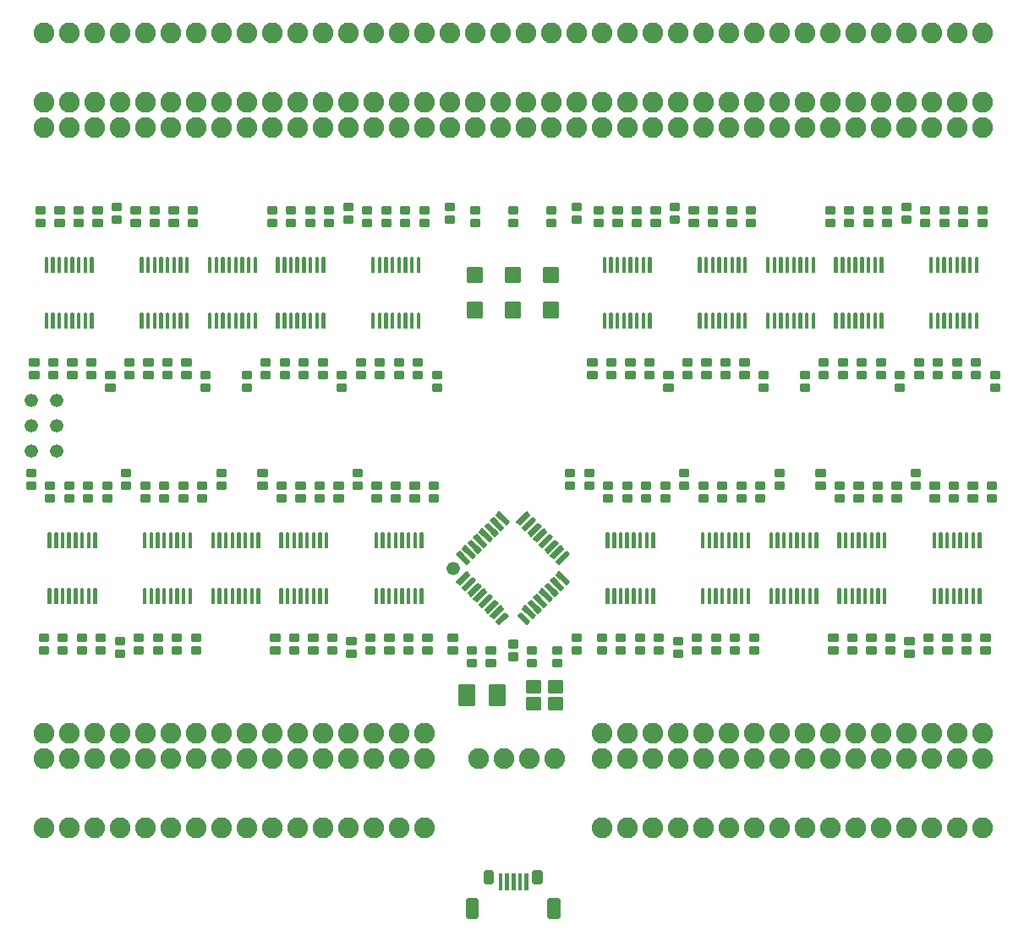
<source format=gts>
G04 #@! TF.FileFunction,Soldermask,Top*
%FSLAX46Y46*%
G04 Gerber Fmt 4.6, Leading zero omitted, Abs format (unit mm)*
G04 Created by KiCad (PCBNEW 0.201511251016+6329~38~ubuntu15.10.1-stable) date tis  1 dec 2015 15:17:35*
%MOMM*%
G01*
G04 APERTURE LIST*
%ADD10C,0.149860*%
%ADD11C,0.300000*%
%ADD12C,0.304800*%
%ADD13C,0.150000*%
%ADD14C,0.500000*%
%ADD15C,0.100000*%
%ADD16C,0.406400*%
%ADD17C,1.340000*%
%ADD18C,2.082800*%
G04 APERTURE END LIST*
D10*
D11*
G36*
X77675000Y-103902500D02*
X78875000Y-103902500D01*
X78875000Y-102902500D01*
X77675000Y-102902500D01*
X77675000Y-103902500D01*
G37*
X77675000Y-103902500D02*
X78875000Y-103902500D01*
X78875000Y-102902500D01*
X77675000Y-102902500D01*
X77675000Y-103902500D01*
G36*
X81075000Y-103902500D02*
X79875000Y-103902500D01*
X79875000Y-102902500D01*
X81075000Y-102902500D01*
X81075000Y-103902500D01*
G37*
X81075000Y-103902500D02*
X79875000Y-103902500D01*
X79875000Y-102902500D01*
X81075000Y-102902500D01*
X81075000Y-103902500D01*
G36*
X81075000Y-101202500D02*
X79875000Y-101202500D01*
X79875000Y-102202500D01*
X81075000Y-102202500D01*
X81075000Y-101202500D01*
G37*
X81075000Y-101202500D02*
X79875000Y-101202500D01*
X79875000Y-102202500D01*
X81075000Y-102202500D01*
X81075000Y-101202500D01*
G36*
X77675000Y-101202500D02*
X78875000Y-101202500D01*
X78875000Y-102202500D01*
X77675000Y-102202500D01*
X77675000Y-101202500D01*
G37*
X77675000Y-101202500D02*
X78875000Y-101202500D01*
X78875000Y-102202500D01*
X77675000Y-102202500D01*
X77675000Y-101202500D01*
D12*
G36*
X80365600Y-55524400D02*
X79654400Y-55524400D01*
X79654400Y-54965600D01*
X80365600Y-54965600D01*
X80365600Y-55524400D01*
G37*
X80365600Y-55524400D02*
X79654400Y-55524400D01*
X79654400Y-54965600D01*
X80365600Y-54965600D01*
X80365600Y-55524400D01*
G36*
X80365600Y-53695600D02*
X79654400Y-53695600D01*
X79654400Y-54254400D01*
X80365600Y-54254400D01*
X80365600Y-53695600D01*
G37*
X80365600Y-53695600D02*
X79654400Y-53695600D01*
X79654400Y-54254400D01*
X80365600Y-54254400D01*
X80365600Y-53695600D01*
G36*
X76555600Y-55524400D02*
X75844400Y-55524400D01*
X75844400Y-54965600D01*
X76555600Y-54965600D01*
X76555600Y-55524400D01*
G37*
X76555600Y-55524400D02*
X75844400Y-55524400D01*
X75844400Y-54965600D01*
X76555600Y-54965600D01*
X76555600Y-55524400D01*
G36*
X76555600Y-53695600D02*
X75844400Y-53695600D01*
X75844400Y-54254400D01*
X76555600Y-54254400D01*
X76555600Y-53695600D01*
G37*
X76555600Y-53695600D02*
X75844400Y-53695600D01*
X75844400Y-54254400D01*
X76555600Y-54254400D01*
X76555600Y-53695600D01*
G36*
X72745600Y-55524400D02*
X72034400Y-55524400D01*
X72034400Y-54965600D01*
X72745600Y-54965600D01*
X72745600Y-55524400D01*
G37*
X72745600Y-55524400D02*
X72034400Y-55524400D01*
X72034400Y-54965600D01*
X72745600Y-54965600D01*
X72745600Y-55524400D01*
G36*
X72745600Y-53695600D02*
X72034400Y-53695600D01*
X72034400Y-54254400D01*
X72745600Y-54254400D01*
X72745600Y-53695600D01*
G37*
X72745600Y-53695600D02*
X72034400Y-53695600D01*
X72034400Y-54254400D01*
X72745600Y-54254400D01*
X72745600Y-53695600D01*
G36*
X72428100Y-99656900D02*
X71716900Y-99656900D01*
X71716900Y-99098100D01*
X72428100Y-99098100D01*
X72428100Y-99656900D01*
G37*
X72428100Y-99656900D02*
X71716900Y-99656900D01*
X71716900Y-99098100D01*
X72428100Y-99098100D01*
X72428100Y-99656900D01*
G36*
X72428100Y-97828100D02*
X71716900Y-97828100D01*
X71716900Y-98386900D01*
X72428100Y-98386900D01*
X72428100Y-97828100D01*
G37*
X72428100Y-97828100D02*
X71716900Y-97828100D01*
X71716900Y-98386900D01*
X72428100Y-98386900D01*
X72428100Y-97828100D01*
G36*
X74333100Y-99656900D02*
X73621900Y-99656900D01*
X73621900Y-99098100D01*
X74333100Y-99098100D01*
X74333100Y-99656900D01*
G37*
X74333100Y-99656900D02*
X73621900Y-99656900D01*
X73621900Y-99098100D01*
X74333100Y-99098100D01*
X74333100Y-99656900D01*
G36*
X74333100Y-97828100D02*
X73621900Y-97828100D01*
X73621900Y-98386900D01*
X74333100Y-98386900D01*
X74333100Y-97828100D01*
G37*
X74333100Y-97828100D02*
X73621900Y-97828100D01*
X73621900Y-98386900D01*
X74333100Y-98386900D01*
X74333100Y-97828100D01*
G36*
X82270600Y-81876900D02*
X81559400Y-81876900D01*
X81559400Y-81318100D01*
X82270600Y-81318100D01*
X82270600Y-81876900D01*
G37*
X82270600Y-81876900D02*
X81559400Y-81876900D01*
X81559400Y-81318100D01*
X82270600Y-81318100D01*
X82270600Y-81876900D01*
G36*
X82270600Y-80048100D02*
X81559400Y-80048100D01*
X81559400Y-80606900D01*
X82270600Y-80606900D01*
X82270600Y-80048100D01*
G37*
X82270600Y-80048100D02*
X81559400Y-80048100D01*
X81559400Y-80606900D01*
X82270600Y-80606900D01*
X82270600Y-80048100D01*
G36*
X34251900Y-53695600D02*
X34963100Y-53695600D01*
X34963100Y-54254400D01*
X34251900Y-54254400D01*
X34251900Y-53695600D01*
G37*
X34251900Y-53695600D02*
X34963100Y-53695600D01*
X34963100Y-54254400D01*
X34251900Y-54254400D01*
X34251900Y-53695600D01*
G36*
X34251900Y-55524400D02*
X34963100Y-55524400D01*
X34963100Y-54965600D01*
X34251900Y-54965600D01*
X34251900Y-55524400D01*
G37*
X34251900Y-55524400D02*
X34963100Y-55524400D01*
X34963100Y-54965600D01*
X34251900Y-54965600D01*
X34251900Y-55524400D01*
G36*
X27901900Y-68935600D02*
X28613100Y-68935600D01*
X28613100Y-69494400D01*
X27901900Y-69494400D01*
X27901900Y-68935600D01*
G37*
X27901900Y-68935600D02*
X28613100Y-68935600D01*
X28613100Y-69494400D01*
X27901900Y-69494400D01*
X27901900Y-68935600D01*
G36*
X27901900Y-70764400D02*
X28613100Y-70764400D01*
X28613100Y-70205600D01*
X27901900Y-70205600D01*
X27901900Y-70764400D01*
G37*
X27901900Y-70764400D02*
X28613100Y-70764400D01*
X28613100Y-70205600D01*
X27901900Y-70205600D01*
X27901900Y-70764400D01*
G36*
X43776900Y-53695600D02*
X44488100Y-53695600D01*
X44488100Y-54254400D01*
X43776900Y-54254400D01*
X43776900Y-53695600D01*
G37*
X43776900Y-53695600D02*
X44488100Y-53695600D01*
X44488100Y-54254400D01*
X43776900Y-54254400D01*
X43776900Y-53695600D01*
G36*
X43776900Y-55524400D02*
X44488100Y-55524400D01*
X44488100Y-54965600D01*
X43776900Y-54965600D01*
X43776900Y-55524400D01*
G37*
X43776900Y-55524400D02*
X44488100Y-55524400D01*
X44488100Y-54965600D01*
X43776900Y-54965600D01*
X43776900Y-55524400D01*
G36*
X37426900Y-68935600D02*
X38138100Y-68935600D01*
X38138100Y-69494400D01*
X37426900Y-69494400D01*
X37426900Y-68935600D01*
G37*
X37426900Y-68935600D02*
X38138100Y-68935600D01*
X38138100Y-69494400D01*
X37426900Y-69494400D01*
X37426900Y-68935600D01*
G36*
X37426900Y-70764400D02*
X38138100Y-70764400D01*
X38138100Y-70205600D01*
X37426900Y-70205600D01*
X37426900Y-70764400D01*
G37*
X37426900Y-70764400D02*
X38138100Y-70764400D01*
X38138100Y-70205600D01*
X37426900Y-70205600D01*
X37426900Y-70764400D01*
G36*
X57429400Y-53695600D02*
X58140600Y-53695600D01*
X58140600Y-54254400D01*
X57429400Y-54254400D01*
X57429400Y-53695600D01*
G37*
X57429400Y-53695600D02*
X58140600Y-53695600D01*
X58140600Y-54254400D01*
X57429400Y-54254400D01*
X57429400Y-53695600D01*
G36*
X57429400Y-55524400D02*
X58140600Y-55524400D01*
X58140600Y-54965600D01*
X57429400Y-54965600D01*
X57429400Y-55524400D01*
G37*
X57429400Y-55524400D02*
X58140600Y-55524400D01*
X58140600Y-54965600D01*
X57429400Y-54965600D01*
X57429400Y-55524400D01*
G36*
X51079400Y-68935600D02*
X51790600Y-68935600D01*
X51790600Y-69494400D01*
X51079400Y-69494400D01*
X51079400Y-68935600D01*
G37*
X51079400Y-68935600D02*
X51790600Y-68935600D01*
X51790600Y-69494400D01*
X51079400Y-69494400D01*
X51079400Y-68935600D01*
G36*
X51079400Y-70764400D02*
X51790600Y-70764400D01*
X51790600Y-70205600D01*
X51079400Y-70205600D01*
X51079400Y-70764400D01*
G37*
X51079400Y-70764400D02*
X51790600Y-70764400D01*
X51790600Y-70205600D01*
X51079400Y-70205600D01*
X51079400Y-70764400D01*
G36*
X66954400Y-53695600D02*
X67665600Y-53695600D01*
X67665600Y-54254400D01*
X66954400Y-54254400D01*
X66954400Y-53695600D01*
G37*
X66954400Y-53695600D02*
X67665600Y-53695600D01*
X67665600Y-54254400D01*
X66954400Y-54254400D01*
X66954400Y-53695600D01*
G36*
X66954400Y-55524400D02*
X67665600Y-55524400D01*
X67665600Y-54965600D01*
X66954400Y-54965600D01*
X66954400Y-55524400D01*
G37*
X66954400Y-55524400D02*
X67665600Y-55524400D01*
X67665600Y-54965600D01*
X66954400Y-54965600D01*
X66954400Y-55524400D01*
G36*
X60604400Y-68935600D02*
X61315600Y-68935600D01*
X61315600Y-69494400D01*
X60604400Y-69494400D01*
X60604400Y-68935600D01*
G37*
X60604400Y-68935600D02*
X61315600Y-68935600D01*
X61315600Y-69494400D01*
X60604400Y-69494400D01*
X60604400Y-68935600D01*
G36*
X60604400Y-70764400D02*
X61315600Y-70764400D01*
X61315600Y-70205600D01*
X60604400Y-70205600D01*
X60604400Y-70764400D01*
G37*
X60604400Y-70764400D02*
X61315600Y-70764400D01*
X61315600Y-70205600D01*
X60604400Y-70205600D01*
X60604400Y-70764400D01*
G36*
X90131900Y-53695600D02*
X90843100Y-53695600D01*
X90843100Y-54254400D01*
X90131900Y-54254400D01*
X90131900Y-53695600D01*
G37*
X90131900Y-53695600D02*
X90843100Y-53695600D01*
X90843100Y-54254400D01*
X90131900Y-54254400D01*
X90131900Y-53695600D01*
G36*
X90131900Y-55524400D02*
X90843100Y-55524400D01*
X90843100Y-54965600D01*
X90131900Y-54965600D01*
X90131900Y-55524400D01*
G37*
X90131900Y-55524400D02*
X90843100Y-55524400D01*
X90843100Y-54965600D01*
X90131900Y-54965600D01*
X90131900Y-55524400D01*
G36*
X83781900Y-68935600D02*
X84493100Y-68935600D01*
X84493100Y-69494400D01*
X83781900Y-69494400D01*
X83781900Y-68935600D01*
G37*
X83781900Y-68935600D02*
X84493100Y-68935600D01*
X84493100Y-69494400D01*
X83781900Y-69494400D01*
X83781900Y-68935600D01*
G36*
X83781900Y-70764400D02*
X84493100Y-70764400D01*
X84493100Y-70205600D01*
X83781900Y-70205600D01*
X83781900Y-70764400D01*
G37*
X83781900Y-70764400D02*
X84493100Y-70764400D01*
X84493100Y-70205600D01*
X83781900Y-70205600D01*
X83781900Y-70764400D01*
G36*
X99656900Y-53695600D02*
X100368100Y-53695600D01*
X100368100Y-54254400D01*
X99656900Y-54254400D01*
X99656900Y-53695600D01*
G37*
X99656900Y-53695600D02*
X100368100Y-53695600D01*
X100368100Y-54254400D01*
X99656900Y-54254400D01*
X99656900Y-53695600D01*
G36*
X99656900Y-55524400D02*
X100368100Y-55524400D01*
X100368100Y-54965600D01*
X99656900Y-54965600D01*
X99656900Y-55524400D01*
G37*
X99656900Y-55524400D02*
X100368100Y-55524400D01*
X100368100Y-54965600D01*
X99656900Y-54965600D01*
X99656900Y-55524400D01*
G36*
X93306900Y-68935600D02*
X94018100Y-68935600D01*
X94018100Y-69494400D01*
X93306900Y-69494400D01*
X93306900Y-68935600D01*
G37*
X93306900Y-68935600D02*
X94018100Y-68935600D01*
X94018100Y-69494400D01*
X93306900Y-69494400D01*
X93306900Y-68935600D01*
G36*
X93306900Y-70764400D02*
X94018100Y-70764400D01*
X94018100Y-70205600D01*
X93306900Y-70205600D01*
X93306900Y-70764400D01*
G37*
X93306900Y-70764400D02*
X94018100Y-70764400D01*
X94018100Y-70205600D01*
X93306900Y-70205600D01*
X93306900Y-70764400D01*
G36*
X113309400Y-53695600D02*
X114020600Y-53695600D01*
X114020600Y-54254400D01*
X113309400Y-54254400D01*
X113309400Y-53695600D01*
G37*
X113309400Y-53695600D02*
X114020600Y-53695600D01*
X114020600Y-54254400D01*
X113309400Y-54254400D01*
X113309400Y-53695600D01*
G36*
X113309400Y-55524400D02*
X114020600Y-55524400D01*
X114020600Y-54965600D01*
X113309400Y-54965600D01*
X113309400Y-55524400D01*
G37*
X113309400Y-55524400D02*
X114020600Y-55524400D01*
X114020600Y-54965600D01*
X113309400Y-54965600D01*
X113309400Y-55524400D01*
G36*
X106959400Y-68935600D02*
X107670600Y-68935600D01*
X107670600Y-69494400D01*
X106959400Y-69494400D01*
X106959400Y-68935600D01*
G37*
X106959400Y-68935600D02*
X107670600Y-68935600D01*
X107670600Y-69494400D01*
X106959400Y-69494400D01*
X106959400Y-68935600D01*
G36*
X106959400Y-70764400D02*
X107670600Y-70764400D01*
X107670600Y-70205600D01*
X106959400Y-70205600D01*
X106959400Y-70764400D01*
G37*
X106959400Y-70764400D02*
X107670600Y-70764400D01*
X107670600Y-70205600D01*
X106959400Y-70205600D01*
X106959400Y-70764400D01*
G36*
X122834400Y-53695600D02*
X123545600Y-53695600D01*
X123545600Y-54254400D01*
X122834400Y-54254400D01*
X122834400Y-53695600D01*
G37*
X122834400Y-53695600D02*
X123545600Y-53695600D01*
X123545600Y-54254400D01*
X122834400Y-54254400D01*
X122834400Y-53695600D01*
G36*
X122834400Y-55524400D02*
X123545600Y-55524400D01*
X123545600Y-54965600D01*
X122834400Y-54965600D01*
X122834400Y-55524400D01*
G37*
X122834400Y-55524400D02*
X123545600Y-55524400D01*
X123545600Y-54965600D01*
X122834400Y-54965600D01*
X122834400Y-55524400D01*
G36*
X116484400Y-68935600D02*
X117195600Y-68935600D01*
X117195600Y-69494400D01*
X116484400Y-69494400D01*
X116484400Y-68935600D01*
G37*
X116484400Y-68935600D02*
X117195600Y-68935600D01*
X117195600Y-69494400D01*
X116484400Y-69494400D01*
X116484400Y-68935600D01*
G36*
X116484400Y-70764400D02*
X117195600Y-70764400D01*
X117195600Y-70205600D01*
X116484400Y-70205600D01*
X116484400Y-70764400D01*
G37*
X116484400Y-70764400D02*
X117195600Y-70764400D01*
X117195600Y-70205600D01*
X116484400Y-70205600D01*
X116484400Y-70764400D01*
G36*
X32346900Y-53695600D02*
X33058100Y-53695600D01*
X33058100Y-54254400D01*
X32346900Y-54254400D01*
X32346900Y-53695600D01*
G37*
X32346900Y-53695600D02*
X33058100Y-53695600D01*
X33058100Y-54254400D01*
X32346900Y-54254400D01*
X32346900Y-53695600D01*
G36*
X32346900Y-55524400D02*
X33058100Y-55524400D01*
X33058100Y-54965600D01*
X32346900Y-54965600D01*
X32346900Y-55524400D01*
G37*
X32346900Y-55524400D02*
X33058100Y-55524400D01*
X33058100Y-54965600D01*
X32346900Y-54965600D01*
X32346900Y-55524400D01*
G36*
X29806900Y-68935600D02*
X30518100Y-68935600D01*
X30518100Y-69494400D01*
X29806900Y-69494400D01*
X29806900Y-68935600D01*
G37*
X29806900Y-68935600D02*
X30518100Y-68935600D01*
X30518100Y-69494400D01*
X29806900Y-69494400D01*
X29806900Y-68935600D01*
G36*
X29806900Y-70764400D02*
X30518100Y-70764400D01*
X30518100Y-70205600D01*
X29806900Y-70205600D01*
X29806900Y-70764400D01*
G37*
X29806900Y-70764400D02*
X30518100Y-70764400D01*
X30518100Y-70205600D01*
X29806900Y-70205600D01*
X29806900Y-70764400D01*
G36*
X41871900Y-53695600D02*
X42583100Y-53695600D01*
X42583100Y-54254400D01*
X41871900Y-54254400D01*
X41871900Y-53695600D01*
G37*
X41871900Y-53695600D02*
X42583100Y-53695600D01*
X42583100Y-54254400D01*
X41871900Y-54254400D01*
X41871900Y-53695600D01*
G36*
X41871900Y-55524400D02*
X42583100Y-55524400D01*
X42583100Y-54965600D01*
X41871900Y-54965600D01*
X41871900Y-55524400D01*
G37*
X41871900Y-55524400D02*
X42583100Y-55524400D01*
X42583100Y-54965600D01*
X41871900Y-54965600D01*
X41871900Y-55524400D01*
G36*
X39331900Y-68935600D02*
X40043100Y-68935600D01*
X40043100Y-69494400D01*
X39331900Y-69494400D01*
X39331900Y-68935600D01*
G37*
X39331900Y-68935600D02*
X40043100Y-68935600D01*
X40043100Y-69494400D01*
X39331900Y-69494400D01*
X39331900Y-68935600D01*
G36*
X39331900Y-70764400D02*
X40043100Y-70764400D01*
X40043100Y-70205600D01*
X39331900Y-70205600D01*
X39331900Y-70764400D01*
G37*
X39331900Y-70764400D02*
X40043100Y-70764400D01*
X40043100Y-70205600D01*
X39331900Y-70205600D01*
X39331900Y-70764400D01*
G36*
X55524400Y-53695600D02*
X56235600Y-53695600D01*
X56235600Y-54254400D01*
X55524400Y-54254400D01*
X55524400Y-53695600D01*
G37*
X55524400Y-53695600D02*
X56235600Y-53695600D01*
X56235600Y-54254400D01*
X55524400Y-54254400D01*
X55524400Y-53695600D01*
G36*
X55524400Y-55524400D02*
X56235600Y-55524400D01*
X56235600Y-54965600D01*
X55524400Y-54965600D01*
X55524400Y-55524400D01*
G37*
X55524400Y-55524400D02*
X56235600Y-55524400D01*
X56235600Y-54965600D01*
X55524400Y-54965600D01*
X55524400Y-55524400D01*
G36*
X52984400Y-68935600D02*
X53695600Y-68935600D01*
X53695600Y-69494400D01*
X52984400Y-69494400D01*
X52984400Y-68935600D01*
G37*
X52984400Y-68935600D02*
X53695600Y-68935600D01*
X53695600Y-69494400D01*
X52984400Y-69494400D01*
X52984400Y-68935600D01*
G36*
X52984400Y-70764400D02*
X53695600Y-70764400D01*
X53695600Y-70205600D01*
X52984400Y-70205600D01*
X52984400Y-70764400D01*
G37*
X52984400Y-70764400D02*
X53695600Y-70764400D01*
X53695600Y-70205600D01*
X52984400Y-70205600D01*
X52984400Y-70764400D01*
G36*
X65049400Y-53695600D02*
X65760600Y-53695600D01*
X65760600Y-54254400D01*
X65049400Y-54254400D01*
X65049400Y-53695600D01*
G37*
X65049400Y-53695600D02*
X65760600Y-53695600D01*
X65760600Y-54254400D01*
X65049400Y-54254400D01*
X65049400Y-53695600D01*
G36*
X65049400Y-55524400D02*
X65760600Y-55524400D01*
X65760600Y-54965600D01*
X65049400Y-54965600D01*
X65049400Y-55524400D01*
G37*
X65049400Y-55524400D02*
X65760600Y-55524400D01*
X65760600Y-54965600D01*
X65049400Y-54965600D01*
X65049400Y-55524400D01*
G36*
X62509400Y-68935600D02*
X63220600Y-68935600D01*
X63220600Y-69494400D01*
X62509400Y-69494400D01*
X62509400Y-68935600D01*
G37*
X62509400Y-68935600D02*
X63220600Y-68935600D01*
X63220600Y-69494400D01*
X62509400Y-69494400D01*
X62509400Y-68935600D01*
G36*
X62509400Y-70764400D02*
X63220600Y-70764400D01*
X63220600Y-70205600D01*
X62509400Y-70205600D01*
X62509400Y-70764400D01*
G37*
X62509400Y-70764400D02*
X63220600Y-70764400D01*
X63220600Y-70205600D01*
X62509400Y-70205600D01*
X62509400Y-70764400D01*
G36*
X88226900Y-53695600D02*
X88938100Y-53695600D01*
X88938100Y-54254400D01*
X88226900Y-54254400D01*
X88226900Y-53695600D01*
G37*
X88226900Y-53695600D02*
X88938100Y-53695600D01*
X88938100Y-54254400D01*
X88226900Y-54254400D01*
X88226900Y-53695600D01*
G36*
X88226900Y-55524400D02*
X88938100Y-55524400D01*
X88938100Y-54965600D01*
X88226900Y-54965600D01*
X88226900Y-55524400D01*
G37*
X88226900Y-55524400D02*
X88938100Y-55524400D01*
X88938100Y-54965600D01*
X88226900Y-54965600D01*
X88226900Y-55524400D01*
G36*
X85686900Y-68935600D02*
X86398100Y-68935600D01*
X86398100Y-69494400D01*
X85686900Y-69494400D01*
X85686900Y-68935600D01*
G37*
X85686900Y-68935600D02*
X86398100Y-68935600D01*
X86398100Y-69494400D01*
X85686900Y-69494400D01*
X85686900Y-68935600D01*
G36*
X85686900Y-70764400D02*
X86398100Y-70764400D01*
X86398100Y-70205600D01*
X85686900Y-70205600D01*
X85686900Y-70764400D01*
G37*
X85686900Y-70764400D02*
X86398100Y-70764400D01*
X86398100Y-70205600D01*
X85686900Y-70205600D01*
X85686900Y-70764400D01*
G36*
X97751900Y-53695600D02*
X98463100Y-53695600D01*
X98463100Y-54254400D01*
X97751900Y-54254400D01*
X97751900Y-53695600D01*
G37*
X97751900Y-53695600D02*
X98463100Y-53695600D01*
X98463100Y-54254400D01*
X97751900Y-54254400D01*
X97751900Y-53695600D01*
G36*
X97751900Y-55524400D02*
X98463100Y-55524400D01*
X98463100Y-54965600D01*
X97751900Y-54965600D01*
X97751900Y-55524400D01*
G37*
X97751900Y-55524400D02*
X98463100Y-55524400D01*
X98463100Y-54965600D01*
X97751900Y-54965600D01*
X97751900Y-55524400D01*
G36*
X95211900Y-68935600D02*
X95923100Y-68935600D01*
X95923100Y-69494400D01*
X95211900Y-69494400D01*
X95211900Y-68935600D01*
G37*
X95211900Y-68935600D02*
X95923100Y-68935600D01*
X95923100Y-69494400D01*
X95211900Y-69494400D01*
X95211900Y-68935600D01*
G36*
X95211900Y-70764400D02*
X95923100Y-70764400D01*
X95923100Y-70205600D01*
X95211900Y-70205600D01*
X95211900Y-70764400D01*
G37*
X95211900Y-70764400D02*
X95923100Y-70764400D01*
X95923100Y-70205600D01*
X95211900Y-70205600D01*
X95211900Y-70764400D01*
G36*
X111404400Y-53695600D02*
X112115600Y-53695600D01*
X112115600Y-54254400D01*
X111404400Y-54254400D01*
X111404400Y-53695600D01*
G37*
X111404400Y-53695600D02*
X112115600Y-53695600D01*
X112115600Y-54254400D01*
X111404400Y-54254400D01*
X111404400Y-53695600D01*
G36*
X111404400Y-55524400D02*
X112115600Y-55524400D01*
X112115600Y-54965600D01*
X111404400Y-54965600D01*
X111404400Y-55524400D01*
G37*
X111404400Y-55524400D02*
X112115600Y-55524400D01*
X112115600Y-54965600D01*
X111404400Y-54965600D01*
X111404400Y-55524400D01*
G36*
X108864400Y-68935600D02*
X109575600Y-68935600D01*
X109575600Y-69494400D01*
X108864400Y-69494400D01*
X108864400Y-68935600D01*
G37*
X108864400Y-68935600D02*
X109575600Y-68935600D01*
X109575600Y-69494400D01*
X108864400Y-69494400D01*
X108864400Y-68935600D01*
G36*
X108864400Y-70764400D02*
X109575600Y-70764400D01*
X109575600Y-70205600D01*
X108864400Y-70205600D01*
X108864400Y-70764400D01*
G37*
X108864400Y-70764400D02*
X109575600Y-70764400D01*
X109575600Y-70205600D01*
X108864400Y-70205600D01*
X108864400Y-70764400D01*
G36*
X120929400Y-53695600D02*
X121640600Y-53695600D01*
X121640600Y-54254400D01*
X120929400Y-54254400D01*
X120929400Y-53695600D01*
G37*
X120929400Y-53695600D02*
X121640600Y-53695600D01*
X121640600Y-54254400D01*
X120929400Y-54254400D01*
X120929400Y-53695600D01*
G36*
X120929400Y-55524400D02*
X121640600Y-55524400D01*
X121640600Y-54965600D01*
X120929400Y-54965600D01*
X120929400Y-55524400D01*
G37*
X120929400Y-55524400D02*
X121640600Y-55524400D01*
X121640600Y-54965600D01*
X120929400Y-54965600D01*
X120929400Y-55524400D01*
G36*
X118389400Y-68935600D02*
X119100600Y-68935600D01*
X119100600Y-69494400D01*
X118389400Y-69494400D01*
X118389400Y-68935600D01*
G37*
X118389400Y-68935600D02*
X119100600Y-68935600D01*
X119100600Y-69494400D01*
X118389400Y-69494400D01*
X118389400Y-68935600D01*
G36*
X118389400Y-70764400D02*
X119100600Y-70764400D01*
X119100600Y-70205600D01*
X118389400Y-70205600D01*
X118389400Y-70764400D01*
G37*
X118389400Y-70764400D02*
X119100600Y-70764400D01*
X119100600Y-70205600D01*
X118389400Y-70205600D01*
X118389400Y-70764400D01*
G36*
X30441900Y-53695600D02*
X31153100Y-53695600D01*
X31153100Y-54254400D01*
X30441900Y-54254400D01*
X30441900Y-53695600D01*
G37*
X30441900Y-53695600D02*
X31153100Y-53695600D01*
X31153100Y-54254400D01*
X30441900Y-54254400D01*
X30441900Y-53695600D01*
G36*
X30441900Y-55524400D02*
X31153100Y-55524400D01*
X31153100Y-54965600D01*
X30441900Y-54965600D01*
X30441900Y-55524400D01*
G37*
X30441900Y-55524400D02*
X31153100Y-55524400D01*
X31153100Y-54965600D01*
X30441900Y-54965600D01*
X30441900Y-55524400D01*
G36*
X31711900Y-68935600D02*
X32423100Y-68935600D01*
X32423100Y-69494400D01*
X31711900Y-69494400D01*
X31711900Y-68935600D01*
G37*
X31711900Y-68935600D02*
X32423100Y-68935600D01*
X32423100Y-69494400D01*
X31711900Y-69494400D01*
X31711900Y-68935600D01*
G36*
X31711900Y-70764400D02*
X32423100Y-70764400D01*
X32423100Y-70205600D01*
X31711900Y-70205600D01*
X31711900Y-70764400D01*
G37*
X31711900Y-70764400D02*
X32423100Y-70764400D01*
X32423100Y-70205600D01*
X31711900Y-70205600D01*
X31711900Y-70764400D01*
G36*
X39966900Y-53695600D02*
X40678100Y-53695600D01*
X40678100Y-54254400D01*
X39966900Y-54254400D01*
X39966900Y-53695600D01*
G37*
X39966900Y-53695600D02*
X40678100Y-53695600D01*
X40678100Y-54254400D01*
X39966900Y-54254400D01*
X39966900Y-53695600D01*
G36*
X39966900Y-55524400D02*
X40678100Y-55524400D01*
X40678100Y-54965600D01*
X39966900Y-54965600D01*
X39966900Y-55524400D01*
G37*
X39966900Y-55524400D02*
X40678100Y-55524400D01*
X40678100Y-54965600D01*
X39966900Y-54965600D01*
X39966900Y-55524400D01*
G36*
X41236900Y-68935600D02*
X41948100Y-68935600D01*
X41948100Y-69494400D01*
X41236900Y-69494400D01*
X41236900Y-68935600D01*
G37*
X41236900Y-68935600D02*
X41948100Y-68935600D01*
X41948100Y-69494400D01*
X41236900Y-69494400D01*
X41236900Y-68935600D01*
G36*
X41236900Y-70764400D02*
X41948100Y-70764400D01*
X41948100Y-70205600D01*
X41236900Y-70205600D01*
X41236900Y-70764400D01*
G37*
X41236900Y-70764400D02*
X41948100Y-70764400D01*
X41948100Y-70205600D01*
X41236900Y-70205600D01*
X41236900Y-70764400D01*
G36*
X53619400Y-53695600D02*
X54330600Y-53695600D01*
X54330600Y-54254400D01*
X53619400Y-54254400D01*
X53619400Y-53695600D01*
G37*
X53619400Y-53695600D02*
X54330600Y-53695600D01*
X54330600Y-54254400D01*
X53619400Y-54254400D01*
X53619400Y-53695600D01*
G36*
X53619400Y-55524400D02*
X54330600Y-55524400D01*
X54330600Y-54965600D01*
X53619400Y-54965600D01*
X53619400Y-55524400D01*
G37*
X53619400Y-55524400D02*
X54330600Y-55524400D01*
X54330600Y-54965600D01*
X53619400Y-54965600D01*
X53619400Y-55524400D01*
G36*
X54889400Y-68935600D02*
X55600600Y-68935600D01*
X55600600Y-69494400D01*
X54889400Y-69494400D01*
X54889400Y-68935600D01*
G37*
X54889400Y-68935600D02*
X55600600Y-68935600D01*
X55600600Y-69494400D01*
X54889400Y-69494400D01*
X54889400Y-68935600D01*
G36*
X54889400Y-70764400D02*
X55600600Y-70764400D01*
X55600600Y-70205600D01*
X54889400Y-70205600D01*
X54889400Y-70764400D01*
G37*
X54889400Y-70764400D02*
X55600600Y-70764400D01*
X55600600Y-70205600D01*
X54889400Y-70205600D01*
X54889400Y-70764400D01*
G36*
X63144400Y-53695600D02*
X63855600Y-53695600D01*
X63855600Y-54254400D01*
X63144400Y-54254400D01*
X63144400Y-53695600D01*
G37*
X63144400Y-53695600D02*
X63855600Y-53695600D01*
X63855600Y-54254400D01*
X63144400Y-54254400D01*
X63144400Y-53695600D01*
G36*
X63144400Y-55524400D02*
X63855600Y-55524400D01*
X63855600Y-54965600D01*
X63144400Y-54965600D01*
X63144400Y-55524400D01*
G37*
X63144400Y-55524400D02*
X63855600Y-55524400D01*
X63855600Y-54965600D01*
X63144400Y-54965600D01*
X63144400Y-55524400D01*
G36*
X64414400Y-68935600D02*
X65125600Y-68935600D01*
X65125600Y-69494400D01*
X64414400Y-69494400D01*
X64414400Y-68935600D01*
G37*
X64414400Y-68935600D02*
X65125600Y-68935600D01*
X65125600Y-69494400D01*
X64414400Y-69494400D01*
X64414400Y-68935600D01*
G36*
X64414400Y-70764400D02*
X65125600Y-70764400D01*
X65125600Y-70205600D01*
X64414400Y-70205600D01*
X64414400Y-70764400D01*
G37*
X64414400Y-70764400D02*
X65125600Y-70764400D01*
X65125600Y-70205600D01*
X64414400Y-70205600D01*
X64414400Y-70764400D01*
G36*
X86321900Y-53695600D02*
X87033100Y-53695600D01*
X87033100Y-54254400D01*
X86321900Y-54254400D01*
X86321900Y-53695600D01*
G37*
X86321900Y-53695600D02*
X87033100Y-53695600D01*
X87033100Y-54254400D01*
X86321900Y-54254400D01*
X86321900Y-53695600D01*
G36*
X86321900Y-55524400D02*
X87033100Y-55524400D01*
X87033100Y-54965600D01*
X86321900Y-54965600D01*
X86321900Y-55524400D01*
G37*
X86321900Y-55524400D02*
X87033100Y-55524400D01*
X87033100Y-54965600D01*
X86321900Y-54965600D01*
X86321900Y-55524400D01*
G36*
X87591900Y-68935600D02*
X88303100Y-68935600D01*
X88303100Y-69494400D01*
X87591900Y-69494400D01*
X87591900Y-68935600D01*
G37*
X87591900Y-68935600D02*
X88303100Y-68935600D01*
X88303100Y-69494400D01*
X87591900Y-69494400D01*
X87591900Y-68935600D01*
G36*
X87591900Y-70764400D02*
X88303100Y-70764400D01*
X88303100Y-70205600D01*
X87591900Y-70205600D01*
X87591900Y-70764400D01*
G37*
X87591900Y-70764400D02*
X88303100Y-70764400D01*
X88303100Y-70205600D01*
X87591900Y-70205600D01*
X87591900Y-70764400D01*
G36*
X95846900Y-53695600D02*
X96558100Y-53695600D01*
X96558100Y-54254400D01*
X95846900Y-54254400D01*
X95846900Y-53695600D01*
G37*
X95846900Y-53695600D02*
X96558100Y-53695600D01*
X96558100Y-54254400D01*
X95846900Y-54254400D01*
X95846900Y-53695600D01*
G36*
X95846900Y-55524400D02*
X96558100Y-55524400D01*
X96558100Y-54965600D01*
X95846900Y-54965600D01*
X95846900Y-55524400D01*
G37*
X95846900Y-55524400D02*
X96558100Y-55524400D01*
X96558100Y-54965600D01*
X95846900Y-54965600D01*
X95846900Y-55524400D01*
G36*
X97116900Y-68935600D02*
X97828100Y-68935600D01*
X97828100Y-69494400D01*
X97116900Y-69494400D01*
X97116900Y-68935600D01*
G37*
X97116900Y-68935600D02*
X97828100Y-68935600D01*
X97828100Y-69494400D01*
X97116900Y-69494400D01*
X97116900Y-68935600D01*
G36*
X97116900Y-70764400D02*
X97828100Y-70764400D01*
X97828100Y-70205600D01*
X97116900Y-70205600D01*
X97116900Y-70764400D01*
G37*
X97116900Y-70764400D02*
X97828100Y-70764400D01*
X97828100Y-70205600D01*
X97116900Y-70205600D01*
X97116900Y-70764400D01*
G36*
X109499400Y-53695600D02*
X110210600Y-53695600D01*
X110210600Y-54254400D01*
X109499400Y-54254400D01*
X109499400Y-53695600D01*
G37*
X109499400Y-53695600D02*
X110210600Y-53695600D01*
X110210600Y-54254400D01*
X109499400Y-54254400D01*
X109499400Y-53695600D01*
G36*
X109499400Y-55524400D02*
X110210600Y-55524400D01*
X110210600Y-54965600D01*
X109499400Y-54965600D01*
X109499400Y-55524400D01*
G37*
X109499400Y-55524400D02*
X110210600Y-55524400D01*
X110210600Y-54965600D01*
X109499400Y-54965600D01*
X109499400Y-55524400D01*
G36*
X110769400Y-68935600D02*
X111480600Y-68935600D01*
X111480600Y-69494400D01*
X110769400Y-69494400D01*
X110769400Y-68935600D01*
G37*
X110769400Y-68935600D02*
X111480600Y-68935600D01*
X111480600Y-69494400D01*
X110769400Y-69494400D01*
X110769400Y-68935600D01*
G36*
X110769400Y-70764400D02*
X111480600Y-70764400D01*
X111480600Y-70205600D01*
X110769400Y-70205600D01*
X110769400Y-70764400D01*
G37*
X110769400Y-70764400D02*
X111480600Y-70764400D01*
X111480600Y-70205600D01*
X110769400Y-70205600D01*
X110769400Y-70764400D01*
G36*
X119024400Y-53695600D02*
X119735600Y-53695600D01*
X119735600Y-54254400D01*
X119024400Y-54254400D01*
X119024400Y-53695600D01*
G37*
X119024400Y-53695600D02*
X119735600Y-53695600D01*
X119735600Y-54254400D01*
X119024400Y-54254400D01*
X119024400Y-53695600D01*
G36*
X119024400Y-55524400D02*
X119735600Y-55524400D01*
X119735600Y-54965600D01*
X119024400Y-54965600D01*
X119024400Y-55524400D01*
G37*
X119024400Y-55524400D02*
X119735600Y-55524400D01*
X119735600Y-54965600D01*
X119024400Y-54965600D01*
X119024400Y-55524400D01*
G36*
X120294400Y-68935600D02*
X121005600Y-68935600D01*
X121005600Y-69494400D01*
X120294400Y-69494400D01*
X120294400Y-68935600D01*
G37*
X120294400Y-68935600D02*
X121005600Y-68935600D01*
X121005600Y-69494400D01*
X120294400Y-69494400D01*
X120294400Y-68935600D01*
G36*
X120294400Y-70764400D02*
X121005600Y-70764400D01*
X121005600Y-70205600D01*
X120294400Y-70205600D01*
X120294400Y-70764400D01*
G37*
X120294400Y-70764400D02*
X121005600Y-70764400D01*
X121005600Y-70205600D01*
X120294400Y-70205600D01*
X120294400Y-70764400D01*
G36*
X28536900Y-53695600D02*
X29248100Y-53695600D01*
X29248100Y-54254400D01*
X28536900Y-54254400D01*
X28536900Y-53695600D01*
G37*
X28536900Y-53695600D02*
X29248100Y-53695600D01*
X29248100Y-54254400D01*
X28536900Y-54254400D01*
X28536900Y-53695600D01*
G36*
X28536900Y-55524400D02*
X29248100Y-55524400D01*
X29248100Y-54965600D01*
X28536900Y-54965600D01*
X28536900Y-55524400D01*
G37*
X28536900Y-55524400D02*
X29248100Y-55524400D01*
X29248100Y-54965600D01*
X28536900Y-54965600D01*
X28536900Y-55524400D01*
G36*
X33616900Y-68935600D02*
X34328100Y-68935600D01*
X34328100Y-69494400D01*
X33616900Y-69494400D01*
X33616900Y-68935600D01*
G37*
X33616900Y-68935600D02*
X34328100Y-68935600D01*
X34328100Y-69494400D01*
X33616900Y-69494400D01*
X33616900Y-68935600D01*
G36*
X33616900Y-70764400D02*
X34328100Y-70764400D01*
X34328100Y-70205600D01*
X33616900Y-70205600D01*
X33616900Y-70764400D01*
G37*
X33616900Y-70764400D02*
X34328100Y-70764400D01*
X34328100Y-70205600D01*
X33616900Y-70205600D01*
X33616900Y-70764400D01*
G36*
X38061900Y-53695600D02*
X38773100Y-53695600D01*
X38773100Y-54254400D01*
X38061900Y-54254400D01*
X38061900Y-53695600D01*
G37*
X38061900Y-53695600D02*
X38773100Y-53695600D01*
X38773100Y-54254400D01*
X38061900Y-54254400D01*
X38061900Y-53695600D01*
G36*
X38061900Y-55524400D02*
X38773100Y-55524400D01*
X38773100Y-54965600D01*
X38061900Y-54965600D01*
X38061900Y-55524400D01*
G37*
X38061900Y-55524400D02*
X38773100Y-55524400D01*
X38773100Y-54965600D01*
X38061900Y-54965600D01*
X38061900Y-55524400D01*
G36*
X43141900Y-68935600D02*
X43853100Y-68935600D01*
X43853100Y-69494400D01*
X43141900Y-69494400D01*
X43141900Y-68935600D01*
G37*
X43141900Y-68935600D02*
X43853100Y-68935600D01*
X43853100Y-69494400D01*
X43141900Y-69494400D01*
X43141900Y-68935600D01*
G36*
X43141900Y-70764400D02*
X43853100Y-70764400D01*
X43853100Y-70205600D01*
X43141900Y-70205600D01*
X43141900Y-70764400D01*
G37*
X43141900Y-70764400D02*
X43853100Y-70764400D01*
X43853100Y-70205600D01*
X43141900Y-70205600D01*
X43141900Y-70764400D01*
G36*
X51714400Y-53695600D02*
X52425600Y-53695600D01*
X52425600Y-54254400D01*
X51714400Y-54254400D01*
X51714400Y-53695600D01*
G37*
X51714400Y-53695600D02*
X52425600Y-53695600D01*
X52425600Y-54254400D01*
X51714400Y-54254400D01*
X51714400Y-53695600D01*
G36*
X51714400Y-55524400D02*
X52425600Y-55524400D01*
X52425600Y-54965600D01*
X51714400Y-54965600D01*
X51714400Y-55524400D01*
G37*
X51714400Y-55524400D02*
X52425600Y-55524400D01*
X52425600Y-54965600D01*
X51714400Y-54965600D01*
X51714400Y-55524400D01*
G36*
X56794400Y-68935600D02*
X57505600Y-68935600D01*
X57505600Y-69494400D01*
X56794400Y-69494400D01*
X56794400Y-68935600D01*
G37*
X56794400Y-68935600D02*
X57505600Y-68935600D01*
X57505600Y-69494400D01*
X56794400Y-69494400D01*
X56794400Y-68935600D01*
G36*
X56794400Y-70764400D02*
X57505600Y-70764400D01*
X57505600Y-70205600D01*
X56794400Y-70205600D01*
X56794400Y-70764400D01*
G37*
X56794400Y-70764400D02*
X57505600Y-70764400D01*
X57505600Y-70205600D01*
X56794400Y-70205600D01*
X56794400Y-70764400D01*
G36*
X61239400Y-53695600D02*
X61950600Y-53695600D01*
X61950600Y-54254400D01*
X61239400Y-54254400D01*
X61239400Y-53695600D01*
G37*
X61239400Y-53695600D02*
X61950600Y-53695600D01*
X61950600Y-54254400D01*
X61239400Y-54254400D01*
X61239400Y-53695600D01*
G36*
X61239400Y-55524400D02*
X61950600Y-55524400D01*
X61950600Y-54965600D01*
X61239400Y-54965600D01*
X61239400Y-55524400D01*
G37*
X61239400Y-55524400D02*
X61950600Y-55524400D01*
X61950600Y-54965600D01*
X61239400Y-54965600D01*
X61239400Y-55524400D01*
G36*
X66319400Y-68935600D02*
X67030600Y-68935600D01*
X67030600Y-69494400D01*
X66319400Y-69494400D01*
X66319400Y-68935600D01*
G37*
X66319400Y-68935600D02*
X67030600Y-68935600D01*
X67030600Y-69494400D01*
X66319400Y-69494400D01*
X66319400Y-68935600D01*
G36*
X66319400Y-70764400D02*
X67030600Y-70764400D01*
X67030600Y-70205600D01*
X66319400Y-70205600D01*
X66319400Y-70764400D01*
G37*
X66319400Y-70764400D02*
X67030600Y-70764400D01*
X67030600Y-70205600D01*
X66319400Y-70205600D01*
X66319400Y-70764400D01*
G36*
X84416900Y-53695600D02*
X85128100Y-53695600D01*
X85128100Y-54254400D01*
X84416900Y-54254400D01*
X84416900Y-53695600D01*
G37*
X84416900Y-53695600D02*
X85128100Y-53695600D01*
X85128100Y-54254400D01*
X84416900Y-54254400D01*
X84416900Y-53695600D01*
G36*
X84416900Y-55524400D02*
X85128100Y-55524400D01*
X85128100Y-54965600D01*
X84416900Y-54965600D01*
X84416900Y-55524400D01*
G37*
X84416900Y-55524400D02*
X85128100Y-55524400D01*
X85128100Y-54965600D01*
X84416900Y-54965600D01*
X84416900Y-55524400D01*
G36*
X89496900Y-68935600D02*
X90208100Y-68935600D01*
X90208100Y-69494400D01*
X89496900Y-69494400D01*
X89496900Y-68935600D01*
G37*
X89496900Y-68935600D02*
X90208100Y-68935600D01*
X90208100Y-69494400D01*
X89496900Y-69494400D01*
X89496900Y-68935600D01*
G36*
X89496900Y-70764400D02*
X90208100Y-70764400D01*
X90208100Y-70205600D01*
X89496900Y-70205600D01*
X89496900Y-70764400D01*
G37*
X89496900Y-70764400D02*
X90208100Y-70764400D01*
X90208100Y-70205600D01*
X89496900Y-70205600D01*
X89496900Y-70764400D01*
G36*
X93941900Y-53695600D02*
X94653100Y-53695600D01*
X94653100Y-54254400D01*
X93941900Y-54254400D01*
X93941900Y-53695600D01*
G37*
X93941900Y-53695600D02*
X94653100Y-53695600D01*
X94653100Y-54254400D01*
X93941900Y-54254400D01*
X93941900Y-53695600D01*
G36*
X93941900Y-55524400D02*
X94653100Y-55524400D01*
X94653100Y-54965600D01*
X93941900Y-54965600D01*
X93941900Y-55524400D01*
G37*
X93941900Y-55524400D02*
X94653100Y-55524400D01*
X94653100Y-54965600D01*
X93941900Y-54965600D01*
X93941900Y-55524400D01*
G36*
X99021900Y-68935600D02*
X99733100Y-68935600D01*
X99733100Y-69494400D01*
X99021900Y-69494400D01*
X99021900Y-68935600D01*
G37*
X99021900Y-68935600D02*
X99733100Y-68935600D01*
X99733100Y-69494400D01*
X99021900Y-69494400D01*
X99021900Y-68935600D01*
G36*
X99021900Y-70764400D02*
X99733100Y-70764400D01*
X99733100Y-70205600D01*
X99021900Y-70205600D01*
X99021900Y-70764400D01*
G37*
X99021900Y-70764400D02*
X99733100Y-70764400D01*
X99733100Y-70205600D01*
X99021900Y-70205600D01*
X99021900Y-70764400D01*
G36*
X107594400Y-53695600D02*
X108305600Y-53695600D01*
X108305600Y-54254400D01*
X107594400Y-54254400D01*
X107594400Y-53695600D01*
G37*
X107594400Y-53695600D02*
X108305600Y-53695600D01*
X108305600Y-54254400D01*
X107594400Y-54254400D01*
X107594400Y-53695600D01*
G36*
X107594400Y-55524400D02*
X108305600Y-55524400D01*
X108305600Y-54965600D01*
X107594400Y-54965600D01*
X107594400Y-55524400D01*
G37*
X107594400Y-55524400D02*
X108305600Y-55524400D01*
X108305600Y-54965600D01*
X107594400Y-54965600D01*
X107594400Y-55524400D01*
G36*
X117119400Y-53695600D02*
X117830600Y-53695600D01*
X117830600Y-54254400D01*
X117119400Y-54254400D01*
X117119400Y-53695600D01*
G37*
X117119400Y-53695600D02*
X117830600Y-53695600D01*
X117830600Y-54254400D01*
X117119400Y-54254400D01*
X117119400Y-53695600D01*
G36*
X117119400Y-55524400D02*
X117830600Y-55524400D01*
X117830600Y-54965600D01*
X117119400Y-54965600D01*
X117119400Y-55524400D01*
G37*
X117119400Y-55524400D02*
X117830600Y-55524400D01*
X117830600Y-54965600D01*
X117119400Y-54965600D01*
X117119400Y-55524400D01*
G36*
X122199400Y-68935600D02*
X122910600Y-68935600D01*
X122910600Y-69494400D01*
X122199400Y-69494400D01*
X122199400Y-68935600D01*
G37*
X122199400Y-68935600D02*
X122910600Y-68935600D01*
X122910600Y-69494400D01*
X122199400Y-69494400D01*
X122199400Y-68935600D01*
G36*
X122199400Y-70764400D02*
X122910600Y-70764400D01*
X122910600Y-70205600D01*
X122199400Y-70205600D01*
X122199400Y-70764400D01*
G37*
X122199400Y-70764400D02*
X122910600Y-70764400D01*
X122910600Y-70205600D01*
X122199400Y-70205600D01*
X122199400Y-70764400D01*
G36*
X29489400Y-81318100D02*
X30200600Y-81318100D01*
X30200600Y-81876900D01*
X29489400Y-81876900D01*
X29489400Y-81318100D01*
G37*
X29489400Y-81318100D02*
X30200600Y-81318100D01*
X30200600Y-81876900D01*
X29489400Y-81876900D01*
X29489400Y-81318100D01*
G36*
X29489400Y-83146900D02*
X30200600Y-83146900D01*
X30200600Y-82588100D01*
X29489400Y-82588100D01*
X29489400Y-83146900D01*
G37*
X29489400Y-83146900D02*
X30200600Y-83146900D01*
X30200600Y-82588100D01*
X29489400Y-82588100D01*
X29489400Y-83146900D01*
G36*
X34569400Y-96558100D02*
X35280600Y-96558100D01*
X35280600Y-97116900D01*
X34569400Y-97116900D01*
X34569400Y-96558100D01*
G37*
X34569400Y-96558100D02*
X35280600Y-96558100D01*
X35280600Y-97116900D01*
X34569400Y-97116900D01*
X34569400Y-96558100D01*
G36*
X34569400Y-98386900D02*
X35280600Y-98386900D01*
X35280600Y-97828100D01*
X34569400Y-97828100D01*
X34569400Y-98386900D01*
G37*
X34569400Y-98386900D02*
X35280600Y-98386900D01*
X35280600Y-97828100D01*
X34569400Y-97828100D01*
X34569400Y-98386900D01*
G36*
X39014400Y-81318100D02*
X39725600Y-81318100D01*
X39725600Y-81876900D01*
X39014400Y-81876900D01*
X39014400Y-81318100D01*
G37*
X39014400Y-81318100D02*
X39725600Y-81318100D01*
X39725600Y-81876900D01*
X39014400Y-81876900D01*
X39014400Y-81318100D01*
G36*
X39014400Y-83146900D02*
X39725600Y-83146900D01*
X39725600Y-82588100D01*
X39014400Y-82588100D01*
X39014400Y-83146900D01*
G37*
X39014400Y-83146900D02*
X39725600Y-83146900D01*
X39725600Y-82588100D01*
X39014400Y-82588100D01*
X39014400Y-83146900D01*
G36*
X44094400Y-96558100D02*
X44805600Y-96558100D01*
X44805600Y-97116900D01*
X44094400Y-97116900D01*
X44094400Y-96558100D01*
G37*
X44094400Y-96558100D02*
X44805600Y-96558100D01*
X44805600Y-97116900D01*
X44094400Y-97116900D01*
X44094400Y-96558100D01*
G36*
X44094400Y-98386900D02*
X44805600Y-98386900D01*
X44805600Y-97828100D01*
X44094400Y-97828100D01*
X44094400Y-98386900D01*
G37*
X44094400Y-98386900D02*
X44805600Y-98386900D01*
X44805600Y-97828100D01*
X44094400Y-97828100D01*
X44094400Y-98386900D01*
G36*
X52666900Y-81318100D02*
X53378100Y-81318100D01*
X53378100Y-81876900D01*
X52666900Y-81876900D01*
X52666900Y-81318100D01*
G37*
X52666900Y-81318100D02*
X53378100Y-81318100D01*
X53378100Y-81876900D01*
X52666900Y-81876900D01*
X52666900Y-81318100D01*
G36*
X52666900Y-83146900D02*
X53378100Y-83146900D01*
X53378100Y-82588100D01*
X52666900Y-82588100D01*
X52666900Y-83146900D01*
G37*
X52666900Y-83146900D02*
X53378100Y-83146900D01*
X53378100Y-82588100D01*
X52666900Y-82588100D01*
X52666900Y-83146900D01*
G36*
X57746900Y-96558100D02*
X58458100Y-96558100D01*
X58458100Y-97116900D01*
X57746900Y-97116900D01*
X57746900Y-96558100D01*
G37*
X57746900Y-96558100D02*
X58458100Y-96558100D01*
X58458100Y-97116900D01*
X57746900Y-97116900D01*
X57746900Y-96558100D01*
G36*
X57746900Y-98386900D02*
X58458100Y-98386900D01*
X58458100Y-97828100D01*
X57746900Y-97828100D01*
X57746900Y-98386900D01*
G37*
X57746900Y-98386900D02*
X58458100Y-98386900D01*
X58458100Y-97828100D01*
X57746900Y-97828100D01*
X57746900Y-98386900D01*
G36*
X62191900Y-81318100D02*
X62903100Y-81318100D01*
X62903100Y-81876900D01*
X62191900Y-81876900D01*
X62191900Y-81318100D01*
G37*
X62191900Y-81318100D02*
X62903100Y-81318100D01*
X62903100Y-81876900D01*
X62191900Y-81876900D01*
X62191900Y-81318100D01*
G36*
X62191900Y-83146900D02*
X62903100Y-83146900D01*
X62903100Y-82588100D01*
X62191900Y-82588100D01*
X62191900Y-83146900D01*
G37*
X62191900Y-83146900D02*
X62903100Y-83146900D01*
X62903100Y-82588100D01*
X62191900Y-82588100D01*
X62191900Y-83146900D01*
G36*
X67271900Y-96558100D02*
X67983100Y-96558100D01*
X67983100Y-97116900D01*
X67271900Y-97116900D01*
X67271900Y-96558100D01*
G37*
X67271900Y-96558100D02*
X67983100Y-96558100D01*
X67983100Y-97116900D01*
X67271900Y-97116900D01*
X67271900Y-96558100D01*
G36*
X67271900Y-98386900D02*
X67983100Y-98386900D01*
X67983100Y-97828100D01*
X67271900Y-97828100D01*
X67271900Y-98386900D01*
G37*
X67271900Y-98386900D02*
X67983100Y-98386900D01*
X67983100Y-97828100D01*
X67271900Y-97828100D01*
X67271900Y-98386900D01*
G36*
X85369400Y-81318100D02*
X86080600Y-81318100D01*
X86080600Y-81876900D01*
X85369400Y-81876900D01*
X85369400Y-81318100D01*
G37*
X85369400Y-81318100D02*
X86080600Y-81318100D01*
X86080600Y-81876900D01*
X85369400Y-81876900D01*
X85369400Y-81318100D01*
G36*
X85369400Y-83146900D02*
X86080600Y-83146900D01*
X86080600Y-82588100D01*
X85369400Y-82588100D01*
X85369400Y-83146900D01*
G37*
X85369400Y-83146900D02*
X86080600Y-83146900D01*
X86080600Y-82588100D01*
X85369400Y-82588100D01*
X85369400Y-83146900D01*
G36*
X90449400Y-96558100D02*
X91160600Y-96558100D01*
X91160600Y-97116900D01*
X90449400Y-97116900D01*
X90449400Y-96558100D01*
G37*
X90449400Y-96558100D02*
X91160600Y-96558100D01*
X91160600Y-97116900D01*
X90449400Y-97116900D01*
X90449400Y-96558100D01*
G36*
X90449400Y-98386900D02*
X91160600Y-98386900D01*
X91160600Y-97828100D01*
X90449400Y-97828100D01*
X90449400Y-98386900D01*
G37*
X90449400Y-98386900D02*
X91160600Y-98386900D01*
X91160600Y-97828100D01*
X90449400Y-97828100D01*
X90449400Y-98386900D01*
G36*
X94894400Y-81318100D02*
X95605600Y-81318100D01*
X95605600Y-81876900D01*
X94894400Y-81876900D01*
X94894400Y-81318100D01*
G37*
X94894400Y-81318100D02*
X95605600Y-81318100D01*
X95605600Y-81876900D01*
X94894400Y-81876900D01*
X94894400Y-81318100D01*
G36*
X94894400Y-83146900D02*
X95605600Y-83146900D01*
X95605600Y-82588100D01*
X94894400Y-82588100D01*
X94894400Y-83146900D01*
G37*
X94894400Y-83146900D02*
X95605600Y-83146900D01*
X95605600Y-82588100D01*
X94894400Y-82588100D01*
X94894400Y-83146900D01*
G36*
X99974400Y-96558100D02*
X100685600Y-96558100D01*
X100685600Y-97116900D01*
X99974400Y-97116900D01*
X99974400Y-96558100D01*
G37*
X99974400Y-96558100D02*
X100685600Y-96558100D01*
X100685600Y-97116900D01*
X99974400Y-97116900D01*
X99974400Y-96558100D01*
G36*
X99974400Y-98386900D02*
X100685600Y-98386900D01*
X100685600Y-97828100D01*
X99974400Y-97828100D01*
X99974400Y-98386900D01*
G37*
X99974400Y-98386900D02*
X100685600Y-98386900D01*
X100685600Y-97828100D01*
X99974400Y-97828100D01*
X99974400Y-98386900D01*
G36*
X108546900Y-81318100D02*
X109258100Y-81318100D01*
X109258100Y-81876900D01*
X108546900Y-81876900D01*
X108546900Y-81318100D01*
G37*
X108546900Y-81318100D02*
X109258100Y-81318100D01*
X109258100Y-81876900D01*
X108546900Y-81876900D01*
X108546900Y-81318100D01*
G36*
X108546900Y-83146900D02*
X109258100Y-83146900D01*
X109258100Y-82588100D01*
X108546900Y-82588100D01*
X108546900Y-83146900D01*
G37*
X108546900Y-83146900D02*
X109258100Y-83146900D01*
X109258100Y-82588100D01*
X108546900Y-82588100D01*
X108546900Y-83146900D01*
G36*
X113626900Y-96558100D02*
X114338100Y-96558100D01*
X114338100Y-97116900D01*
X113626900Y-97116900D01*
X113626900Y-96558100D01*
G37*
X113626900Y-96558100D02*
X114338100Y-96558100D01*
X114338100Y-97116900D01*
X113626900Y-97116900D01*
X113626900Y-96558100D01*
G36*
X113626900Y-98386900D02*
X114338100Y-98386900D01*
X114338100Y-97828100D01*
X113626900Y-97828100D01*
X113626900Y-98386900D01*
G37*
X113626900Y-98386900D02*
X114338100Y-98386900D01*
X114338100Y-97828100D01*
X113626900Y-97828100D01*
X113626900Y-98386900D01*
G36*
X118071900Y-81318100D02*
X118783100Y-81318100D01*
X118783100Y-81876900D01*
X118071900Y-81876900D01*
X118071900Y-81318100D01*
G37*
X118071900Y-81318100D02*
X118783100Y-81318100D01*
X118783100Y-81876900D01*
X118071900Y-81876900D01*
X118071900Y-81318100D01*
G36*
X118071900Y-83146900D02*
X118783100Y-83146900D01*
X118783100Y-82588100D01*
X118071900Y-82588100D01*
X118071900Y-83146900D01*
G37*
X118071900Y-83146900D02*
X118783100Y-83146900D01*
X118783100Y-82588100D01*
X118071900Y-82588100D01*
X118071900Y-83146900D01*
G36*
X123151900Y-96558100D02*
X123863100Y-96558100D01*
X123863100Y-97116900D01*
X123151900Y-97116900D01*
X123151900Y-96558100D01*
G37*
X123151900Y-96558100D02*
X123863100Y-96558100D01*
X123863100Y-97116900D01*
X123151900Y-97116900D01*
X123151900Y-96558100D01*
G36*
X123151900Y-98386900D02*
X123863100Y-98386900D01*
X123863100Y-97828100D01*
X123151900Y-97828100D01*
X123151900Y-98386900D01*
G37*
X123151900Y-98386900D02*
X123863100Y-98386900D01*
X123863100Y-97828100D01*
X123151900Y-97828100D01*
X123151900Y-98386900D01*
G36*
X31394400Y-81318100D02*
X32105600Y-81318100D01*
X32105600Y-81876900D01*
X31394400Y-81876900D01*
X31394400Y-81318100D01*
G37*
X31394400Y-81318100D02*
X32105600Y-81318100D01*
X32105600Y-81876900D01*
X31394400Y-81876900D01*
X31394400Y-81318100D01*
G36*
X31394400Y-83146900D02*
X32105600Y-83146900D01*
X32105600Y-82588100D01*
X31394400Y-82588100D01*
X31394400Y-83146900D01*
G37*
X31394400Y-83146900D02*
X32105600Y-83146900D01*
X32105600Y-82588100D01*
X31394400Y-82588100D01*
X31394400Y-83146900D01*
G36*
X32664400Y-96558100D02*
X33375600Y-96558100D01*
X33375600Y-97116900D01*
X32664400Y-97116900D01*
X32664400Y-96558100D01*
G37*
X32664400Y-96558100D02*
X33375600Y-96558100D01*
X33375600Y-97116900D01*
X32664400Y-97116900D01*
X32664400Y-96558100D01*
G36*
X32664400Y-98386900D02*
X33375600Y-98386900D01*
X33375600Y-97828100D01*
X32664400Y-97828100D01*
X32664400Y-98386900D01*
G37*
X32664400Y-98386900D02*
X33375600Y-98386900D01*
X33375600Y-97828100D01*
X32664400Y-97828100D01*
X32664400Y-98386900D01*
G36*
X40919400Y-81318100D02*
X41630600Y-81318100D01*
X41630600Y-81876900D01*
X40919400Y-81876900D01*
X40919400Y-81318100D01*
G37*
X40919400Y-81318100D02*
X41630600Y-81318100D01*
X41630600Y-81876900D01*
X40919400Y-81876900D01*
X40919400Y-81318100D01*
G36*
X40919400Y-83146900D02*
X41630600Y-83146900D01*
X41630600Y-82588100D01*
X40919400Y-82588100D01*
X40919400Y-83146900D01*
G37*
X40919400Y-83146900D02*
X41630600Y-83146900D01*
X41630600Y-82588100D01*
X40919400Y-82588100D01*
X40919400Y-83146900D01*
G36*
X42189400Y-96558100D02*
X42900600Y-96558100D01*
X42900600Y-97116900D01*
X42189400Y-97116900D01*
X42189400Y-96558100D01*
G37*
X42189400Y-96558100D02*
X42900600Y-96558100D01*
X42900600Y-97116900D01*
X42189400Y-97116900D01*
X42189400Y-96558100D01*
G36*
X42189400Y-98386900D02*
X42900600Y-98386900D01*
X42900600Y-97828100D01*
X42189400Y-97828100D01*
X42189400Y-98386900D01*
G37*
X42189400Y-98386900D02*
X42900600Y-98386900D01*
X42900600Y-97828100D01*
X42189400Y-97828100D01*
X42189400Y-98386900D01*
G36*
X54571900Y-81318100D02*
X55283100Y-81318100D01*
X55283100Y-81876900D01*
X54571900Y-81876900D01*
X54571900Y-81318100D01*
G37*
X54571900Y-81318100D02*
X55283100Y-81318100D01*
X55283100Y-81876900D01*
X54571900Y-81876900D01*
X54571900Y-81318100D01*
G36*
X54571900Y-83146900D02*
X55283100Y-83146900D01*
X55283100Y-82588100D01*
X54571900Y-82588100D01*
X54571900Y-83146900D01*
G37*
X54571900Y-83146900D02*
X55283100Y-83146900D01*
X55283100Y-82588100D01*
X54571900Y-82588100D01*
X54571900Y-83146900D01*
G36*
X55841900Y-96558100D02*
X56553100Y-96558100D01*
X56553100Y-97116900D01*
X55841900Y-97116900D01*
X55841900Y-96558100D01*
G37*
X55841900Y-96558100D02*
X56553100Y-96558100D01*
X56553100Y-97116900D01*
X55841900Y-97116900D01*
X55841900Y-96558100D01*
G36*
X55841900Y-98386900D02*
X56553100Y-98386900D01*
X56553100Y-97828100D01*
X55841900Y-97828100D01*
X55841900Y-98386900D01*
G37*
X55841900Y-98386900D02*
X56553100Y-98386900D01*
X56553100Y-97828100D01*
X55841900Y-97828100D01*
X55841900Y-98386900D01*
G36*
X64096900Y-81318100D02*
X64808100Y-81318100D01*
X64808100Y-81876900D01*
X64096900Y-81876900D01*
X64096900Y-81318100D01*
G37*
X64096900Y-81318100D02*
X64808100Y-81318100D01*
X64808100Y-81876900D01*
X64096900Y-81876900D01*
X64096900Y-81318100D01*
G36*
X64096900Y-83146900D02*
X64808100Y-83146900D01*
X64808100Y-82588100D01*
X64096900Y-82588100D01*
X64096900Y-83146900D01*
G37*
X64096900Y-83146900D02*
X64808100Y-83146900D01*
X64808100Y-82588100D01*
X64096900Y-82588100D01*
X64096900Y-83146900D01*
G36*
X65366900Y-96558100D02*
X66078100Y-96558100D01*
X66078100Y-97116900D01*
X65366900Y-97116900D01*
X65366900Y-96558100D01*
G37*
X65366900Y-96558100D02*
X66078100Y-96558100D01*
X66078100Y-97116900D01*
X65366900Y-97116900D01*
X65366900Y-96558100D01*
G36*
X65366900Y-98386900D02*
X66078100Y-98386900D01*
X66078100Y-97828100D01*
X65366900Y-97828100D01*
X65366900Y-98386900D01*
G37*
X65366900Y-98386900D02*
X66078100Y-98386900D01*
X66078100Y-97828100D01*
X65366900Y-97828100D01*
X65366900Y-98386900D01*
G36*
X87274400Y-81318100D02*
X87985600Y-81318100D01*
X87985600Y-81876900D01*
X87274400Y-81876900D01*
X87274400Y-81318100D01*
G37*
X87274400Y-81318100D02*
X87985600Y-81318100D01*
X87985600Y-81876900D01*
X87274400Y-81876900D01*
X87274400Y-81318100D01*
G36*
X87274400Y-83146900D02*
X87985600Y-83146900D01*
X87985600Y-82588100D01*
X87274400Y-82588100D01*
X87274400Y-83146900D01*
G37*
X87274400Y-83146900D02*
X87985600Y-83146900D01*
X87985600Y-82588100D01*
X87274400Y-82588100D01*
X87274400Y-83146900D01*
G36*
X88544400Y-96558100D02*
X89255600Y-96558100D01*
X89255600Y-97116900D01*
X88544400Y-97116900D01*
X88544400Y-96558100D01*
G37*
X88544400Y-96558100D02*
X89255600Y-96558100D01*
X89255600Y-97116900D01*
X88544400Y-97116900D01*
X88544400Y-96558100D01*
G36*
X88544400Y-98386900D02*
X89255600Y-98386900D01*
X89255600Y-97828100D01*
X88544400Y-97828100D01*
X88544400Y-98386900D01*
G37*
X88544400Y-98386900D02*
X89255600Y-98386900D01*
X89255600Y-97828100D01*
X88544400Y-97828100D01*
X88544400Y-98386900D01*
G36*
X96799400Y-81318100D02*
X97510600Y-81318100D01*
X97510600Y-81876900D01*
X96799400Y-81876900D01*
X96799400Y-81318100D01*
G37*
X96799400Y-81318100D02*
X97510600Y-81318100D01*
X97510600Y-81876900D01*
X96799400Y-81876900D01*
X96799400Y-81318100D01*
G36*
X96799400Y-83146900D02*
X97510600Y-83146900D01*
X97510600Y-82588100D01*
X96799400Y-82588100D01*
X96799400Y-83146900D01*
G37*
X96799400Y-83146900D02*
X97510600Y-83146900D01*
X97510600Y-82588100D01*
X96799400Y-82588100D01*
X96799400Y-83146900D01*
G36*
X98069400Y-96558100D02*
X98780600Y-96558100D01*
X98780600Y-97116900D01*
X98069400Y-97116900D01*
X98069400Y-96558100D01*
G37*
X98069400Y-96558100D02*
X98780600Y-96558100D01*
X98780600Y-97116900D01*
X98069400Y-97116900D01*
X98069400Y-96558100D01*
G36*
X98069400Y-98386900D02*
X98780600Y-98386900D01*
X98780600Y-97828100D01*
X98069400Y-97828100D01*
X98069400Y-98386900D01*
G37*
X98069400Y-98386900D02*
X98780600Y-98386900D01*
X98780600Y-97828100D01*
X98069400Y-97828100D01*
X98069400Y-98386900D01*
G36*
X110451900Y-81318100D02*
X111163100Y-81318100D01*
X111163100Y-81876900D01*
X110451900Y-81876900D01*
X110451900Y-81318100D01*
G37*
X110451900Y-81318100D02*
X111163100Y-81318100D01*
X111163100Y-81876900D01*
X110451900Y-81876900D01*
X110451900Y-81318100D01*
G36*
X110451900Y-83146900D02*
X111163100Y-83146900D01*
X111163100Y-82588100D01*
X110451900Y-82588100D01*
X110451900Y-83146900D01*
G37*
X110451900Y-83146900D02*
X111163100Y-83146900D01*
X111163100Y-82588100D01*
X110451900Y-82588100D01*
X110451900Y-83146900D01*
G36*
X111721900Y-96558100D02*
X112433100Y-96558100D01*
X112433100Y-97116900D01*
X111721900Y-97116900D01*
X111721900Y-96558100D01*
G37*
X111721900Y-96558100D02*
X112433100Y-96558100D01*
X112433100Y-97116900D01*
X111721900Y-97116900D01*
X111721900Y-96558100D01*
G36*
X111721900Y-98386900D02*
X112433100Y-98386900D01*
X112433100Y-97828100D01*
X111721900Y-97828100D01*
X111721900Y-98386900D01*
G37*
X111721900Y-98386900D02*
X112433100Y-98386900D01*
X112433100Y-97828100D01*
X111721900Y-97828100D01*
X111721900Y-98386900D01*
G36*
X119976900Y-81318100D02*
X120688100Y-81318100D01*
X120688100Y-81876900D01*
X119976900Y-81876900D01*
X119976900Y-81318100D01*
G37*
X119976900Y-81318100D02*
X120688100Y-81318100D01*
X120688100Y-81876900D01*
X119976900Y-81876900D01*
X119976900Y-81318100D01*
G36*
X119976900Y-83146900D02*
X120688100Y-83146900D01*
X120688100Y-82588100D01*
X119976900Y-82588100D01*
X119976900Y-83146900D01*
G37*
X119976900Y-83146900D02*
X120688100Y-83146900D01*
X120688100Y-82588100D01*
X119976900Y-82588100D01*
X119976900Y-83146900D01*
G36*
X121246900Y-96558100D02*
X121958100Y-96558100D01*
X121958100Y-97116900D01*
X121246900Y-97116900D01*
X121246900Y-96558100D01*
G37*
X121246900Y-96558100D02*
X121958100Y-96558100D01*
X121958100Y-97116900D01*
X121246900Y-97116900D01*
X121246900Y-96558100D01*
G36*
X121246900Y-98386900D02*
X121958100Y-98386900D01*
X121958100Y-97828100D01*
X121246900Y-97828100D01*
X121246900Y-98386900D01*
G37*
X121246900Y-98386900D02*
X121958100Y-98386900D01*
X121958100Y-97828100D01*
X121246900Y-97828100D01*
X121246900Y-98386900D01*
G36*
X33299400Y-81318100D02*
X34010600Y-81318100D01*
X34010600Y-81876900D01*
X33299400Y-81876900D01*
X33299400Y-81318100D01*
G37*
X33299400Y-81318100D02*
X34010600Y-81318100D01*
X34010600Y-81876900D01*
X33299400Y-81876900D01*
X33299400Y-81318100D01*
G36*
X33299400Y-83146900D02*
X34010600Y-83146900D01*
X34010600Y-82588100D01*
X33299400Y-82588100D01*
X33299400Y-83146900D01*
G37*
X33299400Y-83146900D02*
X34010600Y-83146900D01*
X34010600Y-82588100D01*
X33299400Y-82588100D01*
X33299400Y-83146900D01*
G36*
X30759400Y-96558100D02*
X31470600Y-96558100D01*
X31470600Y-97116900D01*
X30759400Y-97116900D01*
X30759400Y-96558100D01*
G37*
X30759400Y-96558100D02*
X31470600Y-96558100D01*
X31470600Y-97116900D01*
X30759400Y-97116900D01*
X30759400Y-96558100D01*
G36*
X30759400Y-98386900D02*
X31470600Y-98386900D01*
X31470600Y-97828100D01*
X30759400Y-97828100D01*
X30759400Y-98386900D01*
G37*
X30759400Y-98386900D02*
X31470600Y-98386900D01*
X31470600Y-97828100D01*
X30759400Y-97828100D01*
X30759400Y-98386900D01*
G36*
X42824400Y-81318100D02*
X43535600Y-81318100D01*
X43535600Y-81876900D01*
X42824400Y-81876900D01*
X42824400Y-81318100D01*
G37*
X42824400Y-81318100D02*
X43535600Y-81318100D01*
X43535600Y-81876900D01*
X42824400Y-81876900D01*
X42824400Y-81318100D01*
G36*
X42824400Y-83146900D02*
X43535600Y-83146900D01*
X43535600Y-82588100D01*
X42824400Y-82588100D01*
X42824400Y-83146900D01*
G37*
X42824400Y-83146900D02*
X43535600Y-83146900D01*
X43535600Y-82588100D01*
X42824400Y-82588100D01*
X42824400Y-83146900D01*
G36*
X40284400Y-96558100D02*
X40995600Y-96558100D01*
X40995600Y-97116900D01*
X40284400Y-97116900D01*
X40284400Y-96558100D01*
G37*
X40284400Y-96558100D02*
X40995600Y-96558100D01*
X40995600Y-97116900D01*
X40284400Y-97116900D01*
X40284400Y-96558100D01*
G36*
X40284400Y-98386900D02*
X40995600Y-98386900D01*
X40995600Y-97828100D01*
X40284400Y-97828100D01*
X40284400Y-98386900D01*
G37*
X40284400Y-98386900D02*
X40995600Y-98386900D01*
X40995600Y-97828100D01*
X40284400Y-97828100D01*
X40284400Y-98386900D01*
G36*
X56476900Y-81318100D02*
X57188100Y-81318100D01*
X57188100Y-81876900D01*
X56476900Y-81876900D01*
X56476900Y-81318100D01*
G37*
X56476900Y-81318100D02*
X57188100Y-81318100D01*
X57188100Y-81876900D01*
X56476900Y-81876900D01*
X56476900Y-81318100D01*
G36*
X56476900Y-83146900D02*
X57188100Y-83146900D01*
X57188100Y-82588100D01*
X56476900Y-82588100D01*
X56476900Y-83146900D01*
G37*
X56476900Y-83146900D02*
X57188100Y-83146900D01*
X57188100Y-82588100D01*
X56476900Y-82588100D01*
X56476900Y-83146900D01*
G36*
X53936900Y-96558100D02*
X54648100Y-96558100D01*
X54648100Y-97116900D01*
X53936900Y-97116900D01*
X53936900Y-96558100D01*
G37*
X53936900Y-96558100D02*
X54648100Y-96558100D01*
X54648100Y-97116900D01*
X53936900Y-97116900D01*
X53936900Y-96558100D01*
G36*
X53936900Y-98386900D02*
X54648100Y-98386900D01*
X54648100Y-97828100D01*
X53936900Y-97828100D01*
X53936900Y-98386900D01*
G37*
X53936900Y-98386900D02*
X54648100Y-98386900D01*
X54648100Y-97828100D01*
X53936900Y-97828100D01*
X53936900Y-98386900D01*
G36*
X66001900Y-81318100D02*
X66713100Y-81318100D01*
X66713100Y-81876900D01*
X66001900Y-81876900D01*
X66001900Y-81318100D01*
G37*
X66001900Y-81318100D02*
X66713100Y-81318100D01*
X66713100Y-81876900D01*
X66001900Y-81876900D01*
X66001900Y-81318100D01*
G36*
X66001900Y-83146900D02*
X66713100Y-83146900D01*
X66713100Y-82588100D01*
X66001900Y-82588100D01*
X66001900Y-83146900D01*
G37*
X66001900Y-83146900D02*
X66713100Y-83146900D01*
X66713100Y-82588100D01*
X66001900Y-82588100D01*
X66001900Y-83146900D01*
G36*
X63461900Y-96558100D02*
X64173100Y-96558100D01*
X64173100Y-97116900D01*
X63461900Y-97116900D01*
X63461900Y-96558100D01*
G37*
X63461900Y-96558100D02*
X64173100Y-96558100D01*
X64173100Y-97116900D01*
X63461900Y-97116900D01*
X63461900Y-96558100D01*
G36*
X63461900Y-98386900D02*
X64173100Y-98386900D01*
X64173100Y-97828100D01*
X63461900Y-97828100D01*
X63461900Y-98386900D01*
G37*
X63461900Y-98386900D02*
X64173100Y-98386900D01*
X64173100Y-97828100D01*
X63461900Y-97828100D01*
X63461900Y-98386900D01*
G36*
X89179400Y-81318100D02*
X89890600Y-81318100D01*
X89890600Y-81876900D01*
X89179400Y-81876900D01*
X89179400Y-81318100D01*
G37*
X89179400Y-81318100D02*
X89890600Y-81318100D01*
X89890600Y-81876900D01*
X89179400Y-81876900D01*
X89179400Y-81318100D01*
G36*
X89179400Y-83146900D02*
X89890600Y-83146900D01*
X89890600Y-82588100D01*
X89179400Y-82588100D01*
X89179400Y-83146900D01*
G37*
X89179400Y-83146900D02*
X89890600Y-83146900D01*
X89890600Y-82588100D01*
X89179400Y-82588100D01*
X89179400Y-83146900D01*
G36*
X86639400Y-96558100D02*
X87350600Y-96558100D01*
X87350600Y-97116900D01*
X86639400Y-97116900D01*
X86639400Y-96558100D01*
G37*
X86639400Y-96558100D02*
X87350600Y-96558100D01*
X87350600Y-97116900D01*
X86639400Y-97116900D01*
X86639400Y-96558100D01*
G36*
X86639400Y-98386900D02*
X87350600Y-98386900D01*
X87350600Y-97828100D01*
X86639400Y-97828100D01*
X86639400Y-98386900D01*
G37*
X86639400Y-98386900D02*
X87350600Y-98386900D01*
X87350600Y-97828100D01*
X86639400Y-97828100D01*
X86639400Y-98386900D01*
G36*
X98704400Y-81318100D02*
X99415600Y-81318100D01*
X99415600Y-81876900D01*
X98704400Y-81876900D01*
X98704400Y-81318100D01*
G37*
X98704400Y-81318100D02*
X99415600Y-81318100D01*
X99415600Y-81876900D01*
X98704400Y-81876900D01*
X98704400Y-81318100D01*
G36*
X98704400Y-83146900D02*
X99415600Y-83146900D01*
X99415600Y-82588100D01*
X98704400Y-82588100D01*
X98704400Y-83146900D01*
G37*
X98704400Y-83146900D02*
X99415600Y-83146900D01*
X99415600Y-82588100D01*
X98704400Y-82588100D01*
X98704400Y-83146900D01*
G36*
X96164400Y-96558100D02*
X96875600Y-96558100D01*
X96875600Y-97116900D01*
X96164400Y-97116900D01*
X96164400Y-96558100D01*
G37*
X96164400Y-96558100D02*
X96875600Y-96558100D01*
X96875600Y-97116900D01*
X96164400Y-97116900D01*
X96164400Y-96558100D01*
G36*
X96164400Y-98386900D02*
X96875600Y-98386900D01*
X96875600Y-97828100D01*
X96164400Y-97828100D01*
X96164400Y-98386900D01*
G37*
X96164400Y-98386900D02*
X96875600Y-98386900D01*
X96875600Y-97828100D01*
X96164400Y-97828100D01*
X96164400Y-98386900D01*
G36*
X112356900Y-81318100D02*
X113068100Y-81318100D01*
X113068100Y-81876900D01*
X112356900Y-81876900D01*
X112356900Y-81318100D01*
G37*
X112356900Y-81318100D02*
X113068100Y-81318100D01*
X113068100Y-81876900D01*
X112356900Y-81876900D01*
X112356900Y-81318100D01*
G36*
X112356900Y-83146900D02*
X113068100Y-83146900D01*
X113068100Y-82588100D01*
X112356900Y-82588100D01*
X112356900Y-83146900D01*
G37*
X112356900Y-83146900D02*
X113068100Y-83146900D01*
X113068100Y-82588100D01*
X112356900Y-82588100D01*
X112356900Y-83146900D01*
G36*
X109816900Y-96558100D02*
X110528100Y-96558100D01*
X110528100Y-97116900D01*
X109816900Y-97116900D01*
X109816900Y-96558100D01*
G37*
X109816900Y-96558100D02*
X110528100Y-96558100D01*
X110528100Y-97116900D01*
X109816900Y-97116900D01*
X109816900Y-96558100D01*
G36*
X109816900Y-98386900D02*
X110528100Y-98386900D01*
X110528100Y-97828100D01*
X109816900Y-97828100D01*
X109816900Y-98386900D01*
G37*
X109816900Y-98386900D02*
X110528100Y-98386900D01*
X110528100Y-97828100D01*
X109816900Y-97828100D01*
X109816900Y-98386900D01*
G36*
X121881900Y-81318100D02*
X122593100Y-81318100D01*
X122593100Y-81876900D01*
X121881900Y-81876900D01*
X121881900Y-81318100D01*
G37*
X121881900Y-81318100D02*
X122593100Y-81318100D01*
X122593100Y-81876900D01*
X121881900Y-81876900D01*
X121881900Y-81318100D01*
G36*
X121881900Y-83146900D02*
X122593100Y-83146900D01*
X122593100Y-82588100D01*
X121881900Y-82588100D01*
X121881900Y-83146900D01*
G37*
X121881900Y-83146900D02*
X122593100Y-83146900D01*
X122593100Y-82588100D01*
X121881900Y-82588100D01*
X121881900Y-83146900D01*
G36*
X119341900Y-96558100D02*
X120053100Y-96558100D01*
X120053100Y-97116900D01*
X119341900Y-97116900D01*
X119341900Y-96558100D01*
G37*
X119341900Y-96558100D02*
X120053100Y-96558100D01*
X120053100Y-97116900D01*
X119341900Y-97116900D01*
X119341900Y-96558100D01*
G36*
X119341900Y-98386900D02*
X120053100Y-98386900D01*
X120053100Y-97828100D01*
X119341900Y-97828100D01*
X119341900Y-98386900D01*
G37*
X119341900Y-98386900D02*
X120053100Y-98386900D01*
X120053100Y-97828100D01*
X119341900Y-97828100D01*
X119341900Y-98386900D01*
G36*
X35204400Y-81318100D02*
X35915600Y-81318100D01*
X35915600Y-81876900D01*
X35204400Y-81876900D01*
X35204400Y-81318100D01*
G37*
X35204400Y-81318100D02*
X35915600Y-81318100D01*
X35915600Y-81876900D01*
X35204400Y-81876900D01*
X35204400Y-81318100D01*
G36*
X35204400Y-83146900D02*
X35915600Y-83146900D01*
X35915600Y-82588100D01*
X35204400Y-82588100D01*
X35204400Y-83146900D01*
G37*
X35204400Y-83146900D02*
X35915600Y-83146900D01*
X35915600Y-82588100D01*
X35204400Y-82588100D01*
X35204400Y-83146900D01*
G36*
X28854400Y-96558100D02*
X29565600Y-96558100D01*
X29565600Y-97116900D01*
X28854400Y-97116900D01*
X28854400Y-96558100D01*
G37*
X28854400Y-96558100D02*
X29565600Y-96558100D01*
X29565600Y-97116900D01*
X28854400Y-97116900D01*
X28854400Y-96558100D01*
G36*
X28854400Y-98386900D02*
X29565600Y-98386900D01*
X29565600Y-97828100D01*
X28854400Y-97828100D01*
X28854400Y-98386900D01*
G37*
X28854400Y-98386900D02*
X29565600Y-98386900D01*
X29565600Y-97828100D01*
X28854400Y-97828100D01*
X28854400Y-98386900D01*
G36*
X44729400Y-81318100D02*
X45440600Y-81318100D01*
X45440600Y-81876900D01*
X44729400Y-81876900D01*
X44729400Y-81318100D01*
G37*
X44729400Y-81318100D02*
X45440600Y-81318100D01*
X45440600Y-81876900D01*
X44729400Y-81876900D01*
X44729400Y-81318100D01*
G36*
X44729400Y-83146900D02*
X45440600Y-83146900D01*
X45440600Y-82588100D01*
X44729400Y-82588100D01*
X44729400Y-83146900D01*
G37*
X44729400Y-83146900D02*
X45440600Y-83146900D01*
X45440600Y-82588100D01*
X44729400Y-82588100D01*
X44729400Y-83146900D01*
G36*
X38379400Y-96558100D02*
X39090600Y-96558100D01*
X39090600Y-97116900D01*
X38379400Y-97116900D01*
X38379400Y-96558100D01*
G37*
X38379400Y-96558100D02*
X39090600Y-96558100D01*
X39090600Y-97116900D01*
X38379400Y-97116900D01*
X38379400Y-96558100D01*
G36*
X38379400Y-98386900D02*
X39090600Y-98386900D01*
X39090600Y-97828100D01*
X38379400Y-97828100D01*
X38379400Y-98386900D01*
G37*
X38379400Y-98386900D02*
X39090600Y-98386900D01*
X39090600Y-97828100D01*
X38379400Y-97828100D01*
X38379400Y-98386900D01*
G36*
X58381900Y-81318100D02*
X59093100Y-81318100D01*
X59093100Y-81876900D01*
X58381900Y-81876900D01*
X58381900Y-81318100D01*
G37*
X58381900Y-81318100D02*
X59093100Y-81318100D01*
X59093100Y-81876900D01*
X58381900Y-81876900D01*
X58381900Y-81318100D01*
G36*
X58381900Y-83146900D02*
X59093100Y-83146900D01*
X59093100Y-82588100D01*
X58381900Y-82588100D01*
X58381900Y-83146900D01*
G37*
X58381900Y-83146900D02*
X59093100Y-83146900D01*
X59093100Y-82588100D01*
X58381900Y-82588100D01*
X58381900Y-83146900D01*
G36*
X52031900Y-96558100D02*
X52743100Y-96558100D01*
X52743100Y-97116900D01*
X52031900Y-97116900D01*
X52031900Y-96558100D01*
G37*
X52031900Y-96558100D02*
X52743100Y-96558100D01*
X52743100Y-97116900D01*
X52031900Y-97116900D01*
X52031900Y-96558100D01*
G36*
X52031900Y-98386900D02*
X52743100Y-98386900D01*
X52743100Y-97828100D01*
X52031900Y-97828100D01*
X52031900Y-98386900D01*
G37*
X52031900Y-98386900D02*
X52743100Y-98386900D01*
X52743100Y-97828100D01*
X52031900Y-97828100D01*
X52031900Y-98386900D01*
G36*
X67906900Y-81318100D02*
X68618100Y-81318100D01*
X68618100Y-81876900D01*
X67906900Y-81876900D01*
X67906900Y-81318100D01*
G37*
X67906900Y-81318100D02*
X68618100Y-81318100D01*
X68618100Y-81876900D01*
X67906900Y-81876900D01*
X67906900Y-81318100D01*
G36*
X67906900Y-83146900D02*
X68618100Y-83146900D01*
X68618100Y-82588100D01*
X67906900Y-82588100D01*
X67906900Y-83146900D01*
G37*
X67906900Y-83146900D02*
X68618100Y-83146900D01*
X68618100Y-82588100D01*
X67906900Y-82588100D01*
X67906900Y-83146900D01*
G36*
X61556900Y-96558100D02*
X62268100Y-96558100D01*
X62268100Y-97116900D01*
X61556900Y-97116900D01*
X61556900Y-96558100D01*
G37*
X61556900Y-96558100D02*
X62268100Y-96558100D01*
X62268100Y-97116900D01*
X61556900Y-97116900D01*
X61556900Y-96558100D01*
G36*
X61556900Y-98386900D02*
X62268100Y-98386900D01*
X62268100Y-97828100D01*
X61556900Y-97828100D01*
X61556900Y-98386900D01*
G37*
X61556900Y-98386900D02*
X62268100Y-98386900D01*
X62268100Y-97828100D01*
X61556900Y-97828100D01*
X61556900Y-98386900D01*
G36*
X91084400Y-81318100D02*
X91795600Y-81318100D01*
X91795600Y-81876900D01*
X91084400Y-81876900D01*
X91084400Y-81318100D01*
G37*
X91084400Y-81318100D02*
X91795600Y-81318100D01*
X91795600Y-81876900D01*
X91084400Y-81876900D01*
X91084400Y-81318100D01*
G36*
X91084400Y-83146900D02*
X91795600Y-83146900D01*
X91795600Y-82588100D01*
X91084400Y-82588100D01*
X91084400Y-83146900D01*
G37*
X91084400Y-83146900D02*
X91795600Y-83146900D01*
X91795600Y-82588100D01*
X91084400Y-82588100D01*
X91084400Y-83146900D01*
G36*
X84734400Y-96558100D02*
X85445600Y-96558100D01*
X85445600Y-97116900D01*
X84734400Y-97116900D01*
X84734400Y-96558100D01*
G37*
X84734400Y-96558100D02*
X85445600Y-96558100D01*
X85445600Y-97116900D01*
X84734400Y-97116900D01*
X84734400Y-96558100D01*
G36*
X84734400Y-98386900D02*
X85445600Y-98386900D01*
X85445600Y-97828100D01*
X84734400Y-97828100D01*
X84734400Y-98386900D01*
G37*
X84734400Y-98386900D02*
X85445600Y-98386900D01*
X85445600Y-97828100D01*
X84734400Y-97828100D01*
X84734400Y-98386900D01*
G36*
X100609400Y-81318100D02*
X101320600Y-81318100D01*
X101320600Y-81876900D01*
X100609400Y-81876900D01*
X100609400Y-81318100D01*
G37*
X100609400Y-81318100D02*
X101320600Y-81318100D01*
X101320600Y-81876900D01*
X100609400Y-81876900D01*
X100609400Y-81318100D01*
G36*
X100609400Y-83146900D02*
X101320600Y-83146900D01*
X101320600Y-82588100D01*
X100609400Y-82588100D01*
X100609400Y-83146900D01*
G37*
X100609400Y-83146900D02*
X101320600Y-83146900D01*
X101320600Y-82588100D01*
X100609400Y-82588100D01*
X100609400Y-83146900D01*
G36*
X94259400Y-96558100D02*
X94970600Y-96558100D01*
X94970600Y-97116900D01*
X94259400Y-97116900D01*
X94259400Y-96558100D01*
G37*
X94259400Y-96558100D02*
X94970600Y-96558100D01*
X94970600Y-97116900D01*
X94259400Y-97116900D01*
X94259400Y-96558100D01*
G36*
X94259400Y-98386900D02*
X94970600Y-98386900D01*
X94970600Y-97828100D01*
X94259400Y-97828100D01*
X94259400Y-98386900D01*
G37*
X94259400Y-98386900D02*
X94970600Y-98386900D01*
X94970600Y-97828100D01*
X94259400Y-97828100D01*
X94259400Y-98386900D01*
G36*
X114261900Y-81318100D02*
X114973100Y-81318100D01*
X114973100Y-81876900D01*
X114261900Y-81876900D01*
X114261900Y-81318100D01*
G37*
X114261900Y-81318100D02*
X114973100Y-81318100D01*
X114973100Y-81876900D01*
X114261900Y-81876900D01*
X114261900Y-81318100D01*
G36*
X114261900Y-83146900D02*
X114973100Y-83146900D01*
X114973100Y-82588100D01*
X114261900Y-82588100D01*
X114261900Y-83146900D01*
G37*
X114261900Y-83146900D02*
X114973100Y-83146900D01*
X114973100Y-82588100D01*
X114261900Y-82588100D01*
X114261900Y-83146900D01*
G36*
X107911900Y-96558100D02*
X108623100Y-96558100D01*
X108623100Y-97116900D01*
X107911900Y-97116900D01*
X107911900Y-96558100D01*
G37*
X107911900Y-96558100D02*
X108623100Y-96558100D01*
X108623100Y-97116900D01*
X107911900Y-97116900D01*
X107911900Y-96558100D01*
G36*
X107911900Y-98386900D02*
X108623100Y-98386900D01*
X108623100Y-97828100D01*
X107911900Y-97828100D01*
X107911900Y-98386900D01*
G37*
X107911900Y-98386900D02*
X108623100Y-98386900D01*
X108623100Y-97828100D01*
X107911900Y-97828100D01*
X107911900Y-98386900D01*
G36*
X123786900Y-81318100D02*
X124498100Y-81318100D01*
X124498100Y-81876900D01*
X123786900Y-81876900D01*
X123786900Y-81318100D01*
G37*
X123786900Y-81318100D02*
X124498100Y-81318100D01*
X124498100Y-81876900D01*
X123786900Y-81876900D01*
X123786900Y-81318100D01*
G36*
X123786900Y-83146900D02*
X124498100Y-83146900D01*
X124498100Y-82588100D01*
X123786900Y-82588100D01*
X123786900Y-83146900D01*
G37*
X123786900Y-83146900D02*
X124498100Y-83146900D01*
X124498100Y-82588100D01*
X123786900Y-82588100D01*
X123786900Y-83146900D01*
G36*
X117436900Y-96558100D02*
X118148100Y-96558100D01*
X118148100Y-97116900D01*
X117436900Y-97116900D01*
X117436900Y-96558100D01*
G37*
X117436900Y-96558100D02*
X118148100Y-96558100D01*
X118148100Y-97116900D01*
X117436900Y-97116900D01*
X117436900Y-96558100D01*
G36*
X117436900Y-98386900D02*
X118148100Y-98386900D01*
X118148100Y-97828100D01*
X117436900Y-97828100D01*
X117436900Y-98386900D01*
G37*
X117436900Y-98386900D02*
X118148100Y-98386900D01*
X118148100Y-97828100D01*
X117436900Y-97828100D01*
X117436900Y-98386900D01*
G36*
X112674400Y-68935600D02*
X113385600Y-68935600D01*
X113385600Y-69494400D01*
X112674400Y-69494400D01*
X112674400Y-68935600D01*
G37*
X112674400Y-68935600D02*
X113385600Y-68935600D01*
X113385600Y-69494400D01*
X112674400Y-69494400D01*
X112674400Y-68935600D01*
G36*
X112674400Y-70764400D02*
X113385600Y-70764400D01*
X113385600Y-70205600D01*
X112674400Y-70205600D01*
X112674400Y-70764400D01*
G37*
X112674400Y-70764400D02*
X113385600Y-70764400D01*
X113385600Y-70205600D01*
X112674400Y-70205600D01*
X112674400Y-70764400D01*
D13*
G36*
X77861701Y-95191156D02*
X77578858Y-95473999D01*
X76730330Y-94625471D01*
X77013173Y-94342628D01*
X77861701Y-95191156D01*
G37*
X77861701Y-95191156D02*
X77578858Y-95473999D01*
X76730330Y-94625471D01*
X77013173Y-94342628D01*
X77861701Y-95191156D01*
G36*
X78427386Y-94625471D02*
X78144544Y-94908313D01*
X77154594Y-93918364D01*
X77437437Y-93635521D01*
X78427386Y-94625471D01*
G37*
X78427386Y-94625471D02*
X78144544Y-94908313D01*
X77154594Y-93918364D01*
X77437437Y-93635521D01*
X78427386Y-94625471D01*
G36*
X78993072Y-94059785D02*
X78710229Y-94342628D01*
X77720280Y-93352679D01*
X78003122Y-93069836D01*
X78993072Y-94059785D01*
G37*
X78993072Y-94059785D02*
X78710229Y-94342628D01*
X77720280Y-93352679D01*
X78003122Y-93069836D01*
X78993072Y-94059785D01*
G36*
X79558757Y-93494100D02*
X79275914Y-93776943D01*
X78285965Y-92786993D01*
X78568808Y-92504150D01*
X79558757Y-93494100D01*
G37*
X79558757Y-93494100D02*
X79275914Y-93776943D01*
X78285965Y-92786993D01*
X78568808Y-92504150D01*
X79558757Y-93494100D01*
G36*
X80124443Y-92928414D02*
X79841600Y-93211257D01*
X78851650Y-92221308D01*
X79134493Y-91938465D01*
X80124443Y-92928414D01*
G37*
X80124443Y-92928414D02*
X79841600Y-93211257D01*
X78851650Y-92221308D01*
X79134493Y-91938465D01*
X80124443Y-92928414D01*
G36*
X80690128Y-92362729D02*
X80407285Y-92645572D01*
X79417336Y-91655622D01*
X79700179Y-91372780D01*
X80690128Y-92362729D01*
G37*
X80690128Y-92362729D02*
X80407285Y-92645572D01*
X79417336Y-91655622D01*
X79700179Y-91372780D01*
X80690128Y-92362729D01*
G36*
X81255813Y-91797044D02*
X80972971Y-92079886D01*
X79983021Y-91089937D01*
X80265864Y-90807094D01*
X81255813Y-91797044D01*
G37*
X81255813Y-91797044D02*
X80972971Y-92079886D01*
X79983021Y-91089937D01*
X80265864Y-90807094D01*
X81255813Y-91797044D01*
G36*
X81821499Y-91231358D02*
X81538656Y-91514201D01*
X80548707Y-90524251D01*
X80831549Y-90241409D01*
X81821499Y-91231358D01*
G37*
X81821499Y-91231358D02*
X81538656Y-91514201D01*
X80548707Y-90524251D01*
X80831549Y-90241409D01*
X81821499Y-91231358D01*
G36*
X81538656Y-88190799D02*
X80548707Y-89180749D01*
X80831549Y-89463591D01*
X81821499Y-88473642D01*
X81538656Y-88190799D01*
G37*
X81538656Y-88190799D02*
X80548707Y-89180749D01*
X80831549Y-89463591D01*
X81821499Y-88473642D01*
X81538656Y-88190799D01*
G36*
X80972971Y-87625114D02*
X79983021Y-88615063D01*
X80265864Y-88897906D01*
X81255813Y-87907956D01*
X80972971Y-87625114D01*
G37*
X80972971Y-87625114D02*
X79983021Y-88615063D01*
X80265864Y-88897906D01*
X81255813Y-87907956D01*
X80972971Y-87625114D01*
G36*
X80407285Y-87059428D02*
X79417336Y-88049378D01*
X79700179Y-88332220D01*
X80690128Y-87342271D01*
X80407285Y-87059428D01*
G37*
X80407285Y-87059428D02*
X79417336Y-88049378D01*
X79700179Y-88332220D01*
X80690128Y-87342271D01*
X80407285Y-87059428D01*
G36*
X79841600Y-86493743D02*
X78851650Y-87483692D01*
X79134493Y-87766535D01*
X80124443Y-86776586D01*
X79841600Y-86493743D01*
G37*
X79841600Y-86493743D02*
X78851650Y-87483692D01*
X79134493Y-87766535D01*
X80124443Y-86776586D01*
X79841600Y-86493743D01*
G36*
X79275914Y-85928057D02*
X78285965Y-86918007D01*
X78568808Y-87200850D01*
X79558757Y-86210900D01*
X79275914Y-85928057D01*
G37*
X79275914Y-85928057D02*
X78285965Y-86918007D01*
X78568808Y-87200850D01*
X79558757Y-86210900D01*
X79275914Y-85928057D01*
G36*
X78710229Y-85362372D02*
X77720280Y-86352321D01*
X78003122Y-86635164D01*
X78993072Y-85645215D01*
X78710229Y-85362372D01*
G37*
X78710229Y-85362372D02*
X77720280Y-86352321D01*
X78003122Y-86635164D01*
X78993072Y-85645215D01*
X78710229Y-85362372D01*
G36*
X78144544Y-84796687D02*
X77154594Y-85786636D01*
X77437437Y-86069479D01*
X78427386Y-85079529D01*
X78144544Y-84796687D01*
G37*
X78144544Y-84796687D02*
X77154594Y-85786636D01*
X77437437Y-86069479D01*
X78427386Y-85079529D01*
X78144544Y-84796687D01*
G36*
X77578858Y-84231001D02*
X76588909Y-85220951D01*
X76871751Y-85503793D01*
X77861701Y-84513844D01*
X77578858Y-84231001D01*
G37*
X77578858Y-84231001D02*
X76588909Y-85220951D01*
X76871751Y-85503793D01*
X77861701Y-84513844D01*
X77578858Y-84231001D01*
G36*
X75811091Y-85220951D02*
X75528249Y-85503793D01*
X74538299Y-84513844D01*
X74821142Y-84231001D01*
X75811091Y-85220951D01*
G37*
X75811091Y-85220951D02*
X75528249Y-85503793D01*
X74538299Y-84513844D01*
X74821142Y-84231001D01*
X75811091Y-85220951D01*
G36*
X75245406Y-85786636D02*
X74962563Y-86069479D01*
X73972614Y-85079529D01*
X74255456Y-84796687D01*
X75245406Y-85786636D01*
G37*
X75245406Y-85786636D02*
X74962563Y-86069479D01*
X73972614Y-85079529D01*
X74255456Y-84796687D01*
X75245406Y-85786636D01*
G36*
X74679720Y-86352321D02*
X74396878Y-86635164D01*
X73406928Y-85645215D01*
X73689771Y-85362372D01*
X74679720Y-86352321D01*
G37*
X74679720Y-86352321D02*
X74396878Y-86635164D01*
X73406928Y-85645215D01*
X73689771Y-85362372D01*
X74679720Y-86352321D01*
G36*
X74114035Y-86918007D02*
X73831192Y-87200850D01*
X72841243Y-86210900D01*
X73124086Y-85928057D01*
X74114035Y-86918007D01*
G37*
X74114035Y-86918007D02*
X73831192Y-87200850D01*
X72841243Y-86210900D01*
X73124086Y-85928057D01*
X74114035Y-86918007D01*
G36*
X73548350Y-87483692D02*
X73265507Y-87766535D01*
X72275557Y-86776586D01*
X72558400Y-86493743D01*
X73548350Y-87483692D01*
G37*
X73548350Y-87483692D02*
X73265507Y-87766535D01*
X72275557Y-86776586D01*
X72558400Y-86493743D01*
X73548350Y-87483692D01*
G36*
X72982664Y-88049378D02*
X72699821Y-88332220D01*
X71709872Y-87342271D01*
X71992715Y-87059428D01*
X72982664Y-88049378D01*
G37*
X72982664Y-88049378D02*
X72699821Y-88332220D01*
X71709872Y-87342271D01*
X71992715Y-87059428D01*
X72982664Y-88049378D01*
G36*
X72416979Y-88615063D02*
X72134136Y-88897906D01*
X71144187Y-87907956D01*
X71427029Y-87625114D01*
X72416979Y-88615063D01*
G37*
X72416979Y-88615063D02*
X72134136Y-88897906D01*
X71144187Y-87907956D01*
X71427029Y-87625114D01*
X72416979Y-88615063D01*
G36*
X71851293Y-89180749D02*
X71568451Y-89463591D01*
X70578501Y-88473642D01*
X70861344Y-88190799D01*
X71851293Y-89180749D01*
G37*
X71851293Y-89180749D02*
X71568451Y-89463591D01*
X70578501Y-88473642D01*
X70861344Y-88190799D01*
X71851293Y-89180749D01*
G36*
X71568451Y-90241409D02*
X70578501Y-91231358D01*
X70861344Y-91514201D01*
X71851293Y-90524251D01*
X71568451Y-90241409D01*
G37*
X71568451Y-90241409D02*
X70578501Y-91231358D01*
X70861344Y-91514201D01*
X71851293Y-90524251D01*
X71568451Y-90241409D01*
G36*
X72134136Y-90807094D02*
X71144187Y-91797044D01*
X71427029Y-92079886D01*
X72416979Y-91089937D01*
X72134136Y-90807094D01*
G37*
X72134136Y-90807094D02*
X71144187Y-91797044D01*
X71427029Y-92079886D01*
X72416979Y-91089937D01*
X72134136Y-90807094D01*
G36*
X72699821Y-91372780D02*
X71709872Y-92362729D01*
X71992715Y-92645572D01*
X72982664Y-91655622D01*
X72699821Y-91372780D01*
G37*
X72699821Y-91372780D02*
X71709872Y-92362729D01*
X71992715Y-92645572D01*
X72982664Y-91655622D01*
X72699821Y-91372780D01*
G36*
X73265507Y-91938465D02*
X72275557Y-92928414D01*
X72558400Y-93211257D01*
X73548350Y-92221308D01*
X73265507Y-91938465D01*
G37*
X73265507Y-91938465D02*
X72275557Y-92928414D01*
X72558400Y-93211257D01*
X73548350Y-92221308D01*
X73265507Y-91938465D01*
G36*
X73831192Y-92504150D02*
X72841243Y-93494100D01*
X73124086Y-93776943D01*
X74114035Y-92786993D01*
X73831192Y-92504150D01*
G37*
X73831192Y-92504150D02*
X72841243Y-93494100D01*
X73124086Y-93776943D01*
X74114035Y-92786993D01*
X73831192Y-92504150D01*
G36*
X74396878Y-93069836D02*
X73406928Y-94059785D01*
X73689771Y-94342628D01*
X74679720Y-93352679D01*
X74396878Y-93069836D01*
G37*
X74396878Y-93069836D02*
X73406928Y-94059785D01*
X73689771Y-94342628D01*
X74679720Y-93352679D01*
X74396878Y-93069836D01*
G36*
X74962563Y-93635521D02*
X73972614Y-94625471D01*
X74255456Y-94908313D01*
X75245406Y-93918364D01*
X74962563Y-93635521D01*
G37*
X74962563Y-93635521D02*
X73972614Y-94625471D01*
X74255456Y-94908313D01*
X75245406Y-93918364D01*
X74962563Y-93635521D01*
G36*
X75386827Y-94342628D02*
X74538299Y-95191156D01*
X74821142Y-95473999D01*
X75669670Y-94625471D01*
X75386827Y-94342628D01*
G37*
X75386827Y-94342628D02*
X74538299Y-95191156D01*
X74821142Y-95473999D01*
X75669670Y-94625471D01*
X75386827Y-94342628D01*
G36*
X57102500Y-58730000D02*
X57102500Y-60130000D01*
X57302500Y-60130000D01*
X57302500Y-58730000D01*
X57102500Y-58730000D01*
G37*
X57102500Y-58730000D02*
X57102500Y-60130000D01*
X57302500Y-60130000D01*
X57302500Y-58730000D01*
X57102500Y-58730000D01*
G36*
X56452500Y-58730000D02*
X56452500Y-60130000D01*
X56652500Y-60130000D01*
X56652500Y-58730000D01*
X56452500Y-58730000D01*
G37*
X56452500Y-58730000D02*
X56452500Y-60130000D01*
X56652500Y-60130000D01*
X56652500Y-58730000D01*
X56452500Y-58730000D01*
G36*
X55802500Y-58730000D02*
X55802500Y-60130000D01*
X56002500Y-60130000D01*
X56002500Y-58730000D01*
X55802500Y-58730000D01*
G37*
X55802500Y-58730000D02*
X55802500Y-60130000D01*
X56002500Y-60130000D01*
X56002500Y-58730000D01*
X55802500Y-58730000D01*
G36*
X55152500Y-58730000D02*
X55152500Y-60130000D01*
X55352500Y-60130000D01*
X55352500Y-58730000D01*
X55152500Y-58730000D01*
G37*
X55152500Y-58730000D02*
X55152500Y-60130000D01*
X55352500Y-60130000D01*
X55352500Y-58730000D01*
X55152500Y-58730000D01*
G36*
X54502500Y-58730000D02*
X54502500Y-60130000D01*
X54702500Y-60130000D01*
X54702500Y-58730000D01*
X54502500Y-58730000D01*
G37*
X54502500Y-58730000D02*
X54502500Y-60130000D01*
X54702500Y-60130000D01*
X54702500Y-58730000D01*
X54502500Y-58730000D01*
G36*
X53852500Y-58730000D02*
X53852500Y-60130000D01*
X54052500Y-60130000D01*
X54052500Y-58730000D01*
X53852500Y-58730000D01*
G37*
X53852500Y-58730000D02*
X53852500Y-60130000D01*
X54052500Y-60130000D01*
X54052500Y-58730000D01*
X53852500Y-58730000D01*
G36*
X53202500Y-58730000D02*
X53202500Y-60130000D01*
X53402500Y-60130000D01*
X53402500Y-58730000D01*
X53202500Y-58730000D01*
G37*
X53202500Y-58730000D02*
X53202500Y-60130000D01*
X53402500Y-60130000D01*
X53402500Y-58730000D01*
X53202500Y-58730000D01*
G36*
X52552500Y-58730000D02*
X52552500Y-60130000D01*
X52752500Y-60130000D01*
X52752500Y-58730000D01*
X52552500Y-58730000D01*
G37*
X52552500Y-58730000D02*
X52552500Y-60130000D01*
X52752500Y-60130000D01*
X52752500Y-58730000D01*
X52552500Y-58730000D01*
G36*
X52552500Y-64330000D02*
X52552500Y-65730000D01*
X52752500Y-65730000D01*
X52752500Y-64330000D01*
X52552500Y-64330000D01*
G37*
X52552500Y-64330000D02*
X52552500Y-65730000D01*
X52752500Y-65730000D01*
X52752500Y-64330000D01*
X52552500Y-64330000D01*
G36*
X53202500Y-64330000D02*
X53202500Y-65730000D01*
X53402500Y-65730000D01*
X53402500Y-64330000D01*
X53202500Y-64330000D01*
G37*
X53202500Y-64330000D02*
X53202500Y-65730000D01*
X53402500Y-65730000D01*
X53402500Y-64330000D01*
X53202500Y-64330000D01*
G36*
X53852500Y-64330000D02*
X53852500Y-65730000D01*
X54052500Y-65730000D01*
X54052500Y-64330000D01*
X53852500Y-64330000D01*
G37*
X53852500Y-64330000D02*
X53852500Y-65730000D01*
X54052500Y-65730000D01*
X54052500Y-64330000D01*
X53852500Y-64330000D01*
G36*
X54502500Y-64330000D02*
X54502500Y-65730000D01*
X54702500Y-65730000D01*
X54702500Y-64330000D01*
X54502500Y-64330000D01*
G37*
X54502500Y-64330000D02*
X54502500Y-65730000D01*
X54702500Y-65730000D01*
X54702500Y-64330000D01*
X54502500Y-64330000D01*
G36*
X55152500Y-64330000D02*
X55152500Y-65730000D01*
X55352500Y-65730000D01*
X55352500Y-64330000D01*
X55152500Y-64330000D01*
G37*
X55152500Y-64330000D02*
X55152500Y-65730000D01*
X55352500Y-65730000D01*
X55352500Y-64330000D01*
X55152500Y-64330000D01*
G36*
X55802500Y-64330000D02*
X55802500Y-65730000D01*
X56002500Y-65730000D01*
X56002500Y-64330000D01*
X55802500Y-64330000D01*
G37*
X55802500Y-64330000D02*
X55802500Y-65730000D01*
X56002500Y-65730000D01*
X56002500Y-64330000D01*
X55802500Y-64330000D01*
G36*
X56452500Y-64330000D02*
X56452500Y-65730000D01*
X56652500Y-65730000D01*
X56652500Y-64330000D01*
X56452500Y-64330000D01*
G37*
X56452500Y-64330000D02*
X56452500Y-65730000D01*
X56652500Y-65730000D01*
X56652500Y-64330000D01*
X56452500Y-64330000D01*
G36*
X57102500Y-64330000D02*
X57102500Y-65730000D01*
X57302500Y-65730000D01*
X57302500Y-64330000D01*
X57102500Y-64330000D01*
G37*
X57102500Y-64330000D02*
X57102500Y-65730000D01*
X57302500Y-65730000D01*
X57302500Y-64330000D01*
X57102500Y-64330000D01*
G36*
X102123750Y-93352500D02*
X102123750Y-91952500D01*
X101923750Y-91952500D01*
X101923750Y-93352500D01*
X102123750Y-93352500D01*
G37*
X102123750Y-93352500D02*
X102123750Y-91952500D01*
X101923750Y-91952500D01*
X101923750Y-93352500D01*
X102123750Y-93352500D01*
G36*
X102773750Y-93352500D02*
X102773750Y-91952500D01*
X102573750Y-91952500D01*
X102573750Y-93352500D01*
X102773750Y-93352500D01*
G37*
X102773750Y-93352500D02*
X102773750Y-91952500D01*
X102573750Y-91952500D01*
X102573750Y-93352500D01*
X102773750Y-93352500D01*
G36*
X103423750Y-93352500D02*
X103423750Y-91952500D01*
X103223750Y-91952500D01*
X103223750Y-93352500D01*
X103423750Y-93352500D01*
G37*
X103423750Y-93352500D02*
X103423750Y-91952500D01*
X103223750Y-91952500D01*
X103223750Y-93352500D01*
X103423750Y-93352500D01*
G36*
X104073750Y-93352500D02*
X104073750Y-91952500D01*
X103873750Y-91952500D01*
X103873750Y-93352500D01*
X104073750Y-93352500D01*
G37*
X104073750Y-93352500D02*
X104073750Y-91952500D01*
X103873750Y-91952500D01*
X103873750Y-93352500D01*
X104073750Y-93352500D01*
G36*
X104723750Y-93352500D02*
X104723750Y-91952500D01*
X104523750Y-91952500D01*
X104523750Y-93352500D01*
X104723750Y-93352500D01*
G37*
X104723750Y-93352500D02*
X104723750Y-91952500D01*
X104523750Y-91952500D01*
X104523750Y-93352500D01*
X104723750Y-93352500D01*
G36*
X105373750Y-93352500D02*
X105373750Y-91952500D01*
X105173750Y-91952500D01*
X105173750Y-93352500D01*
X105373750Y-93352500D01*
G37*
X105373750Y-93352500D02*
X105373750Y-91952500D01*
X105173750Y-91952500D01*
X105173750Y-93352500D01*
X105373750Y-93352500D01*
G36*
X106023750Y-93352500D02*
X106023750Y-91952500D01*
X105823750Y-91952500D01*
X105823750Y-93352500D01*
X106023750Y-93352500D01*
G37*
X106023750Y-93352500D02*
X106023750Y-91952500D01*
X105823750Y-91952500D01*
X105823750Y-93352500D01*
X106023750Y-93352500D01*
G36*
X106673750Y-93352500D02*
X106673750Y-91952500D01*
X106473750Y-91952500D01*
X106473750Y-93352500D01*
X106673750Y-93352500D01*
G37*
X106673750Y-93352500D02*
X106673750Y-91952500D01*
X106473750Y-91952500D01*
X106473750Y-93352500D01*
X106673750Y-93352500D01*
G36*
X106673750Y-87752500D02*
X106673750Y-86352500D01*
X106473750Y-86352500D01*
X106473750Y-87752500D01*
X106673750Y-87752500D01*
G37*
X106673750Y-87752500D02*
X106673750Y-86352500D01*
X106473750Y-86352500D01*
X106473750Y-87752500D01*
X106673750Y-87752500D01*
G36*
X106023750Y-87752500D02*
X106023750Y-86352500D01*
X105823750Y-86352500D01*
X105823750Y-87752500D01*
X106023750Y-87752500D01*
G37*
X106023750Y-87752500D02*
X106023750Y-86352500D01*
X105823750Y-86352500D01*
X105823750Y-87752500D01*
X106023750Y-87752500D01*
G36*
X105373750Y-87752500D02*
X105373750Y-86352500D01*
X105173750Y-86352500D01*
X105173750Y-87752500D01*
X105373750Y-87752500D01*
G37*
X105373750Y-87752500D02*
X105373750Y-86352500D01*
X105173750Y-86352500D01*
X105173750Y-87752500D01*
X105373750Y-87752500D01*
G36*
X104723750Y-87752500D02*
X104723750Y-86352500D01*
X104523750Y-86352500D01*
X104523750Y-87752500D01*
X104723750Y-87752500D01*
G37*
X104723750Y-87752500D02*
X104723750Y-86352500D01*
X104523750Y-86352500D01*
X104523750Y-87752500D01*
X104723750Y-87752500D01*
G36*
X104073750Y-87752500D02*
X104073750Y-86352500D01*
X103873750Y-86352500D01*
X103873750Y-87752500D01*
X104073750Y-87752500D01*
G37*
X104073750Y-87752500D02*
X104073750Y-86352500D01*
X103873750Y-86352500D01*
X103873750Y-87752500D01*
X104073750Y-87752500D01*
G36*
X103423750Y-87752500D02*
X103423750Y-86352500D01*
X103223750Y-86352500D01*
X103223750Y-87752500D01*
X103423750Y-87752500D01*
G37*
X103423750Y-87752500D02*
X103423750Y-86352500D01*
X103223750Y-86352500D01*
X103223750Y-87752500D01*
X103423750Y-87752500D01*
G36*
X102773750Y-87752500D02*
X102773750Y-86352500D01*
X102573750Y-86352500D01*
X102573750Y-87752500D01*
X102773750Y-87752500D01*
G37*
X102773750Y-87752500D02*
X102773750Y-86352500D01*
X102573750Y-86352500D01*
X102573750Y-87752500D01*
X102773750Y-87752500D01*
G36*
X102123750Y-87752500D02*
X102123750Y-86352500D01*
X101923750Y-86352500D01*
X101923750Y-87752500D01*
X102123750Y-87752500D01*
G37*
X102123750Y-87752500D02*
X102123750Y-86352500D01*
X101923750Y-86352500D01*
X101923750Y-87752500D01*
X102123750Y-87752500D01*
G36*
X46243750Y-93352500D02*
X46243750Y-91952500D01*
X46043750Y-91952500D01*
X46043750Y-93352500D01*
X46243750Y-93352500D01*
G37*
X46243750Y-93352500D02*
X46243750Y-91952500D01*
X46043750Y-91952500D01*
X46043750Y-93352500D01*
X46243750Y-93352500D01*
G36*
X46893750Y-93352500D02*
X46893750Y-91952500D01*
X46693750Y-91952500D01*
X46693750Y-93352500D01*
X46893750Y-93352500D01*
G37*
X46893750Y-93352500D02*
X46893750Y-91952500D01*
X46693750Y-91952500D01*
X46693750Y-93352500D01*
X46893750Y-93352500D01*
G36*
X47543750Y-93352500D02*
X47543750Y-91952500D01*
X47343750Y-91952500D01*
X47343750Y-93352500D01*
X47543750Y-93352500D01*
G37*
X47543750Y-93352500D02*
X47543750Y-91952500D01*
X47343750Y-91952500D01*
X47343750Y-93352500D01*
X47543750Y-93352500D01*
G36*
X48193750Y-93352500D02*
X48193750Y-91952500D01*
X47993750Y-91952500D01*
X47993750Y-93352500D01*
X48193750Y-93352500D01*
G37*
X48193750Y-93352500D02*
X48193750Y-91952500D01*
X47993750Y-91952500D01*
X47993750Y-93352500D01*
X48193750Y-93352500D01*
G36*
X48843750Y-93352500D02*
X48843750Y-91952500D01*
X48643750Y-91952500D01*
X48643750Y-93352500D01*
X48843750Y-93352500D01*
G37*
X48843750Y-93352500D02*
X48843750Y-91952500D01*
X48643750Y-91952500D01*
X48643750Y-93352500D01*
X48843750Y-93352500D01*
G36*
X49493750Y-93352500D02*
X49493750Y-91952500D01*
X49293750Y-91952500D01*
X49293750Y-93352500D01*
X49493750Y-93352500D01*
G37*
X49493750Y-93352500D02*
X49493750Y-91952500D01*
X49293750Y-91952500D01*
X49293750Y-93352500D01*
X49493750Y-93352500D01*
G36*
X50143750Y-93352500D02*
X50143750Y-91952500D01*
X49943750Y-91952500D01*
X49943750Y-93352500D01*
X50143750Y-93352500D01*
G37*
X50143750Y-93352500D02*
X50143750Y-91952500D01*
X49943750Y-91952500D01*
X49943750Y-93352500D01*
X50143750Y-93352500D01*
G36*
X50793750Y-93352500D02*
X50793750Y-91952500D01*
X50593750Y-91952500D01*
X50593750Y-93352500D01*
X50793750Y-93352500D01*
G37*
X50793750Y-93352500D02*
X50793750Y-91952500D01*
X50593750Y-91952500D01*
X50593750Y-93352500D01*
X50793750Y-93352500D01*
G36*
X50793750Y-87752500D02*
X50793750Y-86352500D01*
X50593750Y-86352500D01*
X50593750Y-87752500D01*
X50793750Y-87752500D01*
G37*
X50793750Y-87752500D02*
X50793750Y-86352500D01*
X50593750Y-86352500D01*
X50593750Y-87752500D01*
X50793750Y-87752500D01*
G36*
X50143750Y-87752500D02*
X50143750Y-86352500D01*
X49943750Y-86352500D01*
X49943750Y-87752500D01*
X50143750Y-87752500D01*
G37*
X50143750Y-87752500D02*
X50143750Y-86352500D01*
X49943750Y-86352500D01*
X49943750Y-87752500D01*
X50143750Y-87752500D01*
G36*
X49493750Y-87752500D02*
X49493750Y-86352500D01*
X49293750Y-86352500D01*
X49293750Y-87752500D01*
X49493750Y-87752500D01*
G37*
X49493750Y-87752500D02*
X49493750Y-86352500D01*
X49293750Y-86352500D01*
X49293750Y-87752500D01*
X49493750Y-87752500D01*
G36*
X48843750Y-87752500D02*
X48843750Y-86352500D01*
X48643750Y-86352500D01*
X48643750Y-87752500D01*
X48843750Y-87752500D01*
G37*
X48843750Y-87752500D02*
X48843750Y-86352500D01*
X48643750Y-86352500D01*
X48643750Y-87752500D01*
X48843750Y-87752500D01*
G36*
X48193750Y-87752500D02*
X48193750Y-86352500D01*
X47993750Y-86352500D01*
X47993750Y-87752500D01*
X48193750Y-87752500D01*
G37*
X48193750Y-87752500D02*
X48193750Y-86352500D01*
X47993750Y-86352500D01*
X47993750Y-87752500D01*
X48193750Y-87752500D01*
G36*
X47543750Y-87752500D02*
X47543750Y-86352500D01*
X47343750Y-86352500D01*
X47343750Y-87752500D01*
X47543750Y-87752500D01*
G37*
X47543750Y-87752500D02*
X47543750Y-86352500D01*
X47343750Y-86352500D01*
X47343750Y-87752500D01*
X47543750Y-87752500D01*
G36*
X46893750Y-87752500D02*
X46893750Y-86352500D01*
X46693750Y-86352500D01*
X46693750Y-87752500D01*
X46893750Y-87752500D01*
G37*
X46893750Y-87752500D02*
X46893750Y-86352500D01*
X46693750Y-86352500D01*
X46693750Y-87752500D01*
X46893750Y-87752500D01*
G36*
X46243750Y-87752500D02*
X46243750Y-86352500D01*
X46043750Y-86352500D01*
X46043750Y-87752500D01*
X46243750Y-87752500D01*
G37*
X46243750Y-87752500D02*
X46243750Y-86352500D01*
X46043750Y-86352500D01*
X46043750Y-87752500D01*
X46243750Y-87752500D01*
G36*
X106156250Y-58730000D02*
X106156250Y-60130000D01*
X106356250Y-60130000D01*
X106356250Y-58730000D01*
X106156250Y-58730000D01*
G37*
X106156250Y-58730000D02*
X106156250Y-60130000D01*
X106356250Y-60130000D01*
X106356250Y-58730000D01*
X106156250Y-58730000D01*
G36*
X105506250Y-58730000D02*
X105506250Y-60130000D01*
X105706250Y-60130000D01*
X105706250Y-58730000D01*
X105506250Y-58730000D01*
G37*
X105506250Y-58730000D02*
X105506250Y-60130000D01*
X105706250Y-60130000D01*
X105706250Y-58730000D01*
X105506250Y-58730000D01*
G36*
X104856250Y-58730000D02*
X104856250Y-60130000D01*
X105056250Y-60130000D01*
X105056250Y-58730000D01*
X104856250Y-58730000D01*
G37*
X104856250Y-58730000D02*
X104856250Y-60130000D01*
X105056250Y-60130000D01*
X105056250Y-58730000D01*
X104856250Y-58730000D01*
G36*
X104206250Y-58730000D02*
X104206250Y-60130000D01*
X104406250Y-60130000D01*
X104406250Y-58730000D01*
X104206250Y-58730000D01*
G37*
X104206250Y-58730000D02*
X104206250Y-60130000D01*
X104406250Y-60130000D01*
X104406250Y-58730000D01*
X104206250Y-58730000D01*
G36*
X103556250Y-58730000D02*
X103556250Y-60130000D01*
X103756250Y-60130000D01*
X103756250Y-58730000D01*
X103556250Y-58730000D01*
G37*
X103556250Y-58730000D02*
X103556250Y-60130000D01*
X103756250Y-60130000D01*
X103756250Y-58730000D01*
X103556250Y-58730000D01*
G36*
X102906250Y-58730000D02*
X102906250Y-60130000D01*
X103106250Y-60130000D01*
X103106250Y-58730000D01*
X102906250Y-58730000D01*
G37*
X102906250Y-58730000D02*
X102906250Y-60130000D01*
X103106250Y-60130000D01*
X103106250Y-58730000D01*
X102906250Y-58730000D01*
G36*
X102256250Y-58730000D02*
X102256250Y-60130000D01*
X102456250Y-60130000D01*
X102456250Y-58730000D01*
X102256250Y-58730000D01*
G37*
X102256250Y-58730000D02*
X102256250Y-60130000D01*
X102456250Y-60130000D01*
X102456250Y-58730000D01*
X102256250Y-58730000D01*
G36*
X101606250Y-58730000D02*
X101606250Y-60130000D01*
X101806250Y-60130000D01*
X101806250Y-58730000D01*
X101606250Y-58730000D01*
G37*
X101606250Y-58730000D02*
X101606250Y-60130000D01*
X101806250Y-60130000D01*
X101806250Y-58730000D01*
X101606250Y-58730000D01*
G36*
X101606250Y-64330000D02*
X101606250Y-65730000D01*
X101806250Y-65730000D01*
X101806250Y-64330000D01*
X101606250Y-64330000D01*
G37*
X101606250Y-64330000D02*
X101606250Y-65730000D01*
X101806250Y-65730000D01*
X101806250Y-64330000D01*
X101606250Y-64330000D01*
G36*
X102256250Y-64330000D02*
X102256250Y-65730000D01*
X102456250Y-65730000D01*
X102456250Y-64330000D01*
X102256250Y-64330000D01*
G37*
X102256250Y-64330000D02*
X102256250Y-65730000D01*
X102456250Y-65730000D01*
X102456250Y-64330000D01*
X102256250Y-64330000D01*
G36*
X102906250Y-64330000D02*
X102906250Y-65730000D01*
X103106250Y-65730000D01*
X103106250Y-64330000D01*
X102906250Y-64330000D01*
G37*
X102906250Y-64330000D02*
X102906250Y-65730000D01*
X103106250Y-65730000D01*
X103106250Y-64330000D01*
X102906250Y-64330000D01*
G36*
X103556250Y-64330000D02*
X103556250Y-65730000D01*
X103756250Y-65730000D01*
X103756250Y-64330000D01*
X103556250Y-64330000D01*
G37*
X103556250Y-64330000D02*
X103556250Y-65730000D01*
X103756250Y-65730000D01*
X103756250Y-64330000D01*
X103556250Y-64330000D01*
G36*
X104206250Y-64330000D02*
X104206250Y-65730000D01*
X104406250Y-65730000D01*
X104406250Y-64330000D01*
X104206250Y-64330000D01*
G37*
X104206250Y-64330000D02*
X104206250Y-65730000D01*
X104406250Y-65730000D01*
X104406250Y-64330000D01*
X104206250Y-64330000D01*
G36*
X104856250Y-64330000D02*
X104856250Y-65730000D01*
X105056250Y-65730000D01*
X105056250Y-64330000D01*
X104856250Y-64330000D01*
G37*
X104856250Y-64330000D02*
X104856250Y-65730000D01*
X105056250Y-65730000D01*
X105056250Y-64330000D01*
X104856250Y-64330000D01*
G36*
X105506250Y-64330000D02*
X105506250Y-65730000D01*
X105706250Y-65730000D01*
X105706250Y-64330000D01*
X105506250Y-64330000D01*
G37*
X105506250Y-64330000D02*
X105506250Y-65730000D01*
X105706250Y-65730000D01*
X105706250Y-64330000D01*
X105506250Y-64330000D01*
G36*
X106156250Y-64330000D02*
X106156250Y-65730000D01*
X106356250Y-65730000D01*
X106356250Y-64330000D01*
X106156250Y-64330000D01*
G37*
X106156250Y-64330000D02*
X106156250Y-65730000D01*
X106356250Y-65730000D01*
X106356250Y-64330000D01*
X106156250Y-64330000D01*
G36*
X50276250Y-58730000D02*
X50276250Y-60130000D01*
X50476250Y-60130000D01*
X50476250Y-58730000D01*
X50276250Y-58730000D01*
G37*
X50276250Y-58730000D02*
X50276250Y-60130000D01*
X50476250Y-60130000D01*
X50476250Y-58730000D01*
X50276250Y-58730000D01*
G36*
X49626250Y-58730000D02*
X49626250Y-60130000D01*
X49826250Y-60130000D01*
X49826250Y-58730000D01*
X49626250Y-58730000D01*
G37*
X49626250Y-58730000D02*
X49626250Y-60130000D01*
X49826250Y-60130000D01*
X49826250Y-58730000D01*
X49626250Y-58730000D01*
G36*
X48976250Y-58730000D02*
X48976250Y-60130000D01*
X49176250Y-60130000D01*
X49176250Y-58730000D01*
X48976250Y-58730000D01*
G37*
X48976250Y-58730000D02*
X48976250Y-60130000D01*
X49176250Y-60130000D01*
X49176250Y-58730000D01*
X48976250Y-58730000D01*
G36*
X48326250Y-58730000D02*
X48326250Y-60130000D01*
X48526250Y-60130000D01*
X48526250Y-58730000D01*
X48326250Y-58730000D01*
G37*
X48326250Y-58730000D02*
X48326250Y-60130000D01*
X48526250Y-60130000D01*
X48526250Y-58730000D01*
X48326250Y-58730000D01*
G36*
X47676250Y-58730000D02*
X47676250Y-60130000D01*
X47876250Y-60130000D01*
X47876250Y-58730000D01*
X47676250Y-58730000D01*
G37*
X47676250Y-58730000D02*
X47676250Y-60130000D01*
X47876250Y-60130000D01*
X47876250Y-58730000D01*
X47676250Y-58730000D01*
G36*
X47026250Y-58730000D02*
X47026250Y-60130000D01*
X47226250Y-60130000D01*
X47226250Y-58730000D01*
X47026250Y-58730000D01*
G37*
X47026250Y-58730000D02*
X47026250Y-60130000D01*
X47226250Y-60130000D01*
X47226250Y-58730000D01*
X47026250Y-58730000D01*
G36*
X46376250Y-58730000D02*
X46376250Y-60130000D01*
X46576250Y-60130000D01*
X46576250Y-58730000D01*
X46376250Y-58730000D01*
G37*
X46376250Y-58730000D02*
X46376250Y-60130000D01*
X46576250Y-60130000D01*
X46576250Y-58730000D01*
X46376250Y-58730000D01*
G36*
X45726250Y-58730000D02*
X45726250Y-60130000D01*
X45926250Y-60130000D01*
X45926250Y-58730000D01*
X45726250Y-58730000D01*
G37*
X45726250Y-58730000D02*
X45726250Y-60130000D01*
X45926250Y-60130000D01*
X45926250Y-58730000D01*
X45726250Y-58730000D01*
G36*
X45726250Y-64330000D02*
X45726250Y-65730000D01*
X45926250Y-65730000D01*
X45926250Y-64330000D01*
X45726250Y-64330000D01*
G37*
X45726250Y-64330000D02*
X45726250Y-65730000D01*
X45926250Y-65730000D01*
X45926250Y-64330000D01*
X45726250Y-64330000D01*
G36*
X46376250Y-64330000D02*
X46376250Y-65730000D01*
X46576250Y-65730000D01*
X46576250Y-64330000D01*
X46376250Y-64330000D01*
G37*
X46376250Y-64330000D02*
X46376250Y-65730000D01*
X46576250Y-65730000D01*
X46576250Y-64330000D01*
X46376250Y-64330000D01*
G36*
X47026250Y-64330000D02*
X47026250Y-65730000D01*
X47226250Y-65730000D01*
X47226250Y-64330000D01*
X47026250Y-64330000D01*
G37*
X47026250Y-64330000D02*
X47026250Y-65730000D01*
X47226250Y-65730000D01*
X47226250Y-64330000D01*
X47026250Y-64330000D01*
G36*
X47676250Y-64330000D02*
X47676250Y-65730000D01*
X47876250Y-65730000D01*
X47876250Y-64330000D01*
X47676250Y-64330000D01*
G37*
X47676250Y-64330000D02*
X47676250Y-65730000D01*
X47876250Y-65730000D01*
X47876250Y-64330000D01*
X47676250Y-64330000D01*
G36*
X48326250Y-64330000D02*
X48326250Y-65730000D01*
X48526250Y-65730000D01*
X48526250Y-64330000D01*
X48326250Y-64330000D01*
G37*
X48326250Y-64330000D02*
X48326250Y-65730000D01*
X48526250Y-65730000D01*
X48526250Y-64330000D01*
X48326250Y-64330000D01*
G36*
X48976250Y-64330000D02*
X48976250Y-65730000D01*
X49176250Y-65730000D01*
X49176250Y-64330000D01*
X48976250Y-64330000D01*
G37*
X48976250Y-64330000D02*
X48976250Y-65730000D01*
X49176250Y-65730000D01*
X49176250Y-64330000D01*
X48976250Y-64330000D01*
G36*
X49626250Y-64330000D02*
X49626250Y-65730000D01*
X49826250Y-65730000D01*
X49826250Y-64330000D01*
X49626250Y-64330000D01*
G37*
X49626250Y-64330000D02*
X49626250Y-65730000D01*
X49826250Y-65730000D01*
X49826250Y-64330000D01*
X49626250Y-64330000D01*
G36*
X50276250Y-64330000D02*
X50276250Y-65730000D01*
X50476250Y-65730000D01*
X50476250Y-64330000D01*
X50276250Y-64330000D01*
G37*
X50276250Y-64330000D02*
X50276250Y-65730000D01*
X50476250Y-65730000D01*
X50476250Y-64330000D01*
X50276250Y-64330000D01*
G36*
X118475000Y-93352500D02*
X118475000Y-91952500D01*
X118275000Y-91952500D01*
X118275000Y-93352500D01*
X118475000Y-93352500D01*
G37*
X118475000Y-93352500D02*
X118475000Y-91952500D01*
X118275000Y-91952500D01*
X118275000Y-93352500D01*
X118475000Y-93352500D01*
G36*
X119125000Y-93352500D02*
X119125000Y-91952500D01*
X118925000Y-91952500D01*
X118925000Y-93352500D01*
X119125000Y-93352500D01*
G37*
X119125000Y-93352500D02*
X119125000Y-91952500D01*
X118925000Y-91952500D01*
X118925000Y-93352500D01*
X119125000Y-93352500D01*
G36*
X119775000Y-93352500D02*
X119775000Y-91952500D01*
X119575000Y-91952500D01*
X119575000Y-93352500D01*
X119775000Y-93352500D01*
G37*
X119775000Y-93352500D02*
X119775000Y-91952500D01*
X119575000Y-91952500D01*
X119575000Y-93352500D01*
X119775000Y-93352500D01*
G36*
X120425000Y-93352500D02*
X120425000Y-91952500D01*
X120225000Y-91952500D01*
X120225000Y-93352500D01*
X120425000Y-93352500D01*
G37*
X120425000Y-93352500D02*
X120425000Y-91952500D01*
X120225000Y-91952500D01*
X120225000Y-93352500D01*
X120425000Y-93352500D01*
G36*
X121075000Y-93352500D02*
X121075000Y-91952500D01*
X120875000Y-91952500D01*
X120875000Y-93352500D01*
X121075000Y-93352500D01*
G37*
X121075000Y-93352500D02*
X121075000Y-91952500D01*
X120875000Y-91952500D01*
X120875000Y-93352500D01*
X121075000Y-93352500D01*
G36*
X121725000Y-93352500D02*
X121725000Y-91952500D01*
X121525000Y-91952500D01*
X121525000Y-93352500D01*
X121725000Y-93352500D01*
G37*
X121725000Y-93352500D02*
X121725000Y-91952500D01*
X121525000Y-91952500D01*
X121525000Y-93352500D01*
X121725000Y-93352500D01*
G36*
X122375000Y-93352500D02*
X122375000Y-91952500D01*
X122175000Y-91952500D01*
X122175000Y-93352500D01*
X122375000Y-93352500D01*
G37*
X122375000Y-93352500D02*
X122375000Y-91952500D01*
X122175000Y-91952500D01*
X122175000Y-93352500D01*
X122375000Y-93352500D01*
G36*
X123025000Y-93352500D02*
X123025000Y-91952500D01*
X122825000Y-91952500D01*
X122825000Y-93352500D01*
X123025000Y-93352500D01*
G37*
X123025000Y-93352500D02*
X123025000Y-91952500D01*
X122825000Y-91952500D01*
X122825000Y-93352500D01*
X123025000Y-93352500D01*
G36*
X123025000Y-87752500D02*
X123025000Y-86352500D01*
X122825000Y-86352500D01*
X122825000Y-87752500D01*
X123025000Y-87752500D01*
G37*
X123025000Y-87752500D02*
X123025000Y-86352500D01*
X122825000Y-86352500D01*
X122825000Y-87752500D01*
X123025000Y-87752500D01*
G36*
X122375000Y-87752500D02*
X122375000Y-86352500D01*
X122175000Y-86352500D01*
X122175000Y-87752500D01*
X122375000Y-87752500D01*
G37*
X122375000Y-87752500D02*
X122375000Y-86352500D01*
X122175000Y-86352500D01*
X122175000Y-87752500D01*
X122375000Y-87752500D01*
G36*
X121725000Y-87752500D02*
X121725000Y-86352500D01*
X121525000Y-86352500D01*
X121525000Y-87752500D01*
X121725000Y-87752500D01*
G37*
X121725000Y-87752500D02*
X121725000Y-86352500D01*
X121525000Y-86352500D01*
X121525000Y-87752500D01*
X121725000Y-87752500D01*
G36*
X121075000Y-87752500D02*
X121075000Y-86352500D01*
X120875000Y-86352500D01*
X120875000Y-87752500D01*
X121075000Y-87752500D01*
G37*
X121075000Y-87752500D02*
X121075000Y-86352500D01*
X120875000Y-86352500D01*
X120875000Y-87752500D01*
X121075000Y-87752500D01*
G36*
X120425000Y-87752500D02*
X120425000Y-86352500D01*
X120225000Y-86352500D01*
X120225000Y-87752500D01*
X120425000Y-87752500D01*
G37*
X120425000Y-87752500D02*
X120425000Y-86352500D01*
X120225000Y-86352500D01*
X120225000Y-87752500D01*
X120425000Y-87752500D01*
G36*
X119775000Y-87752500D02*
X119775000Y-86352500D01*
X119575000Y-86352500D01*
X119575000Y-87752500D01*
X119775000Y-87752500D01*
G37*
X119775000Y-87752500D02*
X119775000Y-86352500D01*
X119575000Y-86352500D01*
X119575000Y-87752500D01*
X119775000Y-87752500D01*
G36*
X119125000Y-87752500D02*
X119125000Y-86352500D01*
X118925000Y-86352500D01*
X118925000Y-87752500D01*
X119125000Y-87752500D01*
G37*
X119125000Y-87752500D02*
X119125000Y-86352500D01*
X118925000Y-86352500D01*
X118925000Y-87752500D01*
X119125000Y-87752500D01*
G36*
X118475000Y-87752500D02*
X118475000Y-86352500D01*
X118275000Y-86352500D01*
X118275000Y-87752500D01*
X118475000Y-87752500D01*
G37*
X118475000Y-87752500D02*
X118475000Y-86352500D01*
X118275000Y-86352500D01*
X118275000Y-87752500D01*
X118475000Y-87752500D01*
G36*
X108950000Y-93352500D02*
X108950000Y-91952500D01*
X108750000Y-91952500D01*
X108750000Y-93352500D01*
X108950000Y-93352500D01*
G37*
X108950000Y-93352500D02*
X108950000Y-91952500D01*
X108750000Y-91952500D01*
X108750000Y-93352500D01*
X108950000Y-93352500D01*
G36*
X109600000Y-93352500D02*
X109600000Y-91952500D01*
X109400000Y-91952500D01*
X109400000Y-93352500D01*
X109600000Y-93352500D01*
G37*
X109600000Y-93352500D02*
X109600000Y-91952500D01*
X109400000Y-91952500D01*
X109400000Y-93352500D01*
X109600000Y-93352500D01*
G36*
X110250000Y-93352500D02*
X110250000Y-91952500D01*
X110050000Y-91952500D01*
X110050000Y-93352500D01*
X110250000Y-93352500D01*
G37*
X110250000Y-93352500D02*
X110250000Y-91952500D01*
X110050000Y-91952500D01*
X110050000Y-93352500D01*
X110250000Y-93352500D01*
G36*
X110900000Y-93352500D02*
X110900000Y-91952500D01*
X110700000Y-91952500D01*
X110700000Y-93352500D01*
X110900000Y-93352500D01*
G37*
X110900000Y-93352500D02*
X110900000Y-91952500D01*
X110700000Y-91952500D01*
X110700000Y-93352500D01*
X110900000Y-93352500D01*
G36*
X111550000Y-93352500D02*
X111550000Y-91952500D01*
X111350000Y-91952500D01*
X111350000Y-93352500D01*
X111550000Y-93352500D01*
G37*
X111550000Y-93352500D02*
X111550000Y-91952500D01*
X111350000Y-91952500D01*
X111350000Y-93352500D01*
X111550000Y-93352500D01*
G36*
X112200000Y-93352500D02*
X112200000Y-91952500D01*
X112000000Y-91952500D01*
X112000000Y-93352500D01*
X112200000Y-93352500D01*
G37*
X112200000Y-93352500D02*
X112200000Y-91952500D01*
X112000000Y-91952500D01*
X112000000Y-93352500D01*
X112200000Y-93352500D01*
G36*
X112850000Y-93352500D02*
X112850000Y-91952500D01*
X112650000Y-91952500D01*
X112650000Y-93352500D01*
X112850000Y-93352500D01*
G37*
X112850000Y-93352500D02*
X112850000Y-91952500D01*
X112650000Y-91952500D01*
X112650000Y-93352500D01*
X112850000Y-93352500D01*
G36*
X113500000Y-93352500D02*
X113500000Y-91952500D01*
X113300000Y-91952500D01*
X113300000Y-93352500D01*
X113500000Y-93352500D01*
G37*
X113500000Y-93352500D02*
X113500000Y-91952500D01*
X113300000Y-91952500D01*
X113300000Y-93352500D01*
X113500000Y-93352500D01*
G36*
X113500000Y-87752500D02*
X113500000Y-86352500D01*
X113300000Y-86352500D01*
X113300000Y-87752500D01*
X113500000Y-87752500D01*
G37*
X113500000Y-87752500D02*
X113500000Y-86352500D01*
X113300000Y-86352500D01*
X113300000Y-87752500D01*
X113500000Y-87752500D01*
G36*
X112850000Y-87752500D02*
X112850000Y-86352500D01*
X112650000Y-86352500D01*
X112650000Y-87752500D01*
X112850000Y-87752500D01*
G37*
X112850000Y-87752500D02*
X112850000Y-86352500D01*
X112650000Y-86352500D01*
X112650000Y-87752500D01*
X112850000Y-87752500D01*
G36*
X112200000Y-87752500D02*
X112200000Y-86352500D01*
X112000000Y-86352500D01*
X112000000Y-87752500D01*
X112200000Y-87752500D01*
G37*
X112200000Y-87752500D02*
X112200000Y-86352500D01*
X112000000Y-86352500D01*
X112000000Y-87752500D01*
X112200000Y-87752500D01*
G36*
X111550000Y-87752500D02*
X111550000Y-86352500D01*
X111350000Y-86352500D01*
X111350000Y-87752500D01*
X111550000Y-87752500D01*
G37*
X111550000Y-87752500D02*
X111550000Y-86352500D01*
X111350000Y-86352500D01*
X111350000Y-87752500D01*
X111550000Y-87752500D01*
G36*
X110900000Y-87752500D02*
X110900000Y-86352500D01*
X110700000Y-86352500D01*
X110700000Y-87752500D01*
X110900000Y-87752500D01*
G37*
X110900000Y-87752500D02*
X110900000Y-86352500D01*
X110700000Y-86352500D01*
X110700000Y-87752500D01*
X110900000Y-87752500D01*
G36*
X110250000Y-87752500D02*
X110250000Y-86352500D01*
X110050000Y-86352500D01*
X110050000Y-87752500D01*
X110250000Y-87752500D01*
G37*
X110250000Y-87752500D02*
X110250000Y-86352500D01*
X110050000Y-86352500D01*
X110050000Y-87752500D01*
X110250000Y-87752500D01*
G36*
X109600000Y-87752500D02*
X109600000Y-86352500D01*
X109400000Y-86352500D01*
X109400000Y-87752500D01*
X109600000Y-87752500D01*
G37*
X109600000Y-87752500D02*
X109600000Y-86352500D01*
X109400000Y-86352500D01*
X109400000Y-87752500D01*
X109600000Y-87752500D01*
G36*
X108950000Y-87752500D02*
X108950000Y-86352500D01*
X108750000Y-86352500D01*
X108750000Y-87752500D01*
X108950000Y-87752500D01*
G37*
X108950000Y-87752500D02*
X108950000Y-86352500D01*
X108750000Y-86352500D01*
X108750000Y-87752500D01*
X108950000Y-87752500D01*
G36*
X95297500Y-93352500D02*
X95297500Y-91952500D01*
X95097500Y-91952500D01*
X95097500Y-93352500D01*
X95297500Y-93352500D01*
G37*
X95297500Y-93352500D02*
X95297500Y-91952500D01*
X95097500Y-91952500D01*
X95097500Y-93352500D01*
X95297500Y-93352500D01*
G36*
X95947500Y-93352500D02*
X95947500Y-91952500D01*
X95747500Y-91952500D01*
X95747500Y-93352500D01*
X95947500Y-93352500D01*
G37*
X95947500Y-93352500D02*
X95947500Y-91952500D01*
X95747500Y-91952500D01*
X95747500Y-93352500D01*
X95947500Y-93352500D01*
G36*
X96597500Y-93352500D02*
X96597500Y-91952500D01*
X96397500Y-91952500D01*
X96397500Y-93352500D01*
X96597500Y-93352500D01*
G37*
X96597500Y-93352500D02*
X96597500Y-91952500D01*
X96397500Y-91952500D01*
X96397500Y-93352500D01*
X96597500Y-93352500D01*
G36*
X97247500Y-93352500D02*
X97247500Y-91952500D01*
X97047500Y-91952500D01*
X97047500Y-93352500D01*
X97247500Y-93352500D01*
G37*
X97247500Y-93352500D02*
X97247500Y-91952500D01*
X97047500Y-91952500D01*
X97047500Y-93352500D01*
X97247500Y-93352500D01*
G36*
X97897500Y-93352500D02*
X97897500Y-91952500D01*
X97697500Y-91952500D01*
X97697500Y-93352500D01*
X97897500Y-93352500D01*
G37*
X97897500Y-93352500D02*
X97897500Y-91952500D01*
X97697500Y-91952500D01*
X97697500Y-93352500D01*
X97897500Y-93352500D01*
G36*
X98547500Y-93352500D02*
X98547500Y-91952500D01*
X98347500Y-91952500D01*
X98347500Y-93352500D01*
X98547500Y-93352500D01*
G37*
X98547500Y-93352500D02*
X98547500Y-91952500D01*
X98347500Y-91952500D01*
X98347500Y-93352500D01*
X98547500Y-93352500D01*
G36*
X99197500Y-93352500D02*
X99197500Y-91952500D01*
X98997500Y-91952500D01*
X98997500Y-93352500D01*
X99197500Y-93352500D01*
G37*
X99197500Y-93352500D02*
X99197500Y-91952500D01*
X98997500Y-91952500D01*
X98997500Y-93352500D01*
X99197500Y-93352500D01*
G36*
X99847500Y-93352500D02*
X99847500Y-91952500D01*
X99647500Y-91952500D01*
X99647500Y-93352500D01*
X99847500Y-93352500D01*
G37*
X99847500Y-93352500D02*
X99847500Y-91952500D01*
X99647500Y-91952500D01*
X99647500Y-93352500D01*
X99847500Y-93352500D01*
G36*
X99847500Y-87752500D02*
X99847500Y-86352500D01*
X99647500Y-86352500D01*
X99647500Y-87752500D01*
X99847500Y-87752500D01*
G37*
X99847500Y-87752500D02*
X99847500Y-86352500D01*
X99647500Y-86352500D01*
X99647500Y-87752500D01*
X99847500Y-87752500D01*
G36*
X99197500Y-87752500D02*
X99197500Y-86352500D01*
X98997500Y-86352500D01*
X98997500Y-87752500D01*
X99197500Y-87752500D01*
G37*
X99197500Y-87752500D02*
X99197500Y-86352500D01*
X98997500Y-86352500D01*
X98997500Y-87752500D01*
X99197500Y-87752500D01*
G36*
X98547500Y-87752500D02*
X98547500Y-86352500D01*
X98347500Y-86352500D01*
X98347500Y-87752500D01*
X98547500Y-87752500D01*
G37*
X98547500Y-87752500D02*
X98547500Y-86352500D01*
X98347500Y-86352500D01*
X98347500Y-87752500D01*
X98547500Y-87752500D01*
G36*
X97897500Y-87752500D02*
X97897500Y-86352500D01*
X97697500Y-86352500D01*
X97697500Y-87752500D01*
X97897500Y-87752500D01*
G37*
X97897500Y-87752500D02*
X97897500Y-86352500D01*
X97697500Y-86352500D01*
X97697500Y-87752500D01*
X97897500Y-87752500D01*
G36*
X97247500Y-87752500D02*
X97247500Y-86352500D01*
X97047500Y-86352500D01*
X97047500Y-87752500D01*
X97247500Y-87752500D01*
G37*
X97247500Y-87752500D02*
X97247500Y-86352500D01*
X97047500Y-86352500D01*
X97047500Y-87752500D01*
X97247500Y-87752500D01*
G36*
X96597500Y-87752500D02*
X96597500Y-86352500D01*
X96397500Y-86352500D01*
X96397500Y-87752500D01*
X96597500Y-87752500D01*
G37*
X96597500Y-87752500D02*
X96597500Y-86352500D01*
X96397500Y-86352500D01*
X96397500Y-87752500D01*
X96597500Y-87752500D01*
G36*
X95947500Y-87752500D02*
X95947500Y-86352500D01*
X95747500Y-86352500D01*
X95747500Y-87752500D01*
X95947500Y-87752500D01*
G37*
X95947500Y-87752500D02*
X95947500Y-86352500D01*
X95747500Y-86352500D01*
X95747500Y-87752500D01*
X95947500Y-87752500D01*
G36*
X95297500Y-87752500D02*
X95297500Y-86352500D01*
X95097500Y-86352500D01*
X95097500Y-87752500D01*
X95297500Y-87752500D01*
G37*
X95297500Y-87752500D02*
X95297500Y-86352500D01*
X95097500Y-86352500D01*
X95097500Y-87752500D01*
X95297500Y-87752500D01*
G36*
X85772500Y-93352500D02*
X85772500Y-91952500D01*
X85572500Y-91952500D01*
X85572500Y-93352500D01*
X85772500Y-93352500D01*
G37*
X85772500Y-93352500D02*
X85772500Y-91952500D01*
X85572500Y-91952500D01*
X85572500Y-93352500D01*
X85772500Y-93352500D01*
G36*
X86422500Y-93352500D02*
X86422500Y-91952500D01*
X86222500Y-91952500D01*
X86222500Y-93352500D01*
X86422500Y-93352500D01*
G37*
X86422500Y-93352500D02*
X86422500Y-91952500D01*
X86222500Y-91952500D01*
X86222500Y-93352500D01*
X86422500Y-93352500D01*
G36*
X87072500Y-93352500D02*
X87072500Y-91952500D01*
X86872500Y-91952500D01*
X86872500Y-93352500D01*
X87072500Y-93352500D01*
G37*
X87072500Y-93352500D02*
X87072500Y-91952500D01*
X86872500Y-91952500D01*
X86872500Y-93352500D01*
X87072500Y-93352500D01*
G36*
X87722500Y-93352500D02*
X87722500Y-91952500D01*
X87522500Y-91952500D01*
X87522500Y-93352500D01*
X87722500Y-93352500D01*
G37*
X87722500Y-93352500D02*
X87722500Y-91952500D01*
X87522500Y-91952500D01*
X87522500Y-93352500D01*
X87722500Y-93352500D01*
G36*
X88372500Y-93352500D02*
X88372500Y-91952500D01*
X88172500Y-91952500D01*
X88172500Y-93352500D01*
X88372500Y-93352500D01*
G37*
X88372500Y-93352500D02*
X88372500Y-91952500D01*
X88172500Y-91952500D01*
X88172500Y-93352500D01*
X88372500Y-93352500D01*
G36*
X89022500Y-93352500D02*
X89022500Y-91952500D01*
X88822500Y-91952500D01*
X88822500Y-93352500D01*
X89022500Y-93352500D01*
G37*
X89022500Y-93352500D02*
X89022500Y-91952500D01*
X88822500Y-91952500D01*
X88822500Y-93352500D01*
X89022500Y-93352500D01*
G36*
X89672500Y-93352500D02*
X89672500Y-91952500D01*
X89472500Y-91952500D01*
X89472500Y-93352500D01*
X89672500Y-93352500D01*
G37*
X89672500Y-93352500D02*
X89672500Y-91952500D01*
X89472500Y-91952500D01*
X89472500Y-93352500D01*
X89672500Y-93352500D01*
G36*
X90322500Y-93352500D02*
X90322500Y-91952500D01*
X90122500Y-91952500D01*
X90122500Y-93352500D01*
X90322500Y-93352500D01*
G37*
X90322500Y-93352500D02*
X90322500Y-91952500D01*
X90122500Y-91952500D01*
X90122500Y-93352500D01*
X90322500Y-93352500D01*
G36*
X90322500Y-87752500D02*
X90322500Y-86352500D01*
X90122500Y-86352500D01*
X90122500Y-87752500D01*
X90322500Y-87752500D01*
G37*
X90322500Y-87752500D02*
X90322500Y-86352500D01*
X90122500Y-86352500D01*
X90122500Y-87752500D01*
X90322500Y-87752500D01*
G36*
X89672500Y-87752500D02*
X89672500Y-86352500D01*
X89472500Y-86352500D01*
X89472500Y-87752500D01*
X89672500Y-87752500D01*
G37*
X89672500Y-87752500D02*
X89672500Y-86352500D01*
X89472500Y-86352500D01*
X89472500Y-87752500D01*
X89672500Y-87752500D01*
G36*
X89022500Y-87752500D02*
X89022500Y-86352500D01*
X88822500Y-86352500D01*
X88822500Y-87752500D01*
X89022500Y-87752500D01*
G37*
X89022500Y-87752500D02*
X89022500Y-86352500D01*
X88822500Y-86352500D01*
X88822500Y-87752500D01*
X89022500Y-87752500D01*
G36*
X88372500Y-87752500D02*
X88372500Y-86352500D01*
X88172500Y-86352500D01*
X88172500Y-87752500D01*
X88372500Y-87752500D01*
G37*
X88372500Y-87752500D02*
X88372500Y-86352500D01*
X88172500Y-86352500D01*
X88172500Y-87752500D01*
X88372500Y-87752500D01*
G36*
X87722500Y-87752500D02*
X87722500Y-86352500D01*
X87522500Y-86352500D01*
X87522500Y-87752500D01*
X87722500Y-87752500D01*
G37*
X87722500Y-87752500D02*
X87722500Y-86352500D01*
X87522500Y-86352500D01*
X87522500Y-87752500D01*
X87722500Y-87752500D01*
G36*
X87072500Y-87752500D02*
X87072500Y-86352500D01*
X86872500Y-86352500D01*
X86872500Y-87752500D01*
X87072500Y-87752500D01*
G37*
X87072500Y-87752500D02*
X87072500Y-86352500D01*
X86872500Y-86352500D01*
X86872500Y-87752500D01*
X87072500Y-87752500D01*
G36*
X86422500Y-87752500D02*
X86422500Y-86352500D01*
X86222500Y-86352500D01*
X86222500Y-87752500D01*
X86422500Y-87752500D01*
G37*
X86422500Y-87752500D02*
X86422500Y-86352500D01*
X86222500Y-86352500D01*
X86222500Y-87752500D01*
X86422500Y-87752500D01*
G36*
X85772500Y-87752500D02*
X85772500Y-86352500D01*
X85572500Y-86352500D01*
X85572500Y-87752500D01*
X85772500Y-87752500D01*
G37*
X85772500Y-87752500D02*
X85772500Y-86352500D01*
X85572500Y-86352500D01*
X85572500Y-87752500D01*
X85772500Y-87752500D01*
G36*
X62595000Y-93352500D02*
X62595000Y-91952500D01*
X62395000Y-91952500D01*
X62395000Y-93352500D01*
X62595000Y-93352500D01*
G37*
X62595000Y-93352500D02*
X62595000Y-91952500D01*
X62395000Y-91952500D01*
X62395000Y-93352500D01*
X62595000Y-93352500D01*
G36*
X63245000Y-93352500D02*
X63245000Y-91952500D01*
X63045000Y-91952500D01*
X63045000Y-93352500D01*
X63245000Y-93352500D01*
G37*
X63245000Y-93352500D02*
X63245000Y-91952500D01*
X63045000Y-91952500D01*
X63045000Y-93352500D01*
X63245000Y-93352500D01*
G36*
X63895000Y-93352500D02*
X63895000Y-91952500D01*
X63695000Y-91952500D01*
X63695000Y-93352500D01*
X63895000Y-93352500D01*
G37*
X63895000Y-93352500D02*
X63895000Y-91952500D01*
X63695000Y-91952500D01*
X63695000Y-93352500D01*
X63895000Y-93352500D01*
G36*
X64545000Y-93352500D02*
X64545000Y-91952500D01*
X64345000Y-91952500D01*
X64345000Y-93352500D01*
X64545000Y-93352500D01*
G37*
X64545000Y-93352500D02*
X64545000Y-91952500D01*
X64345000Y-91952500D01*
X64345000Y-93352500D01*
X64545000Y-93352500D01*
G36*
X65195000Y-93352500D02*
X65195000Y-91952500D01*
X64995000Y-91952500D01*
X64995000Y-93352500D01*
X65195000Y-93352500D01*
G37*
X65195000Y-93352500D02*
X65195000Y-91952500D01*
X64995000Y-91952500D01*
X64995000Y-93352500D01*
X65195000Y-93352500D01*
G36*
X65845000Y-93352500D02*
X65845000Y-91952500D01*
X65645000Y-91952500D01*
X65645000Y-93352500D01*
X65845000Y-93352500D01*
G37*
X65845000Y-93352500D02*
X65845000Y-91952500D01*
X65645000Y-91952500D01*
X65645000Y-93352500D01*
X65845000Y-93352500D01*
G36*
X66495000Y-93352500D02*
X66495000Y-91952500D01*
X66295000Y-91952500D01*
X66295000Y-93352500D01*
X66495000Y-93352500D01*
G37*
X66495000Y-93352500D02*
X66495000Y-91952500D01*
X66295000Y-91952500D01*
X66295000Y-93352500D01*
X66495000Y-93352500D01*
G36*
X67145000Y-93352500D02*
X67145000Y-91952500D01*
X66945000Y-91952500D01*
X66945000Y-93352500D01*
X67145000Y-93352500D01*
G37*
X67145000Y-93352500D02*
X67145000Y-91952500D01*
X66945000Y-91952500D01*
X66945000Y-93352500D01*
X67145000Y-93352500D01*
G36*
X67145000Y-87752500D02*
X67145000Y-86352500D01*
X66945000Y-86352500D01*
X66945000Y-87752500D01*
X67145000Y-87752500D01*
G37*
X67145000Y-87752500D02*
X67145000Y-86352500D01*
X66945000Y-86352500D01*
X66945000Y-87752500D01*
X67145000Y-87752500D01*
G36*
X66495000Y-87752500D02*
X66495000Y-86352500D01*
X66295000Y-86352500D01*
X66295000Y-87752500D01*
X66495000Y-87752500D01*
G37*
X66495000Y-87752500D02*
X66495000Y-86352500D01*
X66295000Y-86352500D01*
X66295000Y-87752500D01*
X66495000Y-87752500D01*
G36*
X65845000Y-87752500D02*
X65845000Y-86352500D01*
X65645000Y-86352500D01*
X65645000Y-87752500D01*
X65845000Y-87752500D01*
G37*
X65845000Y-87752500D02*
X65845000Y-86352500D01*
X65645000Y-86352500D01*
X65645000Y-87752500D01*
X65845000Y-87752500D01*
G36*
X65195000Y-87752500D02*
X65195000Y-86352500D01*
X64995000Y-86352500D01*
X64995000Y-87752500D01*
X65195000Y-87752500D01*
G37*
X65195000Y-87752500D02*
X65195000Y-86352500D01*
X64995000Y-86352500D01*
X64995000Y-87752500D01*
X65195000Y-87752500D01*
G36*
X64545000Y-87752500D02*
X64545000Y-86352500D01*
X64345000Y-86352500D01*
X64345000Y-87752500D01*
X64545000Y-87752500D01*
G37*
X64545000Y-87752500D02*
X64545000Y-86352500D01*
X64345000Y-86352500D01*
X64345000Y-87752500D01*
X64545000Y-87752500D01*
G36*
X63895000Y-87752500D02*
X63895000Y-86352500D01*
X63695000Y-86352500D01*
X63695000Y-87752500D01*
X63895000Y-87752500D01*
G37*
X63895000Y-87752500D02*
X63895000Y-86352500D01*
X63695000Y-86352500D01*
X63695000Y-87752500D01*
X63895000Y-87752500D01*
G36*
X63245000Y-87752500D02*
X63245000Y-86352500D01*
X63045000Y-86352500D01*
X63045000Y-87752500D01*
X63245000Y-87752500D01*
G37*
X63245000Y-87752500D02*
X63245000Y-86352500D01*
X63045000Y-86352500D01*
X63045000Y-87752500D01*
X63245000Y-87752500D01*
G36*
X62595000Y-87752500D02*
X62595000Y-86352500D01*
X62395000Y-86352500D01*
X62395000Y-87752500D01*
X62595000Y-87752500D01*
G37*
X62595000Y-87752500D02*
X62595000Y-86352500D01*
X62395000Y-86352500D01*
X62395000Y-87752500D01*
X62595000Y-87752500D01*
G36*
X53070000Y-93352500D02*
X53070000Y-91952500D01*
X52870000Y-91952500D01*
X52870000Y-93352500D01*
X53070000Y-93352500D01*
G37*
X53070000Y-93352500D02*
X53070000Y-91952500D01*
X52870000Y-91952500D01*
X52870000Y-93352500D01*
X53070000Y-93352500D01*
G36*
X53720000Y-93352500D02*
X53720000Y-91952500D01*
X53520000Y-91952500D01*
X53520000Y-93352500D01*
X53720000Y-93352500D01*
G37*
X53720000Y-93352500D02*
X53720000Y-91952500D01*
X53520000Y-91952500D01*
X53520000Y-93352500D01*
X53720000Y-93352500D01*
G36*
X54370000Y-93352500D02*
X54370000Y-91952500D01*
X54170000Y-91952500D01*
X54170000Y-93352500D01*
X54370000Y-93352500D01*
G37*
X54370000Y-93352500D02*
X54370000Y-91952500D01*
X54170000Y-91952500D01*
X54170000Y-93352500D01*
X54370000Y-93352500D01*
G36*
X55020000Y-93352500D02*
X55020000Y-91952500D01*
X54820000Y-91952500D01*
X54820000Y-93352500D01*
X55020000Y-93352500D01*
G37*
X55020000Y-93352500D02*
X55020000Y-91952500D01*
X54820000Y-91952500D01*
X54820000Y-93352500D01*
X55020000Y-93352500D01*
G36*
X55670000Y-93352500D02*
X55670000Y-91952500D01*
X55470000Y-91952500D01*
X55470000Y-93352500D01*
X55670000Y-93352500D01*
G37*
X55670000Y-93352500D02*
X55670000Y-91952500D01*
X55470000Y-91952500D01*
X55470000Y-93352500D01*
X55670000Y-93352500D01*
G36*
X56320000Y-93352500D02*
X56320000Y-91952500D01*
X56120000Y-91952500D01*
X56120000Y-93352500D01*
X56320000Y-93352500D01*
G37*
X56320000Y-93352500D02*
X56320000Y-91952500D01*
X56120000Y-91952500D01*
X56120000Y-93352500D01*
X56320000Y-93352500D01*
G36*
X56970000Y-93352500D02*
X56970000Y-91952500D01*
X56770000Y-91952500D01*
X56770000Y-93352500D01*
X56970000Y-93352500D01*
G37*
X56970000Y-93352500D02*
X56970000Y-91952500D01*
X56770000Y-91952500D01*
X56770000Y-93352500D01*
X56970000Y-93352500D01*
G36*
X57620000Y-93352500D02*
X57620000Y-91952500D01*
X57420000Y-91952500D01*
X57420000Y-93352500D01*
X57620000Y-93352500D01*
G37*
X57620000Y-93352500D02*
X57620000Y-91952500D01*
X57420000Y-91952500D01*
X57420000Y-93352500D01*
X57620000Y-93352500D01*
G36*
X57620000Y-87752500D02*
X57620000Y-86352500D01*
X57420000Y-86352500D01*
X57420000Y-87752500D01*
X57620000Y-87752500D01*
G37*
X57620000Y-87752500D02*
X57620000Y-86352500D01*
X57420000Y-86352500D01*
X57420000Y-87752500D01*
X57620000Y-87752500D01*
G36*
X56970000Y-87752500D02*
X56970000Y-86352500D01*
X56770000Y-86352500D01*
X56770000Y-87752500D01*
X56970000Y-87752500D01*
G37*
X56970000Y-87752500D02*
X56970000Y-86352500D01*
X56770000Y-86352500D01*
X56770000Y-87752500D01*
X56970000Y-87752500D01*
G36*
X56320000Y-87752500D02*
X56320000Y-86352500D01*
X56120000Y-86352500D01*
X56120000Y-87752500D01*
X56320000Y-87752500D01*
G37*
X56320000Y-87752500D02*
X56320000Y-86352500D01*
X56120000Y-86352500D01*
X56120000Y-87752500D01*
X56320000Y-87752500D01*
G36*
X55670000Y-87752500D02*
X55670000Y-86352500D01*
X55470000Y-86352500D01*
X55470000Y-87752500D01*
X55670000Y-87752500D01*
G37*
X55670000Y-87752500D02*
X55670000Y-86352500D01*
X55470000Y-86352500D01*
X55470000Y-87752500D01*
X55670000Y-87752500D01*
G36*
X55020000Y-87752500D02*
X55020000Y-86352500D01*
X54820000Y-86352500D01*
X54820000Y-87752500D01*
X55020000Y-87752500D01*
G37*
X55020000Y-87752500D02*
X55020000Y-86352500D01*
X54820000Y-86352500D01*
X54820000Y-87752500D01*
X55020000Y-87752500D01*
G36*
X54370000Y-87752500D02*
X54370000Y-86352500D01*
X54170000Y-86352500D01*
X54170000Y-87752500D01*
X54370000Y-87752500D01*
G37*
X54370000Y-87752500D02*
X54370000Y-86352500D01*
X54170000Y-86352500D01*
X54170000Y-87752500D01*
X54370000Y-87752500D01*
G36*
X53720000Y-87752500D02*
X53720000Y-86352500D01*
X53520000Y-86352500D01*
X53520000Y-87752500D01*
X53720000Y-87752500D01*
G37*
X53720000Y-87752500D02*
X53720000Y-86352500D01*
X53520000Y-86352500D01*
X53520000Y-87752500D01*
X53720000Y-87752500D01*
G36*
X53070000Y-87752500D02*
X53070000Y-86352500D01*
X52870000Y-86352500D01*
X52870000Y-87752500D01*
X53070000Y-87752500D01*
G37*
X53070000Y-87752500D02*
X53070000Y-86352500D01*
X52870000Y-86352500D01*
X52870000Y-87752500D01*
X53070000Y-87752500D01*
G36*
X39417500Y-93352500D02*
X39417500Y-91952500D01*
X39217500Y-91952500D01*
X39217500Y-93352500D01*
X39417500Y-93352500D01*
G37*
X39417500Y-93352500D02*
X39417500Y-91952500D01*
X39217500Y-91952500D01*
X39217500Y-93352500D01*
X39417500Y-93352500D01*
G36*
X40067500Y-93352500D02*
X40067500Y-91952500D01*
X39867500Y-91952500D01*
X39867500Y-93352500D01*
X40067500Y-93352500D01*
G37*
X40067500Y-93352500D02*
X40067500Y-91952500D01*
X39867500Y-91952500D01*
X39867500Y-93352500D01*
X40067500Y-93352500D01*
G36*
X40717500Y-93352500D02*
X40717500Y-91952500D01*
X40517500Y-91952500D01*
X40517500Y-93352500D01*
X40717500Y-93352500D01*
G37*
X40717500Y-93352500D02*
X40717500Y-91952500D01*
X40517500Y-91952500D01*
X40517500Y-93352500D01*
X40717500Y-93352500D01*
G36*
X41367500Y-93352500D02*
X41367500Y-91952500D01*
X41167500Y-91952500D01*
X41167500Y-93352500D01*
X41367500Y-93352500D01*
G37*
X41367500Y-93352500D02*
X41367500Y-91952500D01*
X41167500Y-91952500D01*
X41167500Y-93352500D01*
X41367500Y-93352500D01*
G36*
X42017500Y-93352500D02*
X42017500Y-91952500D01*
X41817500Y-91952500D01*
X41817500Y-93352500D01*
X42017500Y-93352500D01*
G37*
X42017500Y-93352500D02*
X42017500Y-91952500D01*
X41817500Y-91952500D01*
X41817500Y-93352500D01*
X42017500Y-93352500D01*
G36*
X42667500Y-93352500D02*
X42667500Y-91952500D01*
X42467500Y-91952500D01*
X42467500Y-93352500D01*
X42667500Y-93352500D01*
G37*
X42667500Y-93352500D02*
X42667500Y-91952500D01*
X42467500Y-91952500D01*
X42467500Y-93352500D01*
X42667500Y-93352500D01*
G36*
X43317500Y-93352500D02*
X43317500Y-91952500D01*
X43117500Y-91952500D01*
X43117500Y-93352500D01*
X43317500Y-93352500D01*
G37*
X43317500Y-93352500D02*
X43317500Y-91952500D01*
X43117500Y-91952500D01*
X43117500Y-93352500D01*
X43317500Y-93352500D01*
G36*
X43967500Y-93352500D02*
X43967500Y-91952500D01*
X43767500Y-91952500D01*
X43767500Y-93352500D01*
X43967500Y-93352500D01*
G37*
X43967500Y-93352500D02*
X43967500Y-91952500D01*
X43767500Y-91952500D01*
X43767500Y-93352500D01*
X43967500Y-93352500D01*
G36*
X43967500Y-87752500D02*
X43967500Y-86352500D01*
X43767500Y-86352500D01*
X43767500Y-87752500D01*
X43967500Y-87752500D01*
G37*
X43967500Y-87752500D02*
X43967500Y-86352500D01*
X43767500Y-86352500D01*
X43767500Y-87752500D01*
X43967500Y-87752500D01*
G36*
X43317500Y-87752500D02*
X43317500Y-86352500D01*
X43117500Y-86352500D01*
X43117500Y-87752500D01*
X43317500Y-87752500D01*
G37*
X43317500Y-87752500D02*
X43317500Y-86352500D01*
X43117500Y-86352500D01*
X43117500Y-87752500D01*
X43317500Y-87752500D01*
G36*
X42667500Y-87752500D02*
X42667500Y-86352500D01*
X42467500Y-86352500D01*
X42467500Y-87752500D01*
X42667500Y-87752500D01*
G37*
X42667500Y-87752500D02*
X42667500Y-86352500D01*
X42467500Y-86352500D01*
X42467500Y-87752500D01*
X42667500Y-87752500D01*
G36*
X42017500Y-87752500D02*
X42017500Y-86352500D01*
X41817500Y-86352500D01*
X41817500Y-87752500D01*
X42017500Y-87752500D01*
G37*
X42017500Y-87752500D02*
X42017500Y-86352500D01*
X41817500Y-86352500D01*
X41817500Y-87752500D01*
X42017500Y-87752500D01*
G36*
X41367500Y-87752500D02*
X41367500Y-86352500D01*
X41167500Y-86352500D01*
X41167500Y-87752500D01*
X41367500Y-87752500D01*
G37*
X41367500Y-87752500D02*
X41367500Y-86352500D01*
X41167500Y-86352500D01*
X41167500Y-87752500D01*
X41367500Y-87752500D01*
G36*
X40717500Y-87752500D02*
X40717500Y-86352500D01*
X40517500Y-86352500D01*
X40517500Y-87752500D01*
X40717500Y-87752500D01*
G37*
X40717500Y-87752500D02*
X40717500Y-86352500D01*
X40517500Y-86352500D01*
X40517500Y-87752500D01*
X40717500Y-87752500D01*
G36*
X40067500Y-87752500D02*
X40067500Y-86352500D01*
X39867500Y-86352500D01*
X39867500Y-87752500D01*
X40067500Y-87752500D01*
G37*
X40067500Y-87752500D02*
X40067500Y-86352500D01*
X39867500Y-86352500D01*
X39867500Y-87752500D01*
X40067500Y-87752500D01*
G36*
X39417500Y-87752500D02*
X39417500Y-86352500D01*
X39217500Y-86352500D01*
X39217500Y-87752500D01*
X39417500Y-87752500D01*
G37*
X39417500Y-87752500D02*
X39417500Y-86352500D01*
X39217500Y-86352500D01*
X39217500Y-87752500D01*
X39417500Y-87752500D01*
G36*
X29892500Y-93352500D02*
X29892500Y-91952500D01*
X29692500Y-91952500D01*
X29692500Y-93352500D01*
X29892500Y-93352500D01*
G37*
X29892500Y-93352500D02*
X29892500Y-91952500D01*
X29692500Y-91952500D01*
X29692500Y-93352500D01*
X29892500Y-93352500D01*
G36*
X30542500Y-93352500D02*
X30542500Y-91952500D01*
X30342500Y-91952500D01*
X30342500Y-93352500D01*
X30542500Y-93352500D01*
G37*
X30542500Y-93352500D02*
X30542500Y-91952500D01*
X30342500Y-91952500D01*
X30342500Y-93352500D01*
X30542500Y-93352500D01*
G36*
X31192500Y-93352500D02*
X31192500Y-91952500D01*
X30992500Y-91952500D01*
X30992500Y-93352500D01*
X31192500Y-93352500D01*
G37*
X31192500Y-93352500D02*
X31192500Y-91952500D01*
X30992500Y-91952500D01*
X30992500Y-93352500D01*
X31192500Y-93352500D01*
G36*
X31842500Y-93352500D02*
X31842500Y-91952500D01*
X31642500Y-91952500D01*
X31642500Y-93352500D01*
X31842500Y-93352500D01*
G37*
X31842500Y-93352500D02*
X31842500Y-91952500D01*
X31642500Y-91952500D01*
X31642500Y-93352500D01*
X31842500Y-93352500D01*
G36*
X32492500Y-93352500D02*
X32492500Y-91952500D01*
X32292500Y-91952500D01*
X32292500Y-93352500D01*
X32492500Y-93352500D01*
G37*
X32492500Y-93352500D02*
X32492500Y-91952500D01*
X32292500Y-91952500D01*
X32292500Y-93352500D01*
X32492500Y-93352500D01*
G36*
X33142500Y-93352500D02*
X33142500Y-91952500D01*
X32942500Y-91952500D01*
X32942500Y-93352500D01*
X33142500Y-93352500D01*
G37*
X33142500Y-93352500D02*
X33142500Y-91952500D01*
X32942500Y-91952500D01*
X32942500Y-93352500D01*
X33142500Y-93352500D01*
G36*
X33792500Y-93352500D02*
X33792500Y-91952500D01*
X33592500Y-91952500D01*
X33592500Y-93352500D01*
X33792500Y-93352500D01*
G37*
X33792500Y-93352500D02*
X33792500Y-91952500D01*
X33592500Y-91952500D01*
X33592500Y-93352500D01*
X33792500Y-93352500D01*
G36*
X34442500Y-93352500D02*
X34442500Y-91952500D01*
X34242500Y-91952500D01*
X34242500Y-93352500D01*
X34442500Y-93352500D01*
G37*
X34442500Y-93352500D02*
X34442500Y-91952500D01*
X34242500Y-91952500D01*
X34242500Y-93352500D01*
X34442500Y-93352500D01*
G36*
X34442500Y-87752500D02*
X34442500Y-86352500D01*
X34242500Y-86352500D01*
X34242500Y-87752500D01*
X34442500Y-87752500D01*
G37*
X34442500Y-87752500D02*
X34442500Y-86352500D01*
X34242500Y-86352500D01*
X34242500Y-87752500D01*
X34442500Y-87752500D01*
G36*
X33792500Y-87752500D02*
X33792500Y-86352500D01*
X33592500Y-86352500D01*
X33592500Y-87752500D01*
X33792500Y-87752500D01*
G37*
X33792500Y-87752500D02*
X33792500Y-86352500D01*
X33592500Y-86352500D01*
X33592500Y-87752500D01*
X33792500Y-87752500D01*
G36*
X33142500Y-87752500D02*
X33142500Y-86352500D01*
X32942500Y-86352500D01*
X32942500Y-87752500D01*
X33142500Y-87752500D01*
G37*
X33142500Y-87752500D02*
X33142500Y-86352500D01*
X32942500Y-86352500D01*
X32942500Y-87752500D01*
X33142500Y-87752500D01*
G36*
X32492500Y-87752500D02*
X32492500Y-86352500D01*
X32292500Y-86352500D01*
X32292500Y-87752500D01*
X32492500Y-87752500D01*
G37*
X32492500Y-87752500D02*
X32492500Y-86352500D01*
X32292500Y-86352500D01*
X32292500Y-87752500D01*
X32492500Y-87752500D01*
G36*
X31842500Y-87752500D02*
X31842500Y-86352500D01*
X31642500Y-86352500D01*
X31642500Y-87752500D01*
X31842500Y-87752500D01*
G37*
X31842500Y-87752500D02*
X31842500Y-86352500D01*
X31642500Y-86352500D01*
X31642500Y-87752500D01*
X31842500Y-87752500D01*
G36*
X31192500Y-87752500D02*
X31192500Y-86352500D01*
X30992500Y-86352500D01*
X30992500Y-87752500D01*
X31192500Y-87752500D01*
G37*
X31192500Y-87752500D02*
X31192500Y-86352500D01*
X30992500Y-86352500D01*
X30992500Y-87752500D01*
X31192500Y-87752500D01*
G36*
X30542500Y-87752500D02*
X30542500Y-86352500D01*
X30342500Y-86352500D01*
X30342500Y-87752500D01*
X30542500Y-87752500D01*
G37*
X30542500Y-87752500D02*
X30542500Y-86352500D01*
X30342500Y-86352500D01*
X30342500Y-87752500D01*
X30542500Y-87752500D01*
G36*
X29892500Y-87752500D02*
X29892500Y-86352500D01*
X29692500Y-86352500D01*
X29692500Y-87752500D01*
X29892500Y-87752500D01*
G37*
X29892500Y-87752500D02*
X29892500Y-86352500D01*
X29692500Y-86352500D01*
X29692500Y-87752500D01*
X29892500Y-87752500D01*
G36*
X122507500Y-58730000D02*
X122507500Y-60130000D01*
X122707500Y-60130000D01*
X122707500Y-58730000D01*
X122507500Y-58730000D01*
G37*
X122507500Y-58730000D02*
X122507500Y-60130000D01*
X122707500Y-60130000D01*
X122707500Y-58730000D01*
X122507500Y-58730000D01*
G36*
X121857500Y-58730000D02*
X121857500Y-60130000D01*
X122057500Y-60130000D01*
X122057500Y-58730000D01*
X121857500Y-58730000D01*
G37*
X121857500Y-58730000D02*
X121857500Y-60130000D01*
X122057500Y-60130000D01*
X122057500Y-58730000D01*
X121857500Y-58730000D01*
G36*
X121207500Y-58730000D02*
X121207500Y-60130000D01*
X121407500Y-60130000D01*
X121407500Y-58730000D01*
X121207500Y-58730000D01*
G37*
X121207500Y-58730000D02*
X121207500Y-60130000D01*
X121407500Y-60130000D01*
X121407500Y-58730000D01*
X121207500Y-58730000D01*
G36*
X120557500Y-58730000D02*
X120557500Y-60130000D01*
X120757500Y-60130000D01*
X120757500Y-58730000D01*
X120557500Y-58730000D01*
G37*
X120557500Y-58730000D02*
X120557500Y-60130000D01*
X120757500Y-60130000D01*
X120757500Y-58730000D01*
X120557500Y-58730000D01*
G36*
X119907500Y-58730000D02*
X119907500Y-60130000D01*
X120107500Y-60130000D01*
X120107500Y-58730000D01*
X119907500Y-58730000D01*
G37*
X119907500Y-58730000D02*
X119907500Y-60130000D01*
X120107500Y-60130000D01*
X120107500Y-58730000D01*
X119907500Y-58730000D01*
G36*
X119257500Y-58730000D02*
X119257500Y-60130000D01*
X119457500Y-60130000D01*
X119457500Y-58730000D01*
X119257500Y-58730000D01*
G37*
X119257500Y-58730000D02*
X119257500Y-60130000D01*
X119457500Y-60130000D01*
X119457500Y-58730000D01*
X119257500Y-58730000D01*
G36*
X118607500Y-58730000D02*
X118607500Y-60130000D01*
X118807500Y-60130000D01*
X118807500Y-58730000D01*
X118607500Y-58730000D01*
G37*
X118607500Y-58730000D02*
X118607500Y-60130000D01*
X118807500Y-60130000D01*
X118807500Y-58730000D01*
X118607500Y-58730000D01*
G36*
X117957500Y-58730000D02*
X117957500Y-60130000D01*
X118157500Y-60130000D01*
X118157500Y-58730000D01*
X117957500Y-58730000D01*
G37*
X117957500Y-58730000D02*
X117957500Y-60130000D01*
X118157500Y-60130000D01*
X118157500Y-58730000D01*
X117957500Y-58730000D01*
G36*
X117957500Y-64330000D02*
X117957500Y-65730000D01*
X118157500Y-65730000D01*
X118157500Y-64330000D01*
X117957500Y-64330000D01*
G37*
X117957500Y-64330000D02*
X117957500Y-65730000D01*
X118157500Y-65730000D01*
X118157500Y-64330000D01*
X117957500Y-64330000D01*
G36*
X118607500Y-64330000D02*
X118607500Y-65730000D01*
X118807500Y-65730000D01*
X118807500Y-64330000D01*
X118607500Y-64330000D01*
G37*
X118607500Y-64330000D02*
X118607500Y-65730000D01*
X118807500Y-65730000D01*
X118807500Y-64330000D01*
X118607500Y-64330000D01*
G36*
X119257500Y-64330000D02*
X119257500Y-65730000D01*
X119457500Y-65730000D01*
X119457500Y-64330000D01*
X119257500Y-64330000D01*
G37*
X119257500Y-64330000D02*
X119257500Y-65730000D01*
X119457500Y-65730000D01*
X119457500Y-64330000D01*
X119257500Y-64330000D01*
G36*
X119907500Y-64330000D02*
X119907500Y-65730000D01*
X120107500Y-65730000D01*
X120107500Y-64330000D01*
X119907500Y-64330000D01*
G37*
X119907500Y-64330000D02*
X119907500Y-65730000D01*
X120107500Y-65730000D01*
X120107500Y-64330000D01*
X119907500Y-64330000D01*
G36*
X120557500Y-64330000D02*
X120557500Y-65730000D01*
X120757500Y-65730000D01*
X120757500Y-64330000D01*
X120557500Y-64330000D01*
G37*
X120557500Y-64330000D02*
X120557500Y-65730000D01*
X120757500Y-65730000D01*
X120757500Y-64330000D01*
X120557500Y-64330000D01*
G36*
X121207500Y-64330000D02*
X121207500Y-65730000D01*
X121407500Y-65730000D01*
X121407500Y-64330000D01*
X121207500Y-64330000D01*
G37*
X121207500Y-64330000D02*
X121207500Y-65730000D01*
X121407500Y-65730000D01*
X121407500Y-64330000D01*
X121207500Y-64330000D01*
G36*
X121857500Y-64330000D02*
X121857500Y-65730000D01*
X122057500Y-65730000D01*
X122057500Y-64330000D01*
X121857500Y-64330000D01*
G37*
X121857500Y-64330000D02*
X121857500Y-65730000D01*
X122057500Y-65730000D01*
X122057500Y-64330000D01*
X121857500Y-64330000D01*
G36*
X122507500Y-64330000D02*
X122507500Y-65730000D01*
X122707500Y-65730000D01*
X122707500Y-64330000D01*
X122507500Y-64330000D01*
G37*
X122507500Y-64330000D02*
X122507500Y-65730000D01*
X122707500Y-65730000D01*
X122707500Y-64330000D01*
X122507500Y-64330000D01*
G36*
X112982500Y-58730000D02*
X112982500Y-60130000D01*
X113182500Y-60130000D01*
X113182500Y-58730000D01*
X112982500Y-58730000D01*
G37*
X112982500Y-58730000D02*
X112982500Y-60130000D01*
X113182500Y-60130000D01*
X113182500Y-58730000D01*
X112982500Y-58730000D01*
G36*
X112332500Y-58730000D02*
X112332500Y-60130000D01*
X112532500Y-60130000D01*
X112532500Y-58730000D01*
X112332500Y-58730000D01*
G37*
X112332500Y-58730000D02*
X112332500Y-60130000D01*
X112532500Y-60130000D01*
X112532500Y-58730000D01*
X112332500Y-58730000D01*
G36*
X111682500Y-58730000D02*
X111682500Y-60130000D01*
X111882500Y-60130000D01*
X111882500Y-58730000D01*
X111682500Y-58730000D01*
G37*
X111682500Y-58730000D02*
X111682500Y-60130000D01*
X111882500Y-60130000D01*
X111882500Y-58730000D01*
X111682500Y-58730000D01*
G36*
X111032500Y-58730000D02*
X111032500Y-60130000D01*
X111232500Y-60130000D01*
X111232500Y-58730000D01*
X111032500Y-58730000D01*
G37*
X111032500Y-58730000D02*
X111032500Y-60130000D01*
X111232500Y-60130000D01*
X111232500Y-58730000D01*
X111032500Y-58730000D01*
G36*
X110382500Y-58730000D02*
X110382500Y-60130000D01*
X110582500Y-60130000D01*
X110582500Y-58730000D01*
X110382500Y-58730000D01*
G37*
X110382500Y-58730000D02*
X110382500Y-60130000D01*
X110582500Y-60130000D01*
X110582500Y-58730000D01*
X110382500Y-58730000D01*
G36*
X109732500Y-58730000D02*
X109732500Y-60130000D01*
X109932500Y-60130000D01*
X109932500Y-58730000D01*
X109732500Y-58730000D01*
G37*
X109732500Y-58730000D02*
X109732500Y-60130000D01*
X109932500Y-60130000D01*
X109932500Y-58730000D01*
X109732500Y-58730000D01*
G36*
X109082500Y-58730000D02*
X109082500Y-60130000D01*
X109282500Y-60130000D01*
X109282500Y-58730000D01*
X109082500Y-58730000D01*
G37*
X109082500Y-58730000D02*
X109082500Y-60130000D01*
X109282500Y-60130000D01*
X109282500Y-58730000D01*
X109082500Y-58730000D01*
G36*
X108432500Y-58730000D02*
X108432500Y-60130000D01*
X108632500Y-60130000D01*
X108632500Y-58730000D01*
X108432500Y-58730000D01*
G37*
X108432500Y-58730000D02*
X108432500Y-60130000D01*
X108632500Y-60130000D01*
X108632500Y-58730000D01*
X108432500Y-58730000D01*
G36*
X108432500Y-64330000D02*
X108432500Y-65730000D01*
X108632500Y-65730000D01*
X108632500Y-64330000D01*
X108432500Y-64330000D01*
G37*
X108432500Y-64330000D02*
X108432500Y-65730000D01*
X108632500Y-65730000D01*
X108632500Y-64330000D01*
X108432500Y-64330000D01*
G36*
X109082500Y-64330000D02*
X109082500Y-65730000D01*
X109282500Y-65730000D01*
X109282500Y-64330000D01*
X109082500Y-64330000D01*
G37*
X109082500Y-64330000D02*
X109082500Y-65730000D01*
X109282500Y-65730000D01*
X109282500Y-64330000D01*
X109082500Y-64330000D01*
G36*
X109732500Y-64330000D02*
X109732500Y-65730000D01*
X109932500Y-65730000D01*
X109932500Y-64330000D01*
X109732500Y-64330000D01*
G37*
X109732500Y-64330000D02*
X109732500Y-65730000D01*
X109932500Y-65730000D01*
X109932500Y-64330000D01*
X109732500Y-64330000D01*
G36*
X110382500Y-64330000D02*
X110382500Y-65730000D01*
X110582500Y-65730000D01*
X110582500Y-64330000D01*
X110382500Y-64330000D01*
G37*
X110382500Y-64330000D02*
X110382500Y-65730000D01*
X110582500Y-65730000D01*
X110582500Y-64330000D01*
X110382500Y-64330000D01*
G36*
X111032500Y-64330000D02*
X111032500Y-65730000D01*
X111232500Y-65730000D01*
X111232500Y-64330000D01*
X111032500Y-64330000D01*
G37*
X111032500Y-64330000D02*
X111032500Y-65730000D01*
X111232500Y-65730000D01*
X111232500Y-64330000D01*
X111032500Y-64330000D01*
G36*
X111682500Y-64330000D02*
X111682500Y-65730000D01*
X111882500Y-65730000D01*
X111882500Y-64330000D01*
X111682500Y-64330000D01*
G37*
X111682500Y-64330000D02*
X111682500Y-65730000D01*
X111882500Y-65730000D01*
X111882500Y-64330000D01*
X111682500Y-64330000D01*
G36*
X112332500Y-64330000D02*
X112332500Y-65730000D01*
X112532500Y-65730000D01*
X112532500Y-64330000D01*
X112332500Y-64330000D01*
G37*
X112332500Y-64330000D02*
X112332500Y-65730000D01*
X112532500Y-65730000D01*
X112532500Y-64330000D01*
X112332500Y-64330000D01*
G36*
X112982500Y-64330000D02*
X112982500Y-65730000D01*
X113182500Y-65730000D01*
X113182500Y-64330000D01*
X112982500Y-64330000D01*
G37*
X112982500Y-64330000D02*
X112982500Y-65730000D01*
X113182500Y-65730000D01*
X113182500Y-64330000D01*
X112982500Y-64330000D01*
G36*
X99330000Y-58730000D02*
X99330000Y-60130000D01*
X99530000Y-60130000D01*
X99530000Y-58730000D01*
X99330000Y-58730000D01*
G37*
X99330000Y-58730000D02*
X99330000Y-60130000D01*
X99530000Y-60130000D01*
X99530000Y-58730000D01*
X99330000Y-58730000D01*
G36*
X98680000Y-58730000D02*
X98680000Y-60130000D01*
X98880000Y-60130000D01*
X98880000Y-58730000D01*
X98680000Y-58730000D01*
G37*
X98680000Y-58730000D02*
X98680000Y-60130000D01*
X98880000Y-60130000D01*
X98880000Y-58730000D01*
X98680000Y-58730000D01*
G36*
X98030000Y-58730000D02*
X98030000Y-60130000D01*
X98230000Y-60130000D01*
X98230000Y-58730000D01*
X98030000Y-58730000D01*
G37*
X98030000Y-58730000D02*
X98030000Y-60130000D01*
X98230000Y-60130000D01*
X98230000Y-58730000D01*
X98030000Y-58730000D01*
G36*
X97380000Y-58730000D02*
X97380000Y-60130000D01*
X97580000Y-60130000D01*
X97580000Y-58730000D01*
X97380000Y-58730000D01*
G37*
X97380000Y-58730000D02*
X97380000Y-60130000D01*
X97580000Y-60130000D01*
X97580000Y-58730000D01*
X97380000Y-58730000D01*
G36*
X96730000Y-58730000D02*
X96730000Y-60130000D01*
X96930000Y-60130000D01*
X96930000Y-58730000D01*
X96730000Y-58730000D01*
G37*
X96730000Y-58730000D02*
X96730000Y-60130000D01*
X96930000Y-60130000D01*
X96930000Y-58730000D01*
X96730000Y-58730000D01*
G36*
X96080000Y-58730000D02*
X96080000Y-60130000D01*
X96280000Y-60130000D01*
X96280000Y-58730000D01*
X96080000Y-58730000D01*
G37*
X96080000Y-58730000D02*
X96080000Y-60130000D01*
X96280000Y-60130000D01*
X96280000Y-58730000D01*
X96080000Y-58730000D01*
G36*
X95430000Y-58730000D02*
X95430000Y-60130000D01*
X95630000Y-60130000D01*
X95630000Y-58730000D01*
X95430000Y-58730000D01*
G37*
X95430000Y-58730000D02*
X95430000Y-60130000D01*
X95630000Y-60130000D01*
X95630000Y-58730000D01*
X95430000Y-58730000D01*
G36*
X94780000Y-58730000D02*
X94780000Y-60130000D01*
X94980000Y-60130000D01*
X94980000Y-58730000D01*
X94780000Y-58730000D01*
G37*
X94780000Y-58730000D02*
X94780000Y-60130000D01*
X94980000Y-60130000D01*
X94980000Y-58730000D01*
X94780000Y-58730000D01*
G36*
X94780000Y-64330000D02*
X94780000Y-65730000D01*
X94980000Y-65730000D01*
X94980000Y-64330000D01*
X94780000Y-64330000D01*
G37*
X94780000Y-64330000D02*
X94780000Y-65730000D01*
X94980000Y-65730000D01*
X94980000Y-64330000D01*
X94780000Y-64330000D01*
G36*
X95430000Y-64330000D02*
X95430000Y-65730000D01*
X95630000Y-65730000D01*
X95630000Y-64330000D01*
X95430000Y-64330000D01*
G37*
X95430000Y-64330000D02*
X95430000Y-65730000D01*
X95630000Y-65730000D01*
X95630000Y-64330000D01*
X95430000Y-64330000D01*
G36*
X96080000Y-64330000D02*
X96080000Y-65730000D01*
X96280000Y-65730000D01*
X96280000Y-64330000D01*
X96080000Y-64330000D01*
G37*
X96080000Y-64330000D02*
X96080000Y-65730000D01*
X96280000Y-65730000D01*
X96280000Y-64330000D01*
X96080000Y-64330000D01*
G36*
X96730000Y-64330000D02*
X96730000Y-65730000D01*
X96930000Y-65730000D01*
X96930000Y-64330000D01*
X96730000Y-64330000D01*
G37*
X96730000Y-64330000D02*
X96730000Y-65730000D01*
X96930000Y-65730000D01*
X96930000Y-64330000D01*
X96730000Y-64330000D01*
G36*
X97380000Y-64330000D02*
X97380000Y-65730000D01*
X97580000Y-65730000D01*
X97580000Y-64330000D01*
X97380000Y-64330000D01*
G37*
X97380000Y-64330000D02*
X97380000Y-65730000D01*
X97580000Y-65730000D01*
X97580000Y-64330000D01*
X97380000Y-64330000D01*
G36*
X98030000Y-64330000D02*
X98030000Y-65730000D01*
X98230000Y-65730000D01*
X98230000Y-64330000D01*
X98030000Y-64330000D01*
G37*
X98030000Y-64330000D02*
X98030000Y-65730000D01*
X98230000Y-65730000D01*
X98230000Y-64330000D01*
X98030000Y-64330000D01*
G36*
X98680000Y-64330000D02*
X98680000Y-65730000D01*
X98880000Y-65730000D01*
X98880000Y-64330000D01*
X98680000Y-64330000D01*
G37*
X98680000Y-64330000D02*
X98680000Y-65730000D01*
X98880000Y-65730000D01*
X98880000Y-64330000D01*
X98680000Y-64330000D01*
G36*
X99330000Y-64330000D02*
X99330000Y-65730000D01*
X99530000Y-65730000D01*
X99530000Y-64330000D01*
X99330000Y-64330000D01*
G37*
X99330000Y-64330000D02*
X99330000Y-65730000D01*
X99530000Y-65730000D01*
X99530000Y-64330000D01*
X99330000Y-64330000D01*
G36*
X89805000Y-58730000D02*
X89805000Y-60130000D01*
X90005000Y-60130000D01*
X90005000Y-58730000D01*
X89805000Y-58730000D01*
G37*
X89805000Y-58730000D02*
X89805000Y-60130000D01*
X90005000Y-60130000D01*
X90005000Y-58730000D01*
X89805000Y-58730000D01*
G36*
X89155000Y-58730000D02*
X89155000Y-60130000D01*
X89355000Y-60130000D01*
X89355000Y-58730000D01*
X89155000Y-58730000D01*
G37*
X89155000Y-58730000D02*
X89155000Y-60130000D01*
X89355000Y-60130000D01*
X89355000Y-58730000D01*
X89155000Y-58730000D01*
G36*
X88505000Y-58730000D02*
X88505000Y-60130000D01*
X88705000Y-60130000D01*
X88705000Y-58730000D01*
X88505000Y-58730000D01*
G37*
X88505000Y-58730000D02*
X88505000Y-60130000D01*
X88705000Y-60130000D01*
X88705000Y-58730000D01*
X88505000Y-58730000D01*
G36*
X87855000Y-58730000D02*
X87855000Y-60130000D01*
X88055000Y-60130000D01*
X88055000Y-58730000D01*
X87855000Y-58730000D01*
G37*
X87855000Y-58730000D02*
X87855000Y-60130000D01*
X88055000Y-60130000D01*
X88055000Y-58730000D01*
X87855000Y-58730000D01*
G36*
X87205000Y-58730000D02*
X87205000Y-60130000D01*
X87405000Y-60130000D01*
X87405000Y-58730000D01*
X87205000Y-58730000D01*
G37*
X87205000Y-58730000D02*
X87205000Y-60130000D01*
X87405000Y-60130000D01*
X87405000Y-58730000D01*
X87205000Y-58730000D01*
G36*
X86555000Y-58730000D02*
X86555000Y-60130000D01*
X86755000Y-60130000D01*
X86755000Y-58730000D01*
X86555000Y-58730000D01*
G37*
X86555000Y-58730000D02*
X86555000Y-60130000D01*
X86755000Y-60130000D01*
X86755000Y-58730000D01*
X86555000Y-58730000D01*
G36*
X85905000Y-58730000D02*
X85905000Y-60130000D01*
X86105000Y-60130000D01*
X86105000Y-58730000D01*
X85905000Y-58730000D01*
G37*
X85905000Y-58730000D02*
X85905000Y-60130000D01*
X86105000Y-60130000D01*
X86105000Y-58730000D01*
X85905000Y-58730000D01*
G36*
X85255000Y-58730000D02*
X85255000Y-60130000D01*
X85455000Y-60130000D01*
X85455000Y-58730000D01*
X85255000Y-58730000D01*
G37*
X85255000Y-58730000D02*
X85255000Y-60130000D01*
X85455000Y-60130000D01*
X85455000Y-58730000D01*
X85255000Y-58730000D01*
G36*
X85255000Y-64330000D02*
X85255000Y-65730000D01*
X85455000Y-65730000D01*
X85455000Y-64330000D01*
X85255000Y-64330000D01*
G37*
X85255000Y-64330000D02*
X85255000Y-65730000D01*
X85455000Y-65730000D01*
X85455000Y-64330000D01*
X85255000Y-64330000D01*
G36*
X85905000Y-64330000D02*
X85905000Y-65730000D01*
X86105000Y-65730000D01*
X86105000Y-64330000D01*
X85905000Y-64330000D01*
G37*
X85905000Y-64330000D02*
X85905000Y-65730000D01*
X86105000Y-65730000D01*
X86105000Y-64330000D01*
X85905000Y-64330000D01*
G36*
X86555000Y-64330000D02*
X86555000Y-65730000D01*
X86755000Y-65730000D01*
X86755000Y-64330000D01*
X86555000Y-64330000D01*
G37*
X86555000Y-64330000D02*
X86555000Y-65730000D01*
X86755000Y-65730000D01*
X86755000Y-64330000D01*
X86555000Y-64330000D01*
G36*
X87205000Y-64330000D02*
X87205000Y-65730000D01*
X87405000Y-65730000D01*
X87405000Y-64330000D01*
X87205000Y-64330000D01*
G37*
X87205000Y-64330000D02*
X87205000Y-65730000D01*
X87405000Y-65730000D01*
X87405000Y-64330000D01*
X87205000Y-64330000D01*
G36*
X87855000Y-64330000D02*
X87855000Y-65730000D01*
X88055000Y-65730000D01*
X88055000Y-64330000D01*
X87855000Y-64330000D01*
G37*
X87855000Y-64330000D02*
X87855000Y-65730000D01*
X88055000Y-65730000D01*
X88055000Y-64330000D01*
X87855000Y-64330000D01*
G36*
X88505000Y-64330000D02*
X88505000Y-65730000D01*
X88705000Y-65730000D01*
X88705000Y-64330000D01*
X88505000Y-64330000D01*
G37*
X88505000Y-64330000D02*
X88505000Y-65730000D01*
X88705000Y-65730000D01*
X88705000Y-64330000D01*
X88505000Y-64330000D01*
G36*
X89155000Y-64330000D02*
X89155000Y-65730000D01*
X89355000Y-65730000D01*
X89355000Y-64330000D01*
X89155000Y-64330000D01*
G37*
X89155000Y-64330000D02*
X89155000Y-65730000D01*
X89355000Y-65730000D01*
X89355000Y-64330000D01*
X89155000Y-64330000D01*
G36*
X89805000Y-64330000D02*
X89805000Y-65730000D01*
X90005000Y-65730000D01*
X90005000Y-64330000D01*
X89805000Y-64330000D01*
G37*
X89805000Y-64330000D02*
X89805000Y-65730000D01*
X90005000Y-65730000D01*
X90005000Y-64330000D01*
X89805000Y-64330000D01*
G36*
X66627500Y-58730000D02*
X66627500Y-60130000D01*
X66827500Y-60130000D01*
X66827500Y-58730000D01*
X66627500Y-58730000D01*
G37*
X66627500Y-58730000D02*
X66627500Y-60130000D01*
X66827500Y-60130000D01*
X66827500Y-58730000D01*
X66627500Y-58730000D01*
G36*
X65977500Y-58730000D02*
X65977500Y-60130000D01*
X66177500Y-60130000D01*
X66177500Y-58730000D01*
X65977500Y-58730000D01*
G37*
X65977500Y-58730000D02*
X65977500Y-60130000D01*
X66177500Y-60130000D01*
X66177500Y-58730000D01*
X65977500Y-58730000D01*
G36*
X65327500Y-58730000D02*
X65327500Y-60130000D01*
X65527500Y-60130000D01*
X65527500Y-58730000D01*
X65327500Y-58730000D01*
G37*
X65327500Y-58730000D02*
X65327500Y-60130000D01*
X65527500Y-60130000D01*
X65527500Y-58730000D01*
X65327500Y-58730000D01*
G36*
X64677500Y-58730000D02*
X64677500Y-60130000D01*
X64877500Y-60130000D01*
X64877500Y-58730000D01*
X64677500Y-58730000D01*
G37*
X64677500Y-58730000D02*
X64677500Y-60130000D01*
X64877500Y-60130000D01*
X64877500Y-58730000D01*
X64677500Y-58730000D01*
G36*
X64027500Y-58730000D02*
X64027500Y-60130000D01*
X64227500Y-60130000D01*
X64227500Y-58730000D01*
X64027500Y-58730000D01*
G37*
X64027500Y-58730000D02*
X64027500Y-60130000D01*
X64227500Y-60130000D01*
X64227500Y-58730000D01*
X64027500Y-58730000D01*
G36*
X63377500Y-58730000D02*
X63377500Y-60130000D01*
X63577500Y-60130000D01*
X63577500Y-58730000D01*
X63377500Y-58730000D01*
G37*
X63377500Y-58730000D02*
X63377500Y-60130000D01*
X63577500Y-60130000D01*
X63577500Y-58730000D01*
X63377500Y-58730000D01*
G36*
X62727500Y-58730000D02*
X62727500Y-60130000D01*
X62927500Y-60130000D01*
X62927500Y-58730000D01*
X62727500Y-58730000D01*
G37*
X62727500Y-58730000D02*
X62727500Y-60130000D01*
X62927500Y-60130000D01*
X62927500Y-58730000D01*
X62727500Y-58730000D01*
G36*
X62077500Y-58730000D02*
X62077500Y-60130000D01*
X62277500Y-60130000D01*
X62277500Y-58730000D01*
X62077500Y-58730000D01*
G37*
X62077500Y-58730000D02*
X62077500Y-60130000D01*
X62277500Y-60130000D01*
X62277500Y-58730000D01*
X62077500Y-58730000D01*
G36*
X62077500Y-64330000D02*
X62077500Y-65730000D01*
X62277500Y-65730000D01*
X62277500Y-64330000D01*
X62077500Y-64330000D01*
G37*
X62077500Y-64330000D02*
X62077500Y-65730000D01*
X62277500Y-65730000D01*
X62277500Y-64330000D01*
X62077500Y-64330000D01*
G36*
X62727500Y-64330000D02*
X62727500Y-65730000D01*
X62927500Y-65730000D01*
X62927500Y-64330000D01*
X62727500Y-64330000D01*
G37*
X62727500Y-64330000D02*
X62727500Y-65730000D01*
X62927500Y-65730000D01*
X62927500Y-64330000D01*
X62727500Y-64330000D01*
G36*
X63377500Y-64330000D02*
X63377500Y-65730000D01*
X63577500Y-65730000D01*
X63577500Y-64330000D01*
X63377500Y-64330000D01*
G37*
X63377500Y-64330000D02*
X63377500Y-65730000D01*
X63577500Y-65730000D01*
X63577500Y-64330000D01*
X63377500Y-64330000D01*
G36*
X64027500Y-64330000D02*
X64027500Y-65730000D01*
X64227500Y-65730000D01*
X64227500Y-64330000D01*
X64027500Y-64330000D01*
G37*
X64027500Y-64330000D02*
X64027500Y-65730000D01*
X64227500Y-65730000D01*
X64227500Y-64330000D01*
X64027500Y-64330000D01*
G36*
X64677500Y-64330000D02*
X64677500Y-65730000D01*
X64877500Y-65730000D01*
X64877500Y-64330000D01*
X64677500Y-64330000D01*
G37*
X64677500Y-64330000D02*
X64677500Y-65730000D01*
X64877500Y-65730000D01*
X64877500Y-64330000D01*
X64677500Y-64330000D01*
G36*
X65327500Y-64330000D02*
X65327500Y-65730000D01*
X65527500Y-65730000D01*
X65527500Y-64330000D01*
X65327500Y-64330000D01*
G37*
X65327500Y-64330000D02*
X65327500Y-65730000D01*
X65527500Y-65730000D01*
X65527500Y-64330000D01*
X65327500Y-64330000D01*
G36*
X65977500Y-64330000D02*
X65977500Y-65730000D01*
X66177500Y-65730000D01*
X66177500Y-64330000D01*
X65977500Y-64330000D01*
G37*
X65977500Y-64330000D02*
X65977500Y-65730000D01*
X66177500Y-65730000D01*
X66177500Y-64330000D01*
X65977500Y-64330000D01*
G36*
X66627500Y-64330000D02*
X66627500Y-65730000D01*
X66827500Y-65730000D01*
X66827500Y-64330000D01*
X66627500Y-64330000D01*
G37*
X66627500Y-64330000D02*
X66627500Y-65730000D01*
X66827500Y-65730000D01*
X66827500Y-64330000D01*
X66627500Y-64330000D01*
G36*
X43450000Y-58730000D02*
X43450000Y-60130000D01*
X43650000Y-60130000D01*
X43650000Y-58730000D01*
X43450000Y-58730000D01*
G37*
X43450000Y-58730000D02*
X43450000Y-60130000D01*
X43650000Y-60130000D01*
X43650000Y-58730000D01*
X43450000Y-58730000D01*
G36*
X42800000Y-58730000D02*
X42800000Y-60130000D01*
X43000000Y-60130000D01*
X43000000Y-58730000D01*
X42800000Y-58730000D01*
G37*
X42800000Y-58730000D02*
X42800000Y-60130000D01*
X43000000Y-60130000D01*
X43000000Y-58730000D01*
X42800000Y-58730000D01*
G36*
X42150000Y-58730000D02*
X42150000Y-60130000D01*
X42350000Y-60130000D01*
X42350000Y-58730000D01*
X42150000Y-58730000D01*
G37*
X42150000Y-58730000D02*
X42150000Y-60130000D01*
X42350000Y-60130000D01*
X42350000Y-58730000D01*
X42150000Y-58730000D01*
G36*
X41500000Y-58730000D02*
X41500000Y-60130000D01*
X41700000Y-60130000D01*
X41700000Y-58730000D01*
X41500000Y-58730000D01*
G37*
X41500000Y-58730000D02*
X41500000Y-60130000D01*
X41700000Y-60130000D01*
X41700000Y-58730000D01*
X41500000Y-58730000D01*
G36*
X40850000Y-58730000D02*
X40850000Y-60130000D01*
X41050000Y-60130000D01*
X41050000Y-58730000D01*
X40850000Y-58730000D01*
G37*
X40850000Y-58730000D02*
X40850000Y-60130000D01*
X41050000Y-60130000D01*
X41050000Y-58730000D01*
X40850000Y-58730000D01*
G36*
X40200000Y-58730000D02*
X40200000Y-60130000D01*
X40400000Y-60130000D01*
X40400000Y-58730000D01*
X40200000Y-58730000D01*
G37*
X40200000Y-58730000D02*
X40200000Y-60130000D01*
X40400000Y-60130000D01*
X40400000Y-58730000D01*
X40200000Y-58730000D01*
G36*
X39550000Y-58730000D02*
X39550000Y-60130000D01*
X39750000Y-60130000D01*
X39750000Y-58730000D01*
X39550000Y-58730000D01*
G37*
X39550000Y-58730000D02*
X39550000Y-60130000D01*
X39750000Y-60130000D01*
X39750000Y-58730000D01*
X39550000Y-58730000D01*
G36*
X38900000Y-58730000D02*
X38900000Y-60130000D01*
X39100000Y-60130000D01*
X39100000Y-58730000D01*
X38900000Y-58730000D01*
G37*
X38900000Y-58730000D02*
X38900000Y-60130000D01*
X39100000Y-60130000D01*
X39100000Y-58730000D01*
X38900000Y-58730000D01*
G36*
X38900000Y-64330000D02*
X38900000Y-65730000D01*
X39100000Y-65730000D01*
X39100000Y-64330000D01*
X38900000Y-64330000D01*
G37*
X38900000Y-64330000D02*
X38900000Y-65730000D01*
X39100000Y-65730000D01*
X39100000Y-64330000D01*
X38900000Y-64330000D01*
G36*
X39550000Y-64330000D02*
X39550000Y-65730000D01*
X39750000Y-65730000D01*
X39750000Y-64330000D01*
X39550000Y-64330000D01*
G37*
X39550000Y-64330000D02*
X39550000Y-65730000D01*
X39750000Y-65730000D01*
X39750000Y-64330000D01*
X39550000Y-64330000D01*
G36*
X40200000Y-64330000D02*
X40200000Y-65730000D01*
X40400000Y-65730000D01*
X40400000Y-64330000D01*
X40200000Y-64330000D01*
G37*
X40200000Y-64330000D02*
X40200000Y-65730000D01*
X40400000Y-65730000D01*
X40400000Y-64330000D01*
X40200000Y-64330000D01*
G36*
X40850000Y-64330000D02*
X40850000Y-65730000D01*
X41050000Y-65730000D01*
X41050000Y-64330000D01*
X40850000Y-64330000D01*
G37*
X40850000Y-64330000D02*
X40850000Y-65730000D01*
X41050000Y-65730000D01*
X41050000Y-64330000D01*
X40850000Y-64330000D01*
G36*
X41500000Y-64330000D02*
X41500000Y-65730000D01*
X41700000Y-65730000D01*
X41700000Y-64330000D01*
X41500000Y-64330000D01*
G37*
X41500000Y-64330000D02*
X41500000Y-65730000D01*
X41700000Y-65730000D01*
X41700000Y-64330000D01*
X41500000Y-64330000D01*
G36*
X42150000Y-64330000D02*
X42150000Y-65730000D01*
X42350000Y-65730000D01*
X42350000Y-64330000D01*
X42150000Y-64330000D01*
G37*
X42150000Y-64330000D02*
X42150000Y-65730000D01*
X42350000Y-65730000D01*
X42350000Y-64330000D01*
X42150000Y-64330000D01*
G36*
X42800000Y-64330000D02*
X42800000Y-65730000D01*
X43000000Y-65730000D01*
X43000000Y-64330000D01*
X42800000Y-64330000D01*
G37*
X42800000Y-64330000D02*
X42800000Y-65730000D01*
X43000000Y-65730000D01*
X43000000Y-64330000D01*
X42800000Y-64330000D01*
G36*
X43450000Y-64330000D02*
X43450000Y-65730000D01*
X43650000Y-65730000D01*
X43650000Y-64330000D01*
X43450000Y-64330000D01*
G37*
X43450000Y-64330000D02*
X43450000Y-65730000D01*
X43650000Y-65730000D01*
X43650000Y-64330000D01*
X43450000Y-64330000D01*
G36*
X33925000Y-58730000D02*
X33925000Y-60130000D01*
X34125000Y-60130000D01*
X34125000Y-58730000D01*
X33925000Y-58730000D01*
G37*
X33925000Y-58730000D02*
X33925000Y-60130000D01*
X34125000Y-60130000D01*
X34125000Y-58730000D01*
X33925000Y-58730000D01*
G36*
X33275000Y-58730000D02*
X33275000Y-60130000D01*
X33475000Y-60130000D01*
X33475000Y-58730000D01*
X33275000Y-58730000D01*
G37*
X33275000Y-58730000D02*
X33275000Y-60130000D01*
X33475000Y-60130000D01*
X33475000Y-58730000D01*
X33275000Y-58730000D01*
G36*
X32625000Y-58730000D02*
X32625000Y-60130000D01*
X32825000Y-60130000D01*
X32825000Y-58730000D01*
X32625000Y-58730000D01*
G37*
X32625000Y-58730000D02*
X32625000Y-60130000D01*
X32825000Y-60130000D01*
X32825000Y-58730000D01*
X32625000Y-58730000D01*
G36*
X31975000Y-58730000D02*
X31975000Y-60130000D01*
X32175000Y-60130000D01*
X32175000Y-58730000D01*
X31975000Y-58730000D01*
G37*
X31975000Y-58730000D02*
X31975000Y-60130000D01*
X32175000Y-60130000D01*
X32175000Y-58730000D01*
X31975000Y-58730000D01*
G36*
X31325000Y-58730000D02*
X31325000Y-60130000D01*
X31525000Y-60130000D01*
X31525000Y-58730000D01*
X31325000Y-58730000D01*
G37*
X31325000Y-58730000D02*
X31325000Y-60130000D01*
X31525000Y-60130000D01*
X31525000Y-58730000D01*
X31325000Y-58730000D01*
G36*
X30675000Y-58730000D02*
X30675000Y-60130000D01*
X30875000Y-60130000D01*
X30875000Y-58730000D01*
X30675000Y-58730000D01*
G37*
X30675000Y-58730000D02*
X30675000Y-60130000D01*
X30875000Y-60130000D01*
X30875000Y-58730000D01*
X30675000Y-58730000D01*
G36*
X30025000Y-58730000D02*
X30025000Y-60130000D01*
X30225000Y-60130000D01*
X30225000Y-58730000D01*
X30025000Y-58730000D01*
G37*
X30025000Y-58730000D02*
X30025000Y-60130000D01*
X30225000Y-60130000D01*
X30225000Y-58730000D01*
X30025000Y-58730000D01*
G36*
X29375000Y-58730000D02*
X29375000Y-60130000D01*
X29575000Y-60130000D01*
X29575000Y-58730000D01*
X29375000Y-58730000D01*
G37*
X29375000Y-58730000D02*
X29375000Y-60130000D01*
X29575000Y-60130000D01*
X29575000Y-58730000D01*
X29375000Y-58730000D01*
G36*
X29375000Y-64330000D02*
X29375000Y-65730000D01*
X29575000Y-65730000D01*
X29575000Y-64330000D01*
X29375000Y-64330000D01*
G37*
X29375000Y-64330000D02*
X29375000Y-65730000D01*
X29575000Y-65730000D01*
X29575000Y-64330000D01*
X29375000Y-64330000D01*
G36*
X30025000Y-64330000D02*
X30025000Y-65730000D01*
X30225000Y-65730000D01*
X30225000Y-64330000D01*
X30025000Y-64330000D01*
G37*
X30025000Y-64330000D02*
X30025000Y-65730000D01*
X30225000Y-65730000D01*
X30225000Y-64330000D01*
X30025000Y-64330000D01*
G36*
X30675000Y-64330000D02*
X30675000Y-65730000D01*
X30875000Y-65730000D01*
X30875000Y-64330000D01*
X30675000Y-64330000D01*
G37*
X30675000Y-64330000D02*
X30675000Y-65730000D01*
X30875000Y-65730000D01*
X30875000Y-64330000D01*
X30675000Y-64330000D01*
G36*
X31325000Y-64330000D02*
X31325000Y-65730000D01*
X31525000Y-65730000D01*
X31525000Y-64330000D01*
X31325000Y-64330000D01*
G37*
X31325000Y-64330000D02*
X31325000Y-65730000D01*
X31525000Y-65730000D01*
X31525000Y-64330000D01*
X31325000Y-64330000D01*
G36*
X31975000Y-64330000D02*
X31975000Y-65730000D01*
X32175000Y-65730000D01*
X32175000Y-64330000D01*
X31975000Y-64330000D01*
G37*
X31975000Y-64330000D02*
X31975000Y-65730000D01*
X32175000Y-65730000D01*
X32175000Y-64330000D01*
X31975000Y-64330000D01*
G36*
X32625000Y-64330000D02*
X32625000Y-65730000D01*
X32825000Y-65730000D01*
X32825000Y-64330000D01*
X32625000Y-64330000D01*
G37*
X32625000Y-64330000D02*
X32625000Y-65730000D01*
X32825000Y-65730000D01*
X32825000Y-64330000D01*
X32625000Y-64330000D01*
G36*
X33275000Y-64330000D02*
X33275000Y-65730000D01*
X33475000Y-65730000D01*
X33475000Y-64330000D01*
X33275000Y-64330000D01*
G37*
X33275000Y-64330000D02*
X33275000Y-65730000D01*
X33475000Y-65730000D01*
X33475000Y-64330000D01*
X33275000Y-64330000D01*
G36*
X33925000Y-64330000D02*
X33925000Y-65730000D01*
X34125000Y-65730000D01*
X34125000Y-64330000D01*
X33925000Y-64330000D01*
G37*
X33925000Y-64330000D02*
X33925000Y-65730000D01*
X34125000Y-65730000D01*
X34125000Y-64330000D01*
X33925000Y-64330000D01*
D14*
G36*
X73505000Y-121321250D02*
X73505000Y-120361250D01*
X74045000Y-120361250D01*
X74045000Y-121321250D01*
X73505000Y-121321250D01*
G37*
X73505000Y-121321250D02*
X73505000Y-120361250D01*
X74045000Y-120361250D01*
X74045000Y-121321250D01*
X73505000Y-121321250D01*
G36*
X71700000Y-124721250D02*
X71700000Y-123121250D01*
X72500000Y-123121250D01*
X72500000Y-124721250D01*
X71700000Y-124721250D01*
G37*
X71700000Y-124721250D02*
X71700000Y-123121250D01*
X72500000Y-123121250D01*
X72500000Y-124721250D01*
X71700000Y-124721250D01*
G36*
X78895000Y-121321250D02*
X78895000Y-120361250D01*
X78355000Y-120361250D01*
X78355000Y-121321250D01*
X78895000Y-121321250D01*
G37*
X78895000Y-121321250D02*
X78895000Y-120361250D01*
X78355000Y-120361250D01*
X78355000Y-121321250D01*
X78895000Y-121321250D01*
G36*
X80700000Y-124721250D02*
X80700000Y-123121250D01*
X79900000Y-123121250D01*
X79900000Y-124721250D01*
X80700000Y-124721250D01*
G37*
X80700000Y-124721250D02*
X80700000Y-123121250D01*
X79900000Y-123121250D01*
X79900000Y-124721250D01*
X80700000Y-124721250D01*
D15*
G36*
X75050000Y-122071250D02*
X75050000Y-120421250D01*
X74750000Y-120421250D01*
X74750000Y-122071250D01*
X75050000Y-122071250D01*
G37*
X75050000Y-122071250D02*
X75050000Y-120421250D01*
X74750000Y-120421250D01*
X74750000Y-122071250D01*
X75050000Y-122071250D01*
G36*
X75700000Y-122071250D02*
X75700000Y-120421250D01*
X75400000Y-120421250D01*
X75400000Y-122071250D01*
X75700000Y-122071250D01*
G37*
X75700000Y-122071250D02*
X75700000Y-120421250D01*
X75400000Y-120421250D01*
X75400000Y-122071250D01*
X75700000Y-122071250D01*
G36*
X76050000Y-122071250D02*
X76050000Y-120421250D01*
X76350000Y-120421250D01*
X76350000Y-122071250D01*
X76050000Y-122071250D01*
G37*
X76050000Y-122071250D02*
X76050000Y-120421250D01*
X76350000Y-120421250D01*
X76350000Y-122071250D01*
X76050000Y-122071250D01*
G36*
X76700000Y-122071250D02*
X76700000Y-120421250D01*
X77000000Y-120421250D01*
X77000000Y-122071250D01*
X76700000Y-122071250D01*
G37*
X76700000Y-122071250D02*
X76700000Y-120421250D01*
X77000000Y-120421250D01*
X77000000Y-122071250D01*
X76700000Y-122071250D01*
G36*
X77350000Y-122071250D02*
X77350000Y-120421250D01*
X77650000Y-120421250D01*
X77650000Y-122071250D01*
X77350000Y-122071250D01*
G37*
X77350000Y-122071250D02*
X77350000Y-120421250D01*
X77650000Y-120421250D01*
X77650000Y-122071250D01*
X77350000Y-122071250D01*
D12*
G36*
X35521900Y-70205600D02*
X36233100Y-70205600D01*
X36233100Y-70764400D01*
X35521900Y-70764400D01*
X35521900Y-70205600D01*
G37*
X35521900Y-70205600D02*
X36233100Y-70205600D01*
X36233100Y-70764400D01*
X35521900Y-70764400D01*
X35521900Y-70205600D01*
G36*
X35521900Y-72034400D02*
X36233100Y-72034400D01*
X36233100Y-71475600D01*
X35521900Y-71475600D01*
X35521900Y-72034400D01*
G37*
X35521900Y-72034400D02*
X36233100Y-72034400D01*
X36233100Y-71475600D01*
X35521900Y-71475600D01*
X35521900Y-72034400D01*
G36*
X45046900Y-70205600D02*
X45758100Y-70205600D01*
X45758100Y-70764400D01*
X45046900Y-70764400D01*
X45046900Y-70205600D01*
G37*
X45046900Y-70205600D02*
X45758100Y-70205600D01*
X45758100Y-70764400D01*
X45046900Y-70764400D01*
X45046900Y-70205600D01*
G36*
X45046900Y-72034400D02*
X45758100Y-72034400D01*
X45758100Y-71475600D01*
X45046900Y-71475600D01*
X45046900Y-72034400D01*
G37*
X45046900Y-72034400D02*
X45758100Y-72034400D01*
X45758100Y-71475600D01*
X45046900Y-71475600D01*
X45046900Y-72034400D01*
G36*
X58699400Y-70205600D02*
X59410600Y-70205600D01*
X59410600Y-70764400D01*
X58699400Y-70764400D01*
X58699400Y-70205600D01*
G37*
X58699400Y-70205600D02*
X59410600Y-70205600D01*
X59410600Y-70764400D01*
X58699400Y-70764400D01*
X58699400Y-70205600D01*
G36*
X58699400Y-72034400D02*
X59410600Y-72034400D01*
X59410600Y-71475600D01*
X58699400Y-71475600D01*
X58699400Y-72034400D01*
G37*
X58699400Y-72034400D02*
X59410600Y-72034400D01*
X59410600Y-71475600D01*
X58699400Y-71475600D01*
X58699400Y-72034400D01*
G36*
X68224400Y-70205600D02*
X68935600Y-70205600D01*
X68935600Y-70764400D01*
X68224400Y-70764400D01*
X68224400Y-70205600D01*
G37*
X68224400Y-70205600D02*
X68935600Y-70205600D01*
X68935600Y-70764400D01*
X68224400Y-70764400D01*
X68224400Y-70205600D01*
G36*
X68224400Y-72034400D02*
X68935600Y-72034400D01*
X68935600Y-71475600D01*
X68224400Y-71475600D01*
X68224400Y-72034400D01*
G37*
X68224400Y-72034400D02*
X68935600Y-72034400D01*
X68935600Y-71475600D01*
X68224400Y-71475600D01*
X68224400Y-72034400D01*
G36*
X91401900Y-70205600D02*
X92113100Y-70205600D01*
X92113100Y-70764400D01*
X91401900Y-70764400D01*
X91401900Y-70205600D01*
G37*
X91401900Y-70205600D02*
X92113100Y-70205600D01*
X92113100Y-70764400D01*
X91401900Y-70764400D01*
X91401900Y-70205600D01*
G36*
X91401900Y-72034400D02*
X92113100Y-72034400D01*
X92113100Y-71475600D01*
X91401900Y-71475600D01*
X91401900Y-72034400D01*
G37*
X91401900Y-72034400D02*
X92113100Y-72034400D01*
X92113100Y-71475600D01*
X91401900Y-71475600D01*
X91401900Y-72034400D01*
G36*
X100926900Y-70205600D02*
X101638100Y-70205600D01*
X101638100Y-70764400D01*
X100926900Y-70764400D01*
X100926900Y-70205600D01*
G37*
X100926900Y-70205600D02*
X101638100Y-70205600D01*
X101638100Y-70764400D01*
X100926900Y-70764400D01*
X100926900Y-70205600D01*
G36*
X100926900Y-72034400D02*
X101638100Y-72034400D01*
X101638100Y-71475600D01*
X100926900Y-71475600D01*
X100926900Y-72034400D01*
G37*
X100926900Y-72034400D02*
X101638100Y-72034400D01*
X101638100Y-71475600D01*
X100926900Y-71475600D01*
X100926900Y-72034400D01*
G36*
X114579400Y-70205600D02*
X115290600Y-70205600D01*
X115290600Y-70764400D01*
X114579400Y-70764400D01*
X114579400Y-70205600D01*
G37*
X114579400Y-70205600D02*
X115290600Y-70205600D01*
X115290600Y-70764400D01*
X114579400Y-70764400D01*
X114579400Y-70205600D01*
G36*
X114579400Y-72034400D02*
X115290600Y-72034400D01*
X115290600Y-71475600D01*
X114579400Y-71475600D01*
X114579400Y-72034400D01*
G37*
X114579400Y-72034400D02*
X115290600Y-72034400D01*
X115290600Y-71475600D01*
X114579400Y-71475600D01*
X114579400Y-72034400D01*
G36*
X124104400Y-70205600D02*
X124815600Y-70205600D01*
X124815600Y-70764400D01*
X124104400Y-70764400D01*
X124104400Y-70205600D01*
G37*
X124104400Y-70205600D02*
X124815600Y-70205600D01*
X124815600Y-70764400D01*
X124104400Y-70764400D01*
X124104400Y-70205600D01*
G36*
X124104400Y-72034400D02*
X124815600Y-72034400D01*
X124815600Y-71475600D01*
X124104400Y-71475600D01*
X124104400Y-72034400D01*
G37*
X124104400Y-72034400D02*
X124815600Y-72034400D01*
X124815600Y-71475600D01*
X124104400Y-71475600D01*
X124104400Y-72034400D01*
G36*
X28295600Y-81876900D02*
X27584400Y-81876900D01*
X27584400Y-81318100D01*
X28295600Y-81318100D01*
X28295600Y-81876900D01*
G37*
X28295600Y-81876900D02*
X27584400Y-81876900D01*
X27584400Y-81318100D01*
X28295600Y-81318100D01*
X28295600Y-81876900D01*
G36*
X28295600Y-80048100D02*
X27584400Y-80048100D01*
X27584400Y-80606900D01*
X28295600Y-80606900D01*
X28295600Y-80048100D01*
G37*
X28295600Y-80048100D02*
X27584400Y-80048100D01*
X27584400Y-80606900D01*
X28295600Y-80606900D01*
X28295600Y-80048100D01*
G36*
X37820600Y-81876900D02*
X37109400Y-81876900D01*
X37109400Y-81318100D01*
X37820600Y-81318100D01*
X37820600Y-81876900D01*
G37*
X37820600Y-81876900D02*
X37109400Y-81876900D01*
X37109400Y-81318100D01*
X37820600Y-81318100D01*
X37820600Y-81876900D01*
G36*
X37820600Y-80048100D02*
X37109400Y-80048100D01*
X37109400Y-80606900D01*
X37820600Y-80606900D01*
X37820600Y-80048100D01*
G37*
X37820600Y-80048100D02*
X37109400Y-80048100D01*
X37109400Y-80606900D01*
X37820600Y-80606900D01*
X37820600Y-80048100D01*
G36*
X51473100Y-81876900D02*
X50761900Y-81876900D01*
X50761900Y-81318100D01*
X51473100Y-81318100D01*
X51473100Y-81876900D01*
G37*
X51473100Y-81876900D02*
X50761900Y-81876900D01*
X50761900Y-81318100D01*
X51473100Y-81318100D01*
X51473100Y-81876900D01*
G36*
X51473100Y-80048100D02*
X50761900Y-80048100D01*
X50761900Y-80606900D01*
X51473100Y-80606900D01*
X51473100Y-80048100D01*
G37*
X51473100Y-80048100D02*
X50761900Y-80048100D01*
X50761900Y-80606900D01*
X51473100Y-80606900D01*
X51473100Y-80048100D01*
G36*
X60998100Y-81876900D02*
X60286900Y-81876900D01*
X60286900Y-81318100D01*
X60998100Y-81318100D01*
X60998100Y-81876900D01*
G37*
X60998100Y-81876900D02*
X60286900Y-81876900D01*
X60286900Y-81318100D01*
X60998100Y-81318100D01*
X60998100Y-81876900D01*
G36*
X60998100Y-80048100D02*
X60286900Y-80048100D01*
X60286900Y-80606900D01*
X60998100Y-80606900D01*
X60998100Y-80048100D01*
G37*
X60998100Y-80048100D02*
X60286900Y-80048100D01*
X60286900Y-80606900D01*
X60998100Y-80606900D01*
X60998100Y-80048100D01*
G36*
X84175600Y-81876900D02*
X83464400Y-81876900D01*
X83464400Y-81318100D01*
X84175600Y-81318100D01*
X84175600Y-81876900D01*
G37*
X84175600Y-81876900D02*
X83464400Y-81876900D01*
X83464400Y-81318100D01*
X84175600Y-81318100D01*
X84175600Y-81876900D01*
G36*
X84175600Y-80048100D02*
X83464400Y-80048100D01*
X83464400Y-80606900D01*
X84175600Y-80606900D01*
X84175600Y-80048100D01*
G37*
X84175600Y-80048100D02*
X83464400Y-80048100D01*
X83464400Y-80606900D01*
X84175600Y-80606900D01*
X84175600Y-80048100D01*
G36*
X93700600Y-81876900D02*
X92989400Y-81876900D01*
X92989400Y-81318100D01*
X93700600Y-81318100D01*
X93700600Y-81876900D01*
G37*
X93700600Y-81876900D02*
X92989400Y-81876900D01*
X92989400Y-81318100D01*
X93700600Y-81318100D01*
X93700600Y-81876900D01*
G36*
X93700600Y-80048100D02*
X92989400Y-80048100D01*
X92989400Y-80606900D01*
X93700600Y-80606900D01*
X93700600Y-80048100D01*
G37*
X93700600Y-80048100D02*
X92989400Y-80048100D01*
X92989400Y-80606900D01*
X93700600Y-80606900D01*
X93700600Y-80048100D01*
G36*
X107353100Y-81876900D02*
X106641900Y-81876900D01*
X106641900Y-81318100D01*
X107353100Y-81318100D01*
X107353100Y-81876900D01*
G37*
X107353100Y-81876900D02*
X106641900Y-81876900D01*
X106641900Y-81318100D01*
X107353100Y-81318100D01*
X107353100Y-81876900D01*
G36*
X107353100Y-80048100D02*
X106641900Y-80048100D01*
X106641900Y-80606900D01*
X107353100Y-80606900D01*
X107353100Y-80048100D01*
G37*
X107353100Y-80048100D02*
X106641900Y-80048100D01*
X106641900Y-80606900D01*
X107353100Y-80606900D01*
X107353100Y-80048100D01*
G36*
X116878100Y-81876900D02*
X116166900Y-81876900D01*
X116166900Y-81318100D01*
X116878100Y-81318100D01*
X116878100Y-81876900D01*
G37*
X116878100Y-81876900D02*
X116166900Y-81876900D01*
X116166900Y-81318100D01*
X116878100Y-81318100D01*
X116878100Y-81876900D01*
G36*
X116878100Y-80048100D02*
X116166900Y-80048100D01*
X116166900Y-80606900D01*
X116878100Y-80606900D01*
X116878100Y-80048100D01*
G37*
X116878100Y-80048100D02*
X116166900Y-80048100D01*
X116166900Y-80606900D01*
X116878100Y-80606900D01*
X116878100Y-80048100D01*
G36*
X49174400Y-70205600D02*
X49885600Y-70205600D01*
X49885600Y-70764400D01*
X49174400Y-70764400D01*
X49174400Y-70205600D01*
G37*
X49174400Y-70205600D02*
X49885600Y-70205600D01*
X49885600Y-70764400D01*
X49174400Y-70764400D01*
X49174400Y-70205600D01*
G36*
X49174400Y-72034400D02*
X49885600Y-72034400D01*
X49885600Y-71475600D01*
X49174400Y-71475600D01*
X49174400Y-72034400D01*
G37*
X49174400Y-72034400D02*
X49885600Y-72034400D01*
X49885600Y-71475600D01*
X49174400Y-71475600D01*
X49174400Y-72034400D01*
G36*
X105054400Y-70205600D02*
X105765600Y-70205600D01*
X105765600Y-70764400D01*
X105054400Y-70764400D01*
X105054400Y-70205600D01*
G37*
X105054400Y-70205600D02*
X105765600Y-70205600D01*
X105765600Y-70764400D01*
X105054400Y-70764400D01*
X105054400Y-70205600D01*
G36*
X105054400Y-72034400D02*
X105765600Y-72034400D01*
X105765600Y-71475600D01*
X105054400Y-71475600D01*
X105054400Y-72034400D01*
G37*
X105054400Y-72034400D02*
X105765600Y-72034400D01*
X105765600Y-71475600D01*
X105054400Y-71475600D01*
X105054400Y-72034400D01*
G36*
X47345600Y-81876900D02*
X46634400Y-81876900D01*
X46634400Y-81318100D01*
X47345600Y-81318100D01*
X47345600Y-81876900D01*
G37*
X47345600Y-81876900D02*
X46634400Y-81876900D01*
X46634400Y-81318100D01*
X47345600Y-81318100D01*
X47345600Y-81876900D01*
G36*
X47345600Y-80048100D02*
X46634400Y-80048100D01*
X46634400Y-80606900D01*
X47345600Y-80606900D01*
X47345600Y-80048100D01*
G37*
X47345600Y-80048100D02*
X46634400Y-80048100D01*
X46634400Y-80606900D01*
X47345600Y-80606900D01*
X47345600Y-80048100D01*
G36*
X103225600Y-81876900D02*
X102514400Y-81876900D01*
X102514400Y-81318100D01*
X103225600Y-81318100D01*
X103225600Y-81876900D01*
G37*
X103225600Y-81876900D02*
X102514400Y-81876900D01*
X102514400Y-81318100D01*
X103225600Y-81318100D01*
X103225600Y-81876900D01*
G36*
X103225600Y-80048100D02*
X102514400Y-80048100D01*
X102514400Y-80606900D01*
X103225600Y-80606900D01*
X103225600Y-80048100D01*
G37*
X103225600Y-80048100D02*
X102514400Y-80048100D01*
X102514400Y-80606900D01*
X103225600Y-80606900D01*
X103225600Y-80048100D01*
D16*
G36*
X75184000Y-101663500D02*
X75184000Y-103441500D01*
X73914000Y-103441500D01*
X73914000Y-101663500D01*
X75184000Y-101663500D01*
G37*
X75184000Y-101663500D02*
X75184000Y-103441500D01*
X73914000Y-103441500D01*
X73914000Y-101663500D01*
X75184000Y-101663500D01*
G36*
X70866000Y-101663500D02*
X70866000Y-103441500D01*
X72136000Y-103441500D01*
X72136000Y-101663500D01*
X70866000Y-101663500D01*
G37*
X70866000Y-101663500D02*
X70866000Y-103441500D01*
X72136000Y-103441500D01*
X72136000Y-101663500D01*
X70866000Y-101663500D01*
D12*
G36*
X75844400Y-97193100D02*
X76555600Y-97193100D01*
X76555600Y-97751900D01*
X75844400Y-97751900D01*
X75844400Y-97193100D01*
G37*
X75844400Y-97193100D02*
X76555600Y-97193100D01*
X76555600Y-97751900D01*
X75844400Y-97751900D01*
X75844400Y-97193100D01*
G36*
X75844400Y-99021900D02*
X76555600Y-99021900D01*
X76555600Y-98463100D01*
X75844400Y-98463100D01*
X75844400Y-99021900D01*
G37*
X75844400Y-99021900D02*
X76555600Y-99021900D01*
X76555600Y-98463100D01*
X75844400Y-98463100D01*
X75844400Y-99021900D01*
G36*
X82194400Y-96558100D02*
X82905600Y-96558100D01*
X82905600Y-97116900D01*
X82194400Y-97116900D01*
X82194400Y-96558100D01*
G37*
X82194400Y-96558100D02*
X82905600Y-96558100D01*
X82905600Y-97116900D01*
X82194400Y-97116900D01*
X82194400Y-96558100D01*
G36*
X82194400Y-98386900D02*
X82905600Y-98386900D01*
X82905600Y-97828100D01*
X82194400Y-97828100D01*
X82194400Y-98386900D01*
G37*
X82194400Y-98386900D02*
X82905600Y-98386900D01*
X82905600Y-97828100D01*
X82194400Y-97828100D01*
X82194400Y-98386900D01*
G36*
X69811900Y-96558100D02*
X70523100Y-96558100D01*
X70523100Y-97116900D01*
X69811900Y-97116900D01*
X69811900Y-96558100D01*
G37*
X69811900Y-96558100D02*
X70523100Y-96558100D01*
X70523100Y-97116900D01*
X69811900Y-97116900D01*
X69811900Y-96558100D01*
G36*
X69811900Y-98386900D02*
X70523100Y-98386900D01*
X70523100Y-97828100D01*
X69811900Y-97828100D01*
X69811900Y-98386900D01*
G37*
X69811900Y-98386900D02*
X70523100Y-98386900D01*
X70523100Y-97828100D01*
X69811900Y-97828100D01*
X69811900Y-98386900D01*
G36*
X36156900Y-53378100D02*
X36868100Y-53378100D01*
X36868100Y-53936900D01*
X36156900Y-53936900D01*
X36156900Y-53378100D01*
G37*
X36156900Y-53378100D02*
X36868100Y-53378100D01*
X36868100Y-53936900D01*
X36156900Y-53936900D01*
X36156900Y-53378100D01*
G36*
X36156900Y-55206900D02*
X36868100Y-55206900D01*
X36868100Y-54648100D01*
X36156900Y-54648100D01*
X36156900Y-55206900D01*
G37*
X36156900Y-55206900D02*
X36868100Y-55206900D01*
X36868100Y-54648100D01*
X36156900Y-54648100D01*
X36156900Y-55206900D01*
G36*
X59334400Y-53378100D02*
X60045600Y-53378100D01*
X60045600Y-53936900D01*
X59334400Y-53936900D01*
X59334400Y-53378100D01*
G37*
X59334400Y-53378100D02*
X60045600Y-53378100D01*
X60045600Y-53936900D01*
X59334400Y-53936900D01*
X59334400Y-53378100D01*
G36*
X59334400Y-55206900D02*
X60045600Y-55206900D01*
X60045600Y-54648100D01*
X59334400Y-54648100D01*
X59334400Y-55206900D01*
G37*
X59334400Y-55206900D02*
X60045600Y-55206900D01*
X60045600Y-54648100D01*
X59334400Y-54648100D01*
X59334400Y-55206900D01*
G36*
X92036900Y-53378100D02*
X92748100Y-53378100D01*
X92748100Y-53936900D01*
X92036900Y-53936900D01*
X92036900Y-53378100D01*
G37*
X92036900Y-53378100D02*
X92748100Y-53378100D01*
X92748100Y-53936900D01*
X92036900Y-53936900D01*
X92036900Y-53378100D01*
G36*
X92036900Y-55206900D02*
X92748100Y-55206900D01*
X92748100Y-54648100D01*
X92036900Y-54648100D01*
X92036900Y-55206900D01*
G37*
X92036900Y-55206900D02*
X92748100Y-55206900D01*
X92748100Y-54648100D01*
X92036900Y-54648100D01*
X92036900Y-55206900D01*
G36*
X115214400Y-53378100D02*
X115925600Y-53378100D01*
X115925600Y-53936900D01*
X115214400Y-53936900D01*
X115214400Y-53378100D01*
G37*
X115214400Y-53378100D02*
X115925600Y-53378100D01*
X115925600Y-53936900D01*
X115214400Y-53936900D01*
X115214400Y-53378100D01*
G36*
X115214400Y-55206900D02*
X115925600Y-55206900D01*
X115925600Y-54648100D01*
X115214400Y-54648100D01*
X115214400Y-55206900D01*
G37*
X115214400Y-55206900D02*
X115925600Y-55206900D01*
X115925600Y-54648100D01*
X115214400Y-54648100D01*
X115214400Y-55206900D01*
G36*
X37185600Y-98704400D02*
X36474400Y-98704400D01*
X36474400Y-98145600D01*
X37185600Y-98145600D01*
X37185600Y-98704400D01*
G37*
X37185600Y-98704400D02*
X36474400Y-98704400D01*
X36474400Y-98145600D01*
X37185600Y-98145600D01*
X37185600Y-98704400D01*
G36*
X37185600Y-96875600D02*
X36474400Y-96875600D01*
X36474400Y-97434400D01*
X37185600Y-97434400D01*
X37185600Y-96875600D01*
G37*
X37185600Y-96875600D02*
X36474400Y-96875600D01*
X36474400Y-97434400D01*
X37185600Y-97434400D01*
X37185600Y-96875600D01*
G36*
X60363100Y-98704400D02*
X59651900Y-98704400D01*
X59651900Y-98145600D01*
X60363100Y-98145600D01*
X60363100Y-98704400D01*
G37*
X60363100Y-98704400D02*
X59651900Y-98704400D01*
X59651900Y-98145600D01*
X60363100Y-98145600D01*
X60363100Y-98704400D01*
G36*
X60363100Y-96875600D02*
X59651900Y-96875600D01*
X59651900Y-97434400D01*
X60363100Y-97434400D01*
X60363100Y-96875600D01*
G37*
X60363100Y-96875600D02*
X59651900Y-96875600D01*
X59651900Y-97434400D01*
X60363100Y-97434400D01*
X60363100Y-96875600D01*
G36*
X93065600Y-98704400D02*
X92354400Y-98704400D01*
X92354400Y-98145600D01*
X93065600Y-98145600D01*
X93065600Y-98704400D01*
G37*
X93065600Y-98704400D02*
X92354400Y-98704400D01*
X92354400Y-98145600D01*
X93065600Y-98145600D01*
X93065600Y-98704400D01*
G36*
X93065600Y-96875600D02*
X92354400Y-96875600D01*
X92354400Y-97434400D01*
X93065600Y-97434400D01*
X93065600Y-96875600D01*
G37*
X93065600Y-96875600D02*
X92354400Y-96875600D01*
X92354400Y-97434400D01*
X93065600Y-97434400D01*
X93065600Y-96875600D01*
G36*
X116243100Y-98704400D02*
X115531900Y-98704400D01*
X115531900Y-98145600D01*
X116243100Y-98145600D01*
X116243100Y-98704400D01*
G37*
X116243100Y-98704400D02*
X115531900Y-98704400D01*
X115531900Y-98145600D01*
X116243100Y-98145600D01*
X116243100Y-98704400D01*
G36*
X116243100Y-96875600D02*
X115531900Y-96875600D01*
X115531900Y-97434400D01*
X116243100Y-97434400D01*
X116243100Y-96875600D01*
G37*
X116243100Y-96875600D02*
X115531900Y-96875600D01*
X115531900Y-97434400D01*
X116243100Y-97434400D01*
X116243100Y-96875600D01*
G36*
X82194400Y-53378100D02*
X82905600Y-53378100D01*
X82905600Y-53936900D01*
X82194400Y-53936900D01*
X82194400Y-53378100D01*
G37*
X82194400Y-53378100D02*
X82905600Y-53378100D01*
X82905600Y-53936900D01*
X82194400Y-53936900D01*
X82194400Y-53378100D01*
G36*
X82194400Y-55206900D02*
X82905600Y-55206900D01*
X82905600Y-54648100D01*
X82194400Y-54648100D01*
X82194400Y-55206900D01*
G37*
X82194400Y-55206900D02*
X82905600Y-55206900D01*
X82905600Y-54648100D01*
X82194400Y-54648100D01*
X82194400Y-55206900D01*
G36*
X69494400Y-53378100D02*
X70205600Y-53378100D01*
X70205600Y-53936900D01*
X69494400Y-53936900D01*
X69494400Y-53378100D01*
G37*
X69494400Y-53378100D02*
X70205600Y-53378100D01*
X70205600Y-53936900D01*
X69494400Y-53936900D01*
X69494400Y-53378100D01*
G36*
X69494400Y-55206900D02*
X70205600Y-55206900D01*
X70205600Y-54648100D01*
X69494400Y-54648100D01*
X69494400Y-55206900D01*
G37*
X69494400Y-55206900D02*
X70205600Y-55206900D01*
X70205600Y-54648100D01*
X69494400Y-54648100D01*
X69494400Y-55206900D01*
G36*
X77749400Y-97828100D02*
X78460600Y-97828100D01*
X78460600Y-98386900D01*
X77749400Y-98386900D01*
X77749400Y-97828100D01*
G37*
X77749400Y-97828100D02*
X78460600Y-97828100D01*
X78460600Y-98386900D01*
X77749400Y-98386900D01*
X77749400Y-97828100D01*
G36*
X77749400Y-99656900D02*
X78460600Y-99656900D01*
X78460600Y-99098100D01*
X77749400Y-99098100D01*
X77749400Y-99656900D01*
G37*
X77749400Y-99656900D02*
X78460600Y-99656900D01*
X78460600Y-99098100D01*
X77749400Y-99098100D01*
X77749400Y-99656900D01*
G36*
X80289400Y-97828100D02*
X81000600Y-97828100D01*
X81000600Y-98386900D01*
X80289400Y-98386900D01*
X80289400Y-97828100D01*
G37*
X80289400Y-97828100D02*
X81000600Y-97828100D01*
X81000600Y-98386900D01*
X80289400Y-98386900D01*
X80289400Y-97828100D01*
G36*
X80289400Y-99656900D02*
X81000600Y-99656900D01*
X81000600Y-99098100D01*
X80289400Y-99098100D01*
X80289400Y-99656900D01*
G37*
X80289400Y-99656900D02*
X81000600Y-99656900D01*
X81000600Y-99098100D01*
X80289400Y-99098100D01*
X80289400Y-99656900D01*
G36*
X79362300Y-59829700D02*
X80657700Y-59829700D01*
X80657700Y-61125100D01*
X79362300Y-61125100D01*
X79362300Y-59829700D01*
G37*
X79362300Y-59829700D02*
X80657700Y-59829700D01*
X80657700Y-61125100D01*
X79362300Y-61125100D01*
X79362300Y-59829700D01*
G36*
X79362300Y-64630300D02*
X80657700Y-64630300D01*
X80657700Y-63334900D01*
X79362300Y-63334900D01*
X79362300Y-64630300D01*
G37*
X79362300Y-64630300D02*
X80657700Y-64630300D01*
X80657700Y-63334900D01*
X79362300Y-63334900D01*
X79362300Y-64630300D01*
G36*
X75552300Y-59829700D02*
X76847700Y-59829700D01*
X76847700Y-61125100D01*
X75552300Y-61125100D01*
X75552300Y-59829700D01*
G37*
X75552300Y-59829700D02*
X76847700Y-59829700D01*
X76847700Y-61125100D01*
X75552300Y-61125100D01*
X75552300Y-59829700D01*
G36*
X75552300Y-64630300D02*
X76847700Y-64630300D01*
X76847700Y-63334900D01*
X75552300Y-63334900D01*
X75552300Y-64630300D01*
G37*
X75552300Y-64630300D02*
X76847700Y-64630300D01*
X76847700Y-63334900D01*
X75552300Y-63334900D01*
X75552300Y-64630300D01*
G36*
X71742300Y-59829700D02*
X73037700Y-59829700D01*
X73037700Y-61125100D01*
X71742300Y-61125100D01*
X71742300Y-59829700D01*
G37*
X71742300Y-59829700D02*
X73037700Y-59829700D01*
X73037700Y-61125100D01*
X71742300Y-61125100D01*
X71742300Y-59829700D01*
G36*
X71742300Y-64630300D02*
X73037700Y-64630300D01*
X73037700Y-63334900D01*
X71742300Y-63334900D01*
X71742300Y-64630300D01*
G37*
X71742300Y-64630300D02*
X73037700Y-64630300D01*
X73037700Y-63334900D01*
X71742300Y-63334900D01*
X71742300Y-64630300D01*
D17*
X70189592Y-89852500D03*
D18*
X67310000Y-108902500D03*
X67310000Y-106362500D03*
X64770000Y-108902500D03*
X64770000Y-106362500D03*
X62230000Y-108902500D03*
X62230000Y-106362500D03*
X59690000Y-108902500D03*
X59690000Y-106362500D03*
X57150000Y-108902500D03*
X57150000Y-106362500D03*
X54610000Y-108902500D03*
X54610000Y-106362500D03*
X52070000Y-108902500D03*
X52070000Y-106362500D03*
X49530000Y-108902500D03*
X49530000Y-106362500D03*
X46990000Y-108902500D03*
X46990000Y-106362500D03*
X44450000Y-108902500D03*
X44450000Y-106362500D03*
X41910000Y-108902500D03*
X41910000Y-106362500D03*
X39370000Y-108902500D03*
X39370000Y-106362500D03*
X36830000Y-108902500D03*
X36830000Y-106362500D03*
X34290000Y-108902500D03*
X34290000Y-106362500D03*
X31750000Y-108902500D03*
X31750000Y-106362500D03*
X29210000Y-108902500D03*
X29210000Y-106362500D03*
X67310000Y-115887500D03*
X64770000Y-115887500D03*
X62230000Y-115887500D03*
X59690000Y-115887500D03*
X57150000Y-115887500D03*
X54610000Y-115887500D03*
X52070000Y-115887500D03*
X49530000Y-115887500D03*
X46990000Y-115887500D03*
X44450000Y-115887500D03*
X41910000Y-115887500D03*
X39370000Y-115887500D03*
X36830000Y-115887500D03*
X34290000Y-115887500D03*
X31750000Y-115887500D03*
X29210000Y-115887500D03*
X85090000Y-43180000D03*
X85090000Y-45720000D03*
X87630000Y-43180000D03*
X87630000Y-45720000D03*
X90170000Y-43180000D03*
X90170000Y-45720000D03*
X92710000Y-43180000D03*
X92710000Y-45720000D03*
X95250000Y-43180000D03*
X95250000Y-45720000D03*
X97790000Y-43180000D03*
X97790000Y-45720000D03*
X100330000Y-43180000D03*
X100330000Y-45720000D03*
X102870000Y-43180000D03*
X102870000Y-45720000D03*
X105410000Y-43180000D03*
X105410000Y-45720000D03*
X107950000Y-43180000D03*
X107950000Y-45720000D03*
X110490000Y-43180000D03*
X110490000Y-45720000D03*
X113030000Y-43180000D03*
X113030000Y-45720000D03*
X115570000Y-43180000D03*
X115570000Y-45720000D03*
X118110000Y-43180000D03*
X118110000Y-45720000D03*
X120650000Y-43180000D03*
X120650000Y-45720000D03*
X123190000Y-43180000D03*
X123190000Y-45720000D03*
X85090000Y-36195000D03*
X87630000Y-36195000D03*
X90170000Y-36195000D03*
X92710000Y-36195000D03*
X95250000Y-36195000D03*
X97790000Y-36195000D03*
X100330000Y-36195000D03*
X102870000Y-36195000D03*
X105410000Y-36195000D03*
X107950000Y-36195000D03*
X110490000Y-36195000D03*
X113030000Y-36195000D03*
X115570000Y-36195000D03*
X118110000Y-36195000D03*
X120650000Y-36195000D03*
X123190000Y-36195000D03*
X123190000Y-108902500D03*
X123190000Y-106362500D03*
X120650000Y-108902500D03*
X120650000Y-106362500D03*
X118110000Y-108902500D03*
X118110000Y-106362500D03*
X115570000Y-108902500D03*
X115570000Y-106362500D03*
X113030000Y-108902500D03*
X113030000Y-106362500D03*
X110490000Y-108902500D03*
X110490000Y-106362500D03*
X107950000Y-108902500D03*
X107950000Y-106362500D03*
X105410000Y-108902500D03*
X105410000Y-106362500D03*
X102870000Y-108902500D03*
X102870000Y-106362500D03*
X100330000Y-108902500D03*
X100330000Y-106362500D03*
X97790000Y-108902500D03*
X97790000Y-106362500D03*
X95250000Y-108902500D03*
X95250000Y-106362500D03*
X92710000Y-108902500D03*
X92710000Y-106362500D03*
X90170000Y-108902500D03*
X90170000Y-106362500D03*
X87630000Y-108902500D03*
X87630000Y-106362500D03*
X85090000Y-108902500D03*
X85090000Y-106362500D03*
X123190000Y-115887500D03*
X120650000Y-115887500D03*
X118110000Y-115887500D03*
X115570000Y-115887500D03*
X113030000Y-115887500D03*
X110490000Y-115887500D03*
X107950000Y-115887500D03*
X105410000Y-115887500D03*
X102870000Y-115887500D03*
X100330000Y-115887500D03*
X97790000Y-115887500D03*
X95250000Y-115887500D03*
X92710000Y-115887500D03*
X90170000Y-115887500D03*
X87630000Y-115887500D03*
X85090000Y-115887500D03*
X29210000Y-43180000D03*
X29210000Y-45720000D03*
X31750000Y-43180000D03*
X31750000Y-45720000D03*
X34290000Y-43180000D03*
X34290000Y-45720000D03*
X36830000Y-43180000D03*
X36830000Y-45720000D03*
X39370000Y-43180000D03*
X39370000Y-45720000D03*
X41910000Y-43180000D03*
X41910000Y-45720000D03*
X44450000Y-43180000D03*
X44450000Y-45720000D03*
X46990000Y-43180000D03*
X46990000Y-45720000D03*
X49530000Y-43180000D03*
X49530000Y-45720000D03*
X52070000Y-43180000D03*
X52070000Y-45720000D03*
X54610000Y-43180000D03*
X54610000Y-45720000D03*
X57150000Y-43180000D03*
X57150000Y-45720000D03*
X59690000Y-43180000D03*
X59690000Y-45720000D03*
X62230000Y-43180000D03*
X62230000Y-45720000D03*
X64770000Y-43180000D03*
X64770000Y-45720000D03*
X67310000Y-43180000D03*
X67310000Y-45720000D03*
X29210000Y-36195000D03*
X31750000Y-36195000D03*
X34290000Y-36195000D03*
X36830000Y-36195000D03*
X39370000Y-36195000D03*
X41910000Y-36195000D03*
X44450000Y-36195000D03*
X46990000Y-36195000D03*
X49530000Y-36195000D03*
X52070000Y-36195000D03*
X54610000Y-36195000D03*
X57150000Y-36195000D03*
X59690000Y-36195000D03*
X62230000Y-36195000D03*
X64770000Y-36195000D03*
X67310000Y-36195000D03*
X69850000Y-43180000D03*
X69850000Y-45720000D03*
X72390000Y-43180000D03*
X72390000Y-45720000D03*
X74930000Y-43180000D03*
X74930000Y-45720000D03*
X77470000Y-43180000D03*
X77470000Y-45720000D03*
X80010000Y-43180000D03*
X80010000Y-45720000D03*
X82550000Y-43180000D03*
X82550000Y-45720000D03*
X69850000Y-36225000D03*
X72390000Y-36225000D03*
X74930000Y-36225000D03*
X77470000Y-36225000D03*
X80010000Y-36225000D03*
X82550000Y-36225000D03*
X80327500Y-108902500D03*
X77787500Y-108902500D03*
X75247500Y-108902500D03*
X72707500Y-108902500D03*
D17*
X27940000Y-73025000D03*
X30480000Y-73025000D03*
X27940000Y-75565000D03*
X30480000Y-75565000D03*
X27940000Y-78105000D03*
X30480000Y-78105000D03*
M02*

</source>
